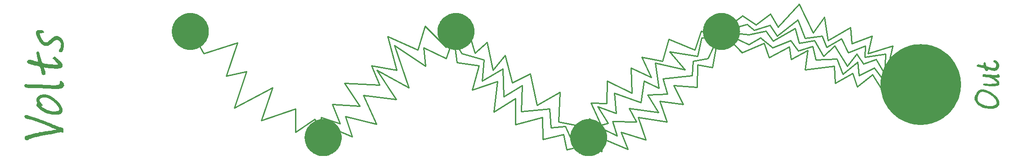
<source format=gbr>
G04 #@! TF.GenerationSoftware,KiCad,Pcbnew,(6.0.5)*
G04 #@! TF.CreationDate,2022-06-09T22:20:49-05:00*
G04 #@! TF.ProjectId,KosmoVoltsPanel,4b6f736d-6f56-46f6-9c74-7350616e656c,rev?*
G04 #@! TF.SameCoordinates,Original*
G04 #@! TF.FileFunction,Legend,Top*
G04 #@! TF.FilePolarity,Positive*
%FSLAX46Y46*%
G04 Gerber Fmt 4.6, Leading zero omitted, Abs format (unit mm)*
G04 Created by KiCad (PCBNEW (6.0.5)) date 2022-06-09 22:20:49*
%MOMM*%
%LPD*%
G01*
G04 APERTURE LIST*
%ADD10C,0.264582*%
%ADD11C,0.200000*%
G04 APERTURE END LIST*
D10*
X204963109Y-100025862D02*
X201264791Y-98859317D01*
X197989415Y-99294642D02*
X196192021Y-96874991D01*
X201264791Y-98859317D02*
X197989415Y-99294642D01*
X147624188Y-105440478D02*
X144140347Y-104147759D01*
X186623769Y-94686106D02*
X188729192Y-92714293D01*
X173984151Y-88750510D02*
X173984151Y-88750510D01*
X181939137Y-93671137D02*
X180444051Y-91760783D01*
X199036290Y-95680520D02*
X199036290Y-95680520D01*
X194208425Y-96119904D02*
X194208425Y-96119904D01*
X154975102Y-95948760D02*
X154975102Y-95948760D01*
X198139821Y-98014701D02*
X200230992Y-97488276D01*
X160540791Y-97207993D02*
X160540791Y-97207993D01*
X152882108Y-99371462D02*
X152882108Y-99371462D01*
X161948155Y-98367413D02*
X162057469Y-95640185D01*
D11*
G36*
X36572326Y-105841632D02*
G01*
X36591067Y-105842690D01*
X36610072Y-105844454D01*
X36629343Y-105846924D01*
X36648878Y-105850099D01*
X36668677Y-105853980D01*
X36688741Y-105858566D01*
X36709070Y-105863858D01*
X36729663Y-105869856D01*
X36750521Y-105876559D01*
X36771644Y-105883968D01*
X36793031Y-105892082D01*
X36814683Y-105900902D01*
X36836600Y-105910428D01*
X36858781Y-105920659D01*
X36881226Y-105931596D01*
X36896396Y-105940283D01*
X36913682Y-105949412D01*
X36933085Y-105958981D01*
X36954605Y-105968991D01*
X37003994Y-105990334D01*
X37061850Y-106013440D01*
X37128172Y-106038310D01*
X37202961Y-106064945D01*
X37286216Y-106093343D01*
X37377938Y-106123506D01*
X38009411Y-106311892D01*
X38549162Y-106481934D01*
X38997190Y-106633628D01*
X39186808Y-106702596D01*
X39353496Y-106766976D01*
X39503778Y-106826242D01*
X39615961Y-106868576D01*
X39657765Y-106883393D01*
X39690044Y-106893977D01*
X39712799Y-106900327D01*
X39726027Y-106902444D01*
X39732157Y-106902752D01*
X39739257Y-106903678D01*
X39747326Y-106905222D01*
X39756366Y-106907382D01*
X39766376Y-106910160D01*
X39777356Y-106913555D01*
X39789307Y-106917568D01*
X39802227Y-106922198D01*
X39816118Y-106927446D01*
X39830978Y-106933311D01*
X39863610Y-106946893D01*
X39900123Y-106962946D01*
X39940516Y-106981469D01*
X39980733Y-106997345D01*
X40016716Y-107011104D01*
X40048466Y-107022746D01*
X40075982Y-107032270D01*
X40099265Y-107039679D01*
X40118315Y-107044970D01*
X40133132Y-107048145D01*
X40138953Y-107048938D01*
X40143716Y-107049203D01*
X40151168Y-107049555D01*
X40159415Y-107050614D01*
X40168455Y-107052377D01*
X40178288Y-107054846D01*
X40188916Y-107058021D01*
X40200337Y-107061901D01*
X40212552Y-107066487D01*
X40225561Y-107071778D01*
X40239363Y-107077775D01*
X40253959Y-107084478D01*
X40269350Y-107091886D01*
X40285533Y-107100000D01*
X40302510Y-107108819D01*
X40320282Y-107118344D01*
X40338846Y-107128575D01*
X40358205Y-107139512D01*
X40397188Y-107161209D01*
X40435112Y-107181141D01*
X40471977Y-107199310D01*
X40507784Y-107215713D01*
X40542532Y-107230353D01*
X40576223Y-107243229D01*
X40608854Y-107254340D01*
X40640428Y-107263688D01*
X40682143Y-107274405D01*
X40725447Y-107286797D01*
X40770338Y-107300865D01*
X40816816Y-107316609D01*
X40864882Y-107334027D01*
X40914536Y-107353122D01*
X41018605Y-107396337D01*
X41129025Y-107446255D01*
X41245795Y-107502876D01*
X41368914Y-107566198D01*
X41498383Y-107636224D01*
X41516552Y-107644333D01*
X41548478Y-107657383D01*
X41653606Y-107698305D01*
X41813767Y-107758986D01*
X42028962Y-107839425D01*
X42239923Y-107915624D01*
X42398673Y-107974892D01*
X42505213Y-108017226D01*
X42538904Y-108032043D01*
X42559543Y-108042626D01*
X42569993Y-108049593D01*
X42581590Y-108056384D01*
X42594334Y-108062998D01*
X42608225Y-108069436D01*
X42623262Y-108075697D01*
X42639445Y-108081782D01*
X42656775Y-108087691D01*
X42675252Y-108093423D01*
X42694876Y-108098979D01*
X42715645Y-108104358D01*
X42737562Y-108109562D01*
X42760625Y-108114589D01*
X42784834Y-108119440D01*
X42810191Y-108124114D01*
X42836693Y-108128613D01*
X42864343Y-108132935D01*
X42971763Y-108152690D01*
X43068248Y-108172445D01*
X43153797Y-108192200D01*
X43228409Y-108211954D01*
X43292086Y-108231709D01*
X43344826Y-108251464D01*
X43367095Y-108261342D01*
X43386630Y-108271221D01*
X43403431Y-108281099D01*
X43417499Y-108290978D01*
X43423055Y-108295422D01*
X43428435Y-108300283D01*
X43433638Y-108305564D01*
X43438665Y-108311264D01*
X43443516Y-108317383D01*
X43448190Y-108323920D01*
X43452688Y-108330877D01*
X43457009Y-108338252D01*
X43461154Y-108346047D01*
X43465123Y-108354260D01*
X43468915Y-108362892D01*
X43472531Y-108371943D01*
X43479234Y-108391302D01*
X43485231Y-108412336D01*
X43490522Y-108435046D01*
X43495108Y-108459432D01*
X43498989Y-108485493D01*
X43502164Y-108513229D01*
X43504633Y-108542642D01*
X43506397Y-108573729D01*
X43507455Y-108606492D01*
X43507808Y-108640931D01*
X43507367Y-108684675D01*
X43506044Y-108725598D01*
X43503839Y-108763698D01*
X43500752Y-108798975D01*
X43496784Y-108831431D01*
X43491933Y-108861064D01*
X43486201Y-108887875D01*
X43479586Y-108911864D01*
X43472090Y-108933031D01*
X43463711Y-108951375D01*
X43454451Y-108966897D01*
X43444309Y-108979597D01*
X43433284Y-108989475D01*
X43421378Y-108996531D01*
X43415094Y-108999000D01*
X43408590Y-109000764D01*
X43401865Y-109001823D01*
X43394919Y-109002175D01*
X43389231Y-109001955D01*
X43383454Y-109001293D01*
X43377589Y-109000191D01*
X43371636Y-108998648D01*
X43365595Y-108996663D01*
X43359465Y-108994238D01*
X43353247Y-108991372D01*
X43346941Y-108988065D01*
X43340547Y-108984317D01*
X43334065Y-108980127D01*
X43327494Y-108975497D01*
X43320836Y-108970426D01*
X43314089Y-108964915D01*
X43307254Y-108958962D01*
X43300330Y-108952568D01*
X43293319Y-108945733D01*
X43282074Y-108936296D01*
X43270917Y-108927741D01*
X43259849Y-108920069D01*
X43248869Y-108913278D01*
X43237977Y-108907369D01*
X43227173Y-108902341D01*
X43216457Y-108898196D01*
X43205830Y-108894933D01*
X43195291Y-108892551D01*
X43184840Y-108891052D01*
X43174477Y-108890434D01*
X43164203Y-108890698D01*
X43154016Y-108891845D01*
X43143918Y-108893873D01*
X43133908Y-108896783D01*
X43123986Y-108900575D01*
X43080947Y-108908338D01*
X43008274Y-108920333D01*
X42905968Y-108936559D01*
X42774030Y-108957017D01*
X42641385Y-108973243D01*
X42585646Y-108980827D01*
X42536963Y-108988059D01*
X42495335Y-108994938D01*
X42460763Y-109001464D01*
X42433246Y-109007638D01*
X42412786Y-109013459D01*
X42364279Y-109029157D01*
X42297780Y-109048030D01*
X42213290Y-109070078D01*
X42110808Y-109095302D01*
X41990334Y-109123700D01*
X41851869Y-109155273D01*
X41520963Y-109227944D01*
X41164657Y-109296384D01*
X40840806Y-109354946D01*
X40549412Y-109403630D01*
X40290473Y-109442437D01*
X40206511Y-109454428D01*
X40123961Y-109467832D01*
X40042823Y-109482649D01*
X39963096Y-109498879D01*
X39877018Y-109510870D01*
X39788117Y-109524274D01*
X39696395Y-109539091D01*
X39601850Y-109555322D01*
X39505894Y-109571552D01*
X39421228Y-109586370D01*
X39347852Y-109599777D01*
X39285764Y-109611772D01*
X39249427Y-109617943D01*
X39213796Y-109625173D01*
X39178870Y-109633461D01*
X39144650Y-109642809D01*
X39111136Y-109653215D01*
X39078328Y-109664681D01*
X39046224Y-109677205D01*
X39014827Y-109690789D01*
X38981137Y-109701549D01*
X38947800Y-109711251D01*
X38914815Y-109719895D01*
X38882183Y-109727480D01*
X38849904Y-109734007D01*
X38817978Y-109739476D01*
X38786404Y-109743886D01*
X38755183Y-109747239D01*
X38743762Y-109748827D01*
X38732076Y-109750768D01*
X38720126Y-109753062D01*
X38707911Y-109755708D01*
X38695431Y-109758707D01*
X38682687Y-109762058D01*
X38656405Y-109769819D01*
X38629065Y-109778991D01*
X38600666Y-109789574D01*
X38571209Y-109801568D01*
X38540694Y-109814973D01*
X38525040Y-109820441D01*
X38509121Y-109825557D01*
X38492937Y-109830319D01*
X38476489Y-109834728D01*
X38459776Y-109838785D01*
X38442799Y-109842489D01*
X38425557Y-109845840D01*
X38408050Y-109848838D01*
X38390279Y-109851483D01*
X38372244Y-109853776D01*
X38353943Y-109855715D01*
X38335378Y-109857302D01*
X38316549Y-109858537D01*
X38297455Y-109859418D01*
X38278096Y-109859947D01*
X38258474Y-109860124D01*
X38258475Y-109860123D01*
X38258477Y-109860123D01*
X38258477Y-109860122D01*
X38258478Y-109860122D01*
X38258478Y-109860121D01*
X38258480Y-109860119D01*
X38258480Y-109860118D01*
X38258481Y-109860117D01*
X38258483Y-109860111D01*
X38258485Y-109860108D01*
X38241419Y-109860373D01*
X38224089Y-109861167D01*
X38206494Y-109862489D01*
X38188635Y-109864341D01*
X38170511Y-109866722D01*
X38152122Y-109869633D01*
X38133469Y-109873072D01*
X38114551Y-109877041D01*
X38095369Y-109881539D01*
X38075922Y-109886566D01*
X38056210Y-109892122D01*
X38036234Y-109898208D01*
X38015993Y-109904822D01*
X37995487Y-109911966D01*
X37974717Y-109919640D01*
X37953683Y-109927842D01*
X37909938Y-109943718D01*
X37869016Y-109957477D01*
X37830916Y-109969118D01*
X37795639Y-109978643D01*
X37763183Y-109986051D01*
X37733550Y-109991343D01*
X37719791Y-109993195D01*
X37706739Y-109994518D01*
X37694391Y-109995311D01*
X37682750Y-109995576D01*
X37670270Y-109995840D01*
X37658232Y-109996634D01*
X37646634Y-109997957D01*
X37635477Y-109999809D01*
X37624762Y-110002190D01*
X37614487Y-110005100D01*
X37604654Y-110008540D01*
X37595261Y-110012508D01*
X37586309Y-110017006D01*
X37577798Y-110022033D01*
X37569729Y-110027590D01*
X37562100Y-110033675D01*
X37554912Y-110040290D01*
X37548165Y-110047434D01*
X37541859Y-110055107D01*
X37535994Y-110063310D01*
X37533029Y-110067499D01*
X37529777Y-110071599D01*
X37526238Y-110075612D01*
X37522413Y-110079536D01*
X37518301Y-110083372D01*
X37513902Y-110087120D01*
X37509217Y-110090780D01*
X37504245Y-110094352D01*
X37498986Y-110097835D01*
X37493441Y-110101230D01*
X37481491Y-110107757D01*
X37468394Y-110113930D01*
X37454150Y-110119751D01*
X37438761Y-110125219D01*
X37422224Y-110130334D01*
X37404541Y-110135097D01*
X37385712Y-110139507D01*
X37365736Y-110143564D01*
X37344613Y-110147268D01*
X37322344Y-110150620D01*
X37298928Y-110153619D01*
X37276394Y-110156925D01*
X37253949Y-110161201D01*
X37231591Y-110166448D01*
X37209322Y-110172665D01*
X37187141Y-110179852D01*
X37165048Y-110188009D01*
X37143043Y-110197136D01*
X37121127Y-110207234D01*
X37099299Y-110218302D01*
X37077559Y-110230341D01*
X37055907Y-110243349D01*
X37034344Y-110257328D01*
X37012868Y-110272277D01*
X36991481Y-110288196D01*
X36970182Y-110305086D01*
X36948972Y-110322945D01*
X36928070Y-110339349D01*
X36907696Y-110354695D01*
X36887853Y-110368982D01*
X36868538Y-110382212D01*
X36849752Y-110394382D01*
X36831496Y-110405495D01*
X36813769Y-110415549D01*
X36796571Y-110424545D01*
X36779903Y-110432483D01*
X36763763Y-110439362D01*
X36748152Y-110445183D01*
X36733071Y-110449946D01*
X36718519Y-110453650D01*
X36704496Y-110456296D01*
X36691002Y-110457884D01*
X36678037Y-110458413D01*
X36666748Y-110458104D01*
X36655459Y-110457179D01*
X36644170Y-110455635D01*
X36632881Y-110453475D01*
X36621593Y-110450697D01*
X36610304Y-110447302D01*
X36599015Y-110443289D01*
X36587726Y-110438660D01*
X36576438Y-110433413D01*
X36565149Y-110427548D01*
X36553860Y-110421066D01*
X36542571Y-110413967D01*
X36531282Y-110406250D01*
X36519993Y-110397916D01*
X36508704Y-110388964D01*
X36497414Y-110379395D01*
X36489080Y-110372185D01*
X36481010Y-110364666D01*
X36465665Y-110348702D01*
X36451377Y-110331504D01*
X36438148Y-110313071D01*
X36425977Y-110293403D01*
X36414864Y-110272501D01*
X36404810Y-110250364D01*
X36395814Y-110226993D01*
X36387877Y-110202386D01*
X36380997Y-110176545D01*
X36375176Y-110149469D01*
X36370414Y-110121159D01*
X36366710Y-110091613D01*
X36364064Y-110060833D01*
X36362476Y-110028818D01*
X36361947Y-109995568D01*
X36362168Y-109979032D01*
X36362829Y-109963290D01*
X36363932Y-109948341D01*
X36365475Y-109934186D01*
X36367459Y-109920825D01*
X36369885Y-109908258D01*
X36372751Y-109896484D01*
X36376059Y-109885504D01*
X36379807Y-109875317D01*
X36383996Y-109865924D01*
X36388626Y-109857325D01*
X36393697Y-109849520D01*
X36399210Y-109842508D01*
X36405162Y-109836290D01*
X36411556Y-109830865D01*
X36418391Y-109826234D01*
X36427740Y-109820457D01*
X36438852Y-109814415D01*
X36451728Y-109808109D01*
X36466369Y-109801539D01*
X36482773Y-109794704D01*
X36500941Y-109787604D01*
X36520873Y-109780240D01*
X36542569Y-109772611D01*
X36591252Y-109756561D01*
X36646991Y-109739452D01*
X36709786Y-109721284D01*
X36779635Y-109702058D01*
X37516237Y-109502388D01*
X38089148Y-109354929D01*
X38498370Y-109259679D01*
X38641598Y-109231632D01*
X38743903Y-109216638D01*
X38828570Y-109202174D01*
X38866671Y-109194678D01*
X38901949Y-109187005D01*
X38934404Y-109179155D01*
X38964038Y-109171130D01*
X38990849Y-109162927D01*
X39014838Y-109154549D01*
X39036005Y-109145993D01*
X39054349Y-109137262D01*
X39069871Y-109128354D01*
X39082571Y-109119270D01*
X39092449Y-109110010D01*
X39099505Y-109100573D01*
X39103738Y-109090960D01*
X39105149Y-109081170D01*
X39105105Y-109079758D01*
X39104973Y-109078347D01*
X39104752Y-109076935D01*
X39104443Y-109075524D01*
X39104046Y-109074113D01*
X39103561Y-109072702D01*
X39102987Y-109071291D01*
X39102325Y-109069880D01*
X39101575Y-109068470D01*
X39100736Y-109067060D01*
X39099810Y-109065650D01*
X39098795Y-109064240D01*
X39097692Y-109062830D01*
X39096500Y-109061421D01*
X39095220Y-109060011D01*
X39093852Y-109058602D01*
X39091140Y-109055825D01*
X39088648Y-109053135D01*
X39086377Y-109050534D01*
X39084327Y-109048021D01*
X39082497Y-109045596D01*
X39080887Y-109043259D01*
X39079498Y-109041010D01*
X39078329Y-109038850D01*
X39077381Y-109036778D01*
X39076653Y-109034793D01*
X39076145Y-109032897D01*
X39075858Y-109031090D01*
X39075792Y-109029370D01*
X39075946Y-109027739D01*
X39076320Y-109026195D01*
X39076915Y-109024740D01*
X39077731Y-109023373D01*
X39078767Y-109022094D01*
X39080023Y-109020904D01*
X39081500Y-109019802D01*
X39083197Y-109018787D01*
X39085115Y-109017861D01*
X39087254Y-109017023D01*
X39089612Y-109016274D01*
X39092192Y-109015612D01*
X39094991Y-109015039D01*
X39098011Y-109014554D01*
X39101252Y-109014157D01*
X39104713Y-109013848D01*
X39108395Y-109013628D01*
X39112297Y-109013496D01*
X39116420Y-109013452D01*
X39121976Y-109013628D01*
X39127356Y-109014157D01*
X39132559Y-109015039D01*
X39137586Y-109016274D01*
X39142437Y-109017861D01*
X39147111Y-109019802D01*
X39151609Y-109022094D01*
X39155931Y-109024740D01*
X39160076Y-109027739D01*
X39164044Y-109031090D01*
X39167836Y-109034793D01*
X39171452Y-109038850D01*
X39174892Y-109043259D01*
X39178155Y-109048021D01*
X39181241Y-109053135D01*
X39184152Y-109058602D01*
X39185650Y-109060686D01*
X39187325Y-109062704D01*
X39189177Y-109064656D01*
X39191205Y-109066541D01*
X39193409Y-109068361D01*
X39195790Y-109070114D01*
X39198348Y-109071800D01*
X39201081Y-109073421D01*
X39203991Y-109074976D01*
X39207078Y-109076464D01*
X39210341Y-109077886D01*
X39213781Y-109079242D01*
X39221189Y-109081755D01*
X39229303Y-109084004D01*
X39238123Y-109085989D01*
X39247648Y-109087708D01*
X39257879Y-109089163D01*
X39268816Y-109090353D01*
X39280459Y-109091279D01*
X39292807Y-109091940D01*
X39305861Y-109092337D01*
X39319621Y-109092469D01*
X39348725Y-109092161D01*
X39376771Y-109091235D01*
X39403759Y-109089691D01*
X39429688Y-109087531D01*
X39454559Y-109084753D01*
X39478372Y-109081358D01*
X39501126Y-109077345D01*
X39522822Y-109072716D01*
X39543459Y-109067469D01*
X39563039Y-109061604D01*
X39581559Y-109055122D01*
X39599022Y-109048023D01*
X39615426Y-109040306D01*
X39630772Y-109031972D01*
X39645059Y-109023021D01*
X39658288Y-109013452D01*
X39661176Y-109011268D01*
X39665608Y-109008953D01*
X39679102Y-109003925D01*
X39698769Y-108998368D01*
X39724610Y-108992283D01*
X39756625Y-108985668D01*
X39794813Y-108978524D01*
X39889710Y-108962649D01*
X40009302Y-108944658D01*
X40153588Y-108924550D01*
X40322569Y-108902326D01*
X40516244Y-108877984D01*
X40907475Y-108830713D01*
X41251433Y-108784852D01*
X41548119Y-108740402D01*
X41797533Y-108697363D01*
X41999675Y-108655734D01*
X42154544Y-108615517D01*
X42214252Y-108595937D01*
X42262142Y-108576711D01*
X42298213Y-108557837D01*
X42322467Y-108539315D01*
X42323835Y-108537859D01*
X42325114Y-108536315D01*
X42326306Y-108534683D01*
X42327409Y-108532962D01*
X42328424Y-108531154D01*
X42329350Y-108529258D01*
X42330189Y-108527273D01*
X42330939Y-108525201D01*
X42331601Y-108523040D01*
X42332175Y-108520792D01*
X42332661Y-108518456D01*
X42333058Y-108516031D01*
X42333367Y-108513519D01*
X42333588Y-108510919D01*
X42333720Y-108508231D01*
X42333764Y-108505456D01*
X42333422Y-108499767D01*
X42332397Y-108493990D01*
X42330688Y-108488125D01*
X42328296Y-108482171D01*
X42325220Y-108476130D01*
X42321461Y-108470000D01*
X42317018Y-108463782D01*
X42311892Y-108457476D01*
X42306082Y-108451082D01*
X42299589Y-108444600D01*
X42292412Y-108438029D01*
X42284552Y-108431370D01*
X42276008Y-108424623D01*
X42266781Y-108417788D01*
X42256870Y-108410865D01*
X42246275Y-108403853D01*
X42234998Y-108396754D01*
X42223036Y-108389566D01*
X42197063Y-108374925D01*
X42168356Y-108359932D01*
X42136915Y-108344586D01*
X42102739Y-108328887D01*
X42065830Y-108312834D01*
X42026187Y-108296430D01*
X41983809Y-108279672D01*
X41900553Y-108245278D01*
X41825764Y-108215469D01*
X41759442Y-108190246D01*
X41701586Y-108169609D01*
X41652198Y-108153558D01*
X41611276Y-108142093D01*
X41578820Y-108135213D01*
X41565768Y-108133494D01*
X41554832Y-108132920D01*
X41548834Y-108132567D01*
X41542131Y-108131509D01*
X41534723Y-108129746D01*
X41526609Y-108127277D01*
X41517789Y-108124102D01*
X41508264Y-108120222D01*
X41498034Y-108115636D01*
X41487097Y-108110345D01*
X41475455Y-108104348D01*
X41463108Y-108097646D01*
X41450055Y-108090237D01*
X41436297Y-108082123D01*
X41421833Y-108073304D01*
X41406663Y-108063779D01*
X41390788Y-108053548D01*
X41374207Y-108042611D01*
X41345632Y-108024616D01*
X41310707Y-108004506D01*
X41269432Y-107982280D01*
X41221807Y-107957939D01*
X41167832Y-107931482D01*
X41107507Y-107902908D01*
X41040832Y-107872217D01*
X40967807Y-107839410D01*
X40895487Y-107807658D01*
X40830929Y-107780141D01*
X40774132Y-107756857D01*
X40725095Y-107737807D01*
X40683820Y-107722991D01*
X40650307Y-107712408D01*
X40624554Y-107706059D01*
X40614588Y-107704471D01*
X40606563Y-107703942D01*
X40601315Y-107703369D01*
X40594039Y-107701649D01*
X40584734Y-107698783D01*
X40573401Y-107694771D01*
X40560039Y-107689612D01*
X40544649Y-107683307D01*
X40507784Y-107667256D01*
X40462804Y-107646620D01*
X40409711Y-107621397D01*
X40348503Y-107591587D01*
X40279182Y-107557191D01*
X40208450Y-107521560D01*
X40137366Y-107488045D01*
X40065928Y-107456648D01*
X39994138Y-107427368D01*
X39921995Y-107400205D01*
X39849499Y-107375158D01*
X39776650Y-107352228D01*
X39703448Y-107331414D01*
X39141826Y-107149377D01*
X38896998Y-107065768D01*
X38676160Y-106987100D01*
X38479310Y-106913370D01*
X38306448Y-106844580D01*
X38157576Y-106780730D01*
X38032693Y-106721818D01*
X38009365Y-106710087D01*
X37978894Y-106697475D01*
X37941279Y-106683980D01*
X37896520Y-106669604D01*
X37844617Y-106654346D01*
X37785571Y-106638206D01*
X37646047Y-106603280D01*
X37477949Y-106564826D01*
X37281275Y-106522845D01*
X37056027Y-106477336D01*
X36802203Y-106428300D01*
X36758812Y-106419834D01*
X36718948Y-106411368D01*
X36682611Y-106402902D01*
X36649803Y-106394436D01*
X36620522Y-106385969D01*
X36594770Y-106377502D01*
X36572546Y-106369034D01*
X36553849Y-106360566D01*
X36545383Y-106354701D01*
X36536916Y-106348395D01*
X36528450Y-106341648D01*
X36519983Y-106334460D01*
X36511516Y-106326832D01*
X36503050Y-106318762D01*
X36494583Y-106310252D01*
X36486116Y-106301301D01*
X36477649Y-106291909D01*
X36469183Y-106282076D01*
X36460716Y-106271801D01*
X36452249Y-106261086D01*
X36443782Y-106249930D01*
X36435315Y-106238333D01*
X36426849Y-106226294D01*
X36418382Y-106213815D01*
X36394569Y-106175891D01*
X36373931Y-106141142D01*
X36356469Y-106109568D01*
X36342181Y-106081168D01*
X36336228Y-106068159D01*
X36331069Y-106055944D01*
X36326703Y-106044522D01*
X36323131Y-106033894D01*
X36320353Y-106024060D01*
X36318369Y-106015020D01*
X36317178Y-106006774D01*
X36316781Y-105999322D01*
X36317002Y-105993633D01*
X36317663Y-105987856D01*
X36318766Y-105981991D01*
X36320309Y-105976037D01*
X36322293Y-105969996D01*
X36324719Y-105963866D01*
X36327585Y-105957649D01*
X36330892Y-105951343D01*
X36334641Y-105944948D01*
X36338830Y-105938466D01*
X36343460Y-105931896D01*
X36348531Y-105925237D01*
X36354043Y-105918490D01*
X36359996Y-105911656D01*
X36366390Y-105904732D01*
X36373225Y-105897721D01*
X36380545Y-105890887D01*
X36388394Y-105884493D01*
X36396773Y-105878540D01*
X36405680Y-105873028D01*
X36415117Y-105867957D01*
X36425083Y-105863327D01*
X36435578Y-105859138D01*
X36446603Y-105855390D01*
X36458156Y-105852082D01*
X36470239Y-105849216D01*
X36482851Y-105846791D01*
X36495993Y-105844807D01*
X36509663Y-105843263D01*
X36523863Y-105842161D01*
X36538591Y-105841499D01*
X36553849Y-105841279D01*
X36572326Y-105841632D01*
G37*
X36572326Y-105841632D02*
X36591067Y-105842690D01*
X36610072Y-105844454D01*
X36629343Y-105846924D01*
X36648878Y-105850099D01*
X36668677Y-105853980D01*
X36688741Y-105858566D01*
X36709070Y-105863858D01*
X36729663Y-105869856D01*
X36750521Y-105876559D01*
X36771644Y-105883968D01*
X36793031Y-105892082D01*
X36814683Y-105900902D01*
X36836600Y-105910428D01*
X36858781Y-105920659D01*
X36881226Y-105931596D01*
X36896396Y-105940283D01*
X36913682Y-105949412D01*
X36933085Y-105958981D01*
X36954605Y-105968991D01*
X37003994Y-105990334D01*
X37061850Y-106013440D01*
X37128172Y-106038310D01*
X37202961Y-106064945D01*
X37286216Y-106093343D01*
X37377938Y-106123506D01*
X38009411Y-106311892D01*
X38549162Y-106481934D01*
X38997190Y-106633628D01*
X39186808Y-106702596D01*
X39353496Y-106766976D01*
X39503778Y-106826242D01*
X39615961Y-106868576D01*
X39657765Y-106883393D01*
X39690044Y-106893977D01*
X39712799Y-106900327D01*
X39726027Y-106902444D01*
X39732157Y-106902752D01*
X39739257Y-106903678D01*
X39747326Y-106905222D01*
X39756366Y-106907382D01*
X39766376Y-106910160D01*
X39777356Y-106913555D01*
X39789307Y-106917568D01*
X39802227Y-106922198D01*
X39816118Y-106927446D01*
X39830978Y-106933311D01*
X39863610Y-106946893D01*
X39900123Y-106962946D01*
X39940516Y-106981469D01*
X39980733Y-106997345D01*
X40016716Y-107011104D01*
X40048466Y-107022746D01*
X40075982Y-107032270D01*
X40099265Y-107039679D01*
X40118315Y-107044970D01*
X40133132Y-107048145D01*
X40138953Y-107048938D01*
X40143716Y-107049203D01*
X40151168Y-107049555D01*
X40159415Y-107050614D01*
X40168455Y-107052377D01*
X40178288Y-107054846D01*
X40188916Y-107058021D01*
X40200337Y-107061901D01*
X40212552Y-107066487D01*
X40225561Y-107071778D01*
X40239363Y-107077775D01*
X40253959Y-107084478D01*
X40269350Y-107091886D01*
X40285533Y-107100000D01*
X40302510Y-107108819D01*
X40320282Y-107118344D01*
X40338846Y-107128575D01*
X40358205Y-107139512D01*
X40397188Y-107161209D01*
X40435112Y-107181141D01*
X40471977Y-107199310D01*
X40507784Y-107215713D01*
X40542532Y-107230353D01*
X40576223Y-107243229D01*
X40608854Y-107254340D01*
X40640428Y-107263688D01*
X40682143Y-107274405D01*
X40725447Y-107286797D01*
X40770338Y-107300865D01*
X40816816Y-107316609D01*
X40864882Y-107334027D01*
X40914536Y-107353122D01*
X41018605Y-107396337D01*
X41129025Y-107446255D01*
X41245795Y-107502876D01*
X41368914Y-107566198D01*
X41498383Y-107636224D01*
X41516552Y-107644333D01*
X41548478Y-107657383D01*
X41653606Y-107698305D01*
X41813767Y-107758986D01*
X42028962Y-107839425D01*
X42239923Y-107915624D01*
X42398673Y-107974892D01*
X42505213Y-108017226D01*
X42538904Y-108032043D01*
X42559543Y-108042626D01*
X42569993Y-108049593D01*
X42581590Y-108056384D01*
X42594334Y-108062998D01*
X42608225Y-108069436D01*
X42623262Y-108075697D01*
X42639445Y-108081782D01*
X42656775Y-108087691D01*
X42675252Y-108093423D01*
X42694876Y-108098979D01*
X42715645Y-108104358D01*
X42737562Y-108109562D01*
X42760625Y-108114589D01*
X42784834Y-108119440D01*
X42810191Y-108124114D01*
X42836693Y-108128613D01*
X42864343Y-108132935D01*
X42971763Y-108152690D01*
X43068248Y-108172445D01*
X43153797Y-108192200D01*
X43228409Y-108211954D01*
X43292086Y-108231709D01*
X43344826Y-108251464D01*
X43367095Y-108261342D01*
X43386630Y-108271221D01*
X43403431Y-108281099D01*
X43417499Y-108290978D01*
X43423055Y-108295422D01*
X43428435Y-108300283D01*
X43433638Y-108305564D01*
X43438665Y-108311264D01*
X43443516Y-108317383D01*
X43448190Y-108323920D01*
X43452688Y-108330877D01*
X43457009Y-108338252D01*
X43461154Y-108346047D01*
X43465123Y-108354260D01*
X43468915Y-108362892D01*
X43472531Y-108371943D01*
X43479234Y-108391302D01*
X43485231Y-108412336D01*
X43490522Y-108435046D01*
X43495108Y-108459432D01*
X43498989Y-108485493D01*
X43502164Y-108513229D01*
X43504633Y-108542642D01*
X43506397Y-108573729D01*
X43507455Y-108606492D01*
X43507808Y-108640931D01*
X43507367Y-108684675D01*
X43506044Y-108725598D01*
X43503839Y-108763698D01*
X43500752Y-108798975D01*
X43496784Y-108831431D01*
X43491933Y-108861064D01*
X43486201Y-108887875D01*
X43479586Y-108911864D01*
X43472090Y-108933031D01*
X43463711Y-108951375D01*
X43454451Y-108966897D01*
X43444309Y-108979597D01*
X43433284Y-108989475D01*
X43421378Y-108996531D01*
X43415094Y-108999000D01*
X43408590Y-109000764D01*
X43401865Y-109001823D01*
X43394919Y-109002175D01*
X43389231Y-109001955D01*
X43383454Y-109001293D01*
X43377589Y-109000191D01*
X43371636Y-108998648D01*
X43365595Y-108996663D01*
X43359465Y-108994238D01*
X43353247Y-108991372D01*
X43346941Y-108988065D01*
X43340547Y-108984317D01*
X43334065Y-108980127D01*
X43327494Y-108975497D01*
X43320836Y-108970426D01*
X43314089Y-108964915D01*
X43307254Y-108958962D01*
X43300330Y-108952568D01*
X43293319Y-108945733D01*
X43282074Y-108936296D01*
X43270917Y-108927741D01*
X43259849Y-108920069D01*
X43248869Y-108913278D01*
X43237977Y-108907369D01*
X43227173Y-108902341D01*
X43216457Y-108898196D01*
X43205830Y-108894933D01*
X43195291Y-108892551D01*
X43184840Y-108891052D01*
X43174477Y-108890434D01*
X43164203Y-108890698D01*
X43154016Y-108891845D01*
X43143918Y-108893873D01*
X43133908Y-108896783D01*
X43123986Y-108900575D01*
X43080947Y-108908338D01*
X43008274Y-108920333D01*
X42905968Y-108936559D01*
X42774030Y-108957017D01*
X42641385Y-108973243D01*
X42585646Y-108980827D01*
X42536963Y-108988059D01*
X42495335Y-108994938D01*
X42460763Y-109001464D01*
X42433246Y-109007638D01*
X42412786Y-109013459D01*
X42364279Y-109029157D01*
X42297780Y-109048030D01*
X42213290Y-109070078D01*
X42110808Y-109095302D01*
X41990334Y-109123700D01*
X41851869Y-109155273D01*
X41520963Y-109227944D01*
X41164657Y-109296384D01*
X40840806Y-109354946D01*
X40549412Y-109403630D01*
X40290473Y-109442437D01*
X40206511Y-109454428D01*
X40123961Y-109467832D01*
X40042823Y-109482649D01*
X39963096Y-109498879D01*
X39877018Y-109510870D01*
X39788117Y-109524274D01*
X39696395Y-109539091D01*
X39601850Y-109555322D01*
X39505894Y-109571552D01*
X39421228Y-109586370D01*
X39347852Y-109599777D01*
X39285764Y-109611772D01*
X39249427Y-109617943D01*
X39213796Y-109625173D01*
X39178870Y-109633461D01*
X39144650Y-109642809D01*
X39111136Y-109653215D01*
X39078328Y-109664681D01*
X39046224Y-109677205D01*
X39014827Y-109690789D01*
X38981137Y-109701549D01*
X38947800Y-109711251D01*
X38914815Y-109719895D01*
X38882183Y-109727480D01*
X38849904Y-109734007D01*
X38817978Y-109739476D01*
X38786404Y-109743886D01*
X38755183Y-109747239D01*
X38743762Y-109748827D01*
X38732076Y-109750768D01*
X38720126Y-109753062D01*
X38707911Y-109755708D01*
X38695431Y-109758707D01*
X38682687Y-109762058D01*
X38656405Y-109769819D01*
X38629065Y-109778991D01*
X38600666Y-109789574D01*
X38571209Y-109801568D01*
X38540694Y-109814973D01*
X38525040Y-109820441D01*
X38509121Y-109825557D01*
X38492937Y-109830319D01*
X38476489Y-109834728D01*
X38459776Y-109838785D01*
X38442799Y-109842489D01*
X38425557Y-109845840D01*
X38408050Y-109848838D01*
X38390279Y-109851483D01*
X38372244Y-109853776D01*
X38353943Y-109855715D01*
X38335378Y-109857302D01*
X38316549Y-109858537D01*
X38297455Y-109859418D01*
X38278096Y-109859947D01*
X38258474Y-109860124D01*
X38258475Y-109860123D01*
X38258477Y-109860123D01*
X38258477Y-109860122D01*
X38258478Y-109860122D01*
X38258478Y-109860121D01*
X38258480Y-109860119D01*
X38258480Y-109860118D01*
X38258481Y-109860117D01*
X38258483Y-109860111D01*
X38258485Y-109860108D01*
X38241419Y-109860373D01*
X38224089Y-109861167D01*
X38206494Y-109862489D01*
X38188635Y-109864341D01*
X38170511Y-109866722D01*
X38152122Y-109869633D01*
X38133469Y-109873072D01*
X38114551Y-109877041D01*
X38095369Y-109881539D01*
X38075922Y-109886566D01*
X38056210Y-109892122D01*
X38036234Y-109898208D01*
X38015993Y-109904822D01*
X37995487Y-109911966D01*
X37974717Y-109919640D01*
X37953683Y-109927842D01*
X37909938Y-109943718D01*
X37869016Y-109957477D01*
X37830916Y-109969118D01*
X37795639Y-109978643D01*
X37763183Y-109986051D01*
X37733550Y-109991343D01*
X37719791Y-109993195D01*
X37706739Y-109994518D01*
X37694391Y-109995311D01*
X37682750Y-109995576D01*
X37670270Y-109995840D01*
X37658232Y-109996634D01*
X37646634Y-109997957D01*
X37635477Y-109999809D01*
X37624762Y-110002190D01*
X37614487Y-110005100D01*
X37604654Y-110008540D01*
X37595261Y-110012508D01*
X37586309Y-110017006D01*
X37577798Y-110022033D01*
X37569729Y-110027590D01*
X37562100Y-110033675D01*
X37554912Y-110040290D01*
X37548165Y-110047434D01*
X37541859Y-110055107D01*
X37535994Y-110063310D01*
X37533029Y-110067499D01*
X37529777Y-110071599D01*
X37526238Y-110075612D01*
X37522413Y-110079536D01*
X37518301Y-110083372D01*
X37513902Y-110087120D01*
X37509217Y-110090780D01*
X37504245Y-110094352D01*
X37498986Y-110097835D01*
X37493441Y-110101230D01*
X37481491Y-110107757D01*
X37468394Y-110113930D01*
X37454150Y-110119751D01*
X37438761Y-110125219D01*
X37422224Y-110130334D01*
X37404541Y-110135097D01*
X37385712Y-110139507D01*
X37365736Y-110143564D01*
X37344613Y-110147268D01*
X37322344Y-110150620D01*
X37298928Y-110153619D01*
X37276394Y-110156925D01*
X37253949Y-110161201D01*
X37231591Y-110166448D01*
X37209322Y-110172665D01*
X37187141Y-110179852D01*
X37165048Y-110188009D01*
X37143043Y-110197136D01*
X37121127Y-110207234D01*
X37099299Y-110218302D01*
X37077559Y-110230341D01*
X37055907Y-110243349D01*
X37034344Y-110257328D01*
X37012868Y-110272277D01*
X36991481Y-110288196D01*
X36970182Y-110305086D01*
X36948972Y-110322945D01*
X36928070Y-110339349D01*
X36907696Y-110354695D01*
X36887853Y-110368982D01*
X36868538Y-110382212D01*
X36849752Y-110394382D01*
X36831496Y-110405495D01*
X36813769Y-110415549D01*
X36796571Y-110424545D01*
X36779903Y-110432483D01*
X36763763Y-110439362D01*
X36748152Y-110445183D01*
X36733071Y-110449946D01*
X36718519Y-110453650D01*
X36704496Y-110456296D01*
X36691002Y-110457884D01*
X36678037Y-110458413D01*
X36666748Y-110458104D01*
X36655459Y-110457179D01*
X36644170Y-110455635D01*
X36632881Y-110453475D01*
X36621593Y-110450697D01*
X36610304Y-110447302D01*
X36599015Y-110443289D01*
X36587726Y-110438660D01*
X36576438Y-110433413D01*
X36565149Y-110427548D01*
X36553860Y-110421066D01*
X36542571Y-110413967D01*
X36531282Y-110406250D01*
X36519993Y-110397916D01*
X36508704Y-110388964D01*
X36497414Y-110379395D01*
X36489080Y-110372185D01*
X36481010Y-110364666D01*
X36465665Y-110348702D01*
X36451377Y-110331504D01*
X36438148Y-110313071D01*
X36425977Y-110293403D01*
X36414864Y-110272501D01*
X36404810Y-110250364D01*
X36395814Y-110226993D01*
X36387877Y-110202386D01*
X36380997Y-110176545D01*
X36375176Y-110149469D01*
X36370414Y-110121159D01*
X36366710Y-110091613D01*
X36364064Y-110060833D01*
X36362476Y-110028818D01*
X36361947Y-109995568D01*
X36362168Y-109979032D01*
X36362829Y-109963290D01*
X36363932Y-109948341D01*
X36365475Y-109934186D01*
X36367459Y-109920825D01*
X36369885Y-109908258D01*
X36372751Y-109896484D01*
X36376059Y-109885504D01*
X36379807Y-109875317D01*
X36383996Y-109865924D01*
X36388626Y-109857325D01*
X36393697Y-109849520D01*
X36399210Y-109842508D01*
X36405162Y-109836290D01*
X36411556Y-109830865D01*
X36418391Y-109826234D01*
X36427740Y-109820457D01*
X36438852Y-109814415D01*
X36451728Y-109808109D01*
X36466369Y-109801539D01*
X36482773Y-109794704D01*
X36500941Y-109787604D01*
X36520873Y-109780240D01*
X36542569Y-109772611D01*
X36591252Y-109756561D01*
X36646991Y-109739452D01*
X36709786Y-109721284D01*
X36779635Y-109702058D01*
X37516237Y-109502388D01*
X38089148Y-109354929D01*
X38498370Y-109259679D01*
X38641598Y-109231632D01*
X38743903Y-109216638D01*
X38828570Y-109202174D01*
X38866671Y-109194678D01*
X38901949Y-109187005D01*
X38934404Y-109179155D01*
X38964038Y-109171130D01*
X38990849Y-109162927D01*
X39014838Y-109154549D01*
X39036005Y-109145993D01*
X39054349Y-109137262D01*
X39069871Y-109128354D01*
X39082571Y-109119270D01*
X39092449Y-109110010D01*
X39099505Y-109100573D01*
X39103738Y-109090960D01*
X39105149Y-109081170D01*
X39105105Y-109079758D01*
X39104973Y-109078347D01*
X39104752Y-109076935D01*
X39104443Y-109075524D01*
X39104046Y-109074113D01*
X39103561Y-109072702D01*
X39102987Y-109071291D01*
X39102325Y-109069880D01*
X39101575Y-109068470D01*
X39100736Y-109067060D01*
X39099810Y-109065650D01*
X39098795Y-109064240D01*
X39097692Y-109062830D01*
X39096500Y-109061421D01*
X39095220Y-109060011D01*
X39093852Y-109058602D01*
X39091140Y-109055825D01*
X39088648Y-109053135D01*
X39086377Y-109050534D01*
X39084327Y-109048021D01*
X39082497Y-109045596D01*
X39080887Y-109043259D01*
X39079498Y-109041010D01*
X39078329Y-109038850D01*
X39077381Y-109036778D01*
X39076653Y-109034793D01*
X39076145Y-109032897D01*
X39075858Y-109031090D01*
X39075792Y-109029370D01*
X39075946Y-109027739D01*
X39076320Y-109026195D01*
X39076915Y-109024740D01*
X39077731Y-109023373D01*
X39078767Y-109022094D01*
X39080023Y-109020904D01*
X39081500Y-109019802D01*
X39083197Y-109018787D01*
X39085115Y-109017861D01*
X39087254Y-109017023D01*
X39089612Y-109016274D01*
X39092192Y-109015612D01*
X39094991Y-109015039D01*
X39098011Y-109014554D01*
X39101252Y-109014157D01*
X39104713Y-109013848D01*
X39108395Y-109013628D01*
X39112297Y-109013496D01*
X39116420Y-109013452D01*
X39121976Y-109013628D01*
X39127356Y-109014157D01*
X39132559Y-109015039D01*
X39137586Y-109016274D01*
X39142437Y-109017861D01*
X39147111Y-109019802D01*
X39151609Y-109022094D01*
X39155931Y-109024740D01*
X39160076Y-109027739D01*
X39164044Y-109031090D01*
X39167836Y-109034793D01*
X39171452Y-109038850D01*
X39174892Y-109043259D01*
X39178155Y-109048021D01*
X39181241Y-109053135D01*
X39184152Y-109058602D01*
X39185650Y-109060686D01*
X39187325Y-109062704D01*
X39189177Y-109064656D01*
X39191205Y-109066541D01*
X39193409Y-109068361D01*
X39195790Y-109070114D01*
X39198348Y-109071800D01*
X39201081Y-109073421D01*
X39203991Y-109074976D01*
X39207078Y-109076464D01*
X39210341Y-109077886D01*
X39213781Y-109079242D01*
X39221189Y-109081755D01*
X39229303Y-109084004D01*
X39238123Y-109085989D01*
X39247648Y-109087708D01*
X39257879Y-109089163D01*
X39268816Y-109090353D01*
X39280459Y-109091279D01*
X39292807Y-109091940D01*
X39305861Y-109092337D01*
X39319621Y-109092469D01*
X39348725Y-109092161D01*
X39376771Y-109091235D01*
X39403759Y-109089691D01*
X39429688Y-109087531D01*
X39454559Y-109084753D01*
X39478372Y-109081358D01*
X39501126Y-109077345D01*
X39522822Y-109072716D01*
X39543459Y-109067469D01*
X39563039Y-109061604D01*
X39581559Y-109055122D01*
X39599022Y-109048023D01*
X39615426Y-109040306D01*
X39630772Y-109031972D01*
X39645059Y-109023021D01*
X39658288Y-109013452D01*
X39661176Y-109011268D01*
X39665608Y-109008953D01*
X39679102Y-109003925D01*
X39698769Y-108998368D01*
X39724610Y-108992283D01*
X39756625Y-108985668D01*
X39794813Y-108978524D01*
X39889710Y-108962649D01*
X40009302Y-108944658D01*
X40153588Y-108924550D01*
X40322569Y-108902326D01*
X40516244Y-108877984D01*
X40907475Y-108830713D01*
X41251433Y-108784852D01*
X41548119Y-108740402D01*
X41797533Y-108697363D01*
X41999675Y-108655734D01*
X42154544Y-108615517D01*
X42214252Y-108595937D01*
X42262142Y-108576711D01*
X42298213Y-108557837D01*
X42322467Y-108539315D01*
X42323835Y-108537859D01*
X42325114Y-108536315D01*
X42326306Y-108534683D01*
X42327409Y-108532962D01*
X42328424Y-108531154D01*
X42329350Y-108529258D01*
X42330189Y-108527273D01*
X42330939Y-108525201D01*
X42331601Y-108523040D01*
X42332175Y-108520792D01*
X42332661Y-108518456D01*
X42333058Y-108516031D01*
X42333367Y-108513519D01*
X42333588Y-108510919D01*
X42333720Y-108508231D01*
X42333764Y-108505456D01*
X42333422Y-108499767D01*
X42332397Y-108493990D01*
X42330688Y-108488125D01*
X42328296Y-108482171D01*
X42325220Y-108476130D01*
X42321461Y-108470000D01*
X42317018Y-108463782D01*
X42311892Y-108457476D01*
X42306082Y-108451082D01*
X42299589Y-108444600D01*
X42292412Y-108438029D01*
X42284552Y-108431370D01*
X42276008Y-108424623D01*
X42266781Y-108417788D01*
X42256870Y-108410865D01*
X42246275Y-108403853D01*
X42234998Y-108396754D01*
X42223036Y-108389566D01*
X42197063Y-108374925D01*
X42168356Y-108359932D01*
X42136915Y-108344586D01*
X42102739Y-108328887D01*
X42065830Y-108312834D01*
X42026187Y-108296430D01*
X41983809Y-108279672D01*
X41900553Y-108245278D01*
X41825764Y-108215469D01*
X41759442Y-108190246D01*
X41701586Y-108169609D01*
X41652198Y-108153558D01*
X41611276Y-108142093D01*
X41578820Y-108135213D01*
X41565768Y-108133494D01*
X41554832Y-108132920D01*
X41548834Y-108132567D01*
X41542131Y-108131509D01*
X41534723Y-108129746D01*
X41526609Y-108127277D01*
X41517789Y-108124102D01*
X41508264Y-108120222D01*
X41498034Y-108115636D01*
X41487097Y-108110345D01*
X41475455Y-108104348D01*
X41463108Y-108097646D01*
X41450055Y-108090237D01*
X41436297Y-108082123D01*
X41421833Y-108073304D01*
X41406663Y-108063779D01*
X41390788Y-108053548D01*
X41374207Y-108042611D01*
X41345632Y-108024616D01*
X41310707Y-108004506D01*
X41269432Y-107982280D01*
X41221807Y-107957939D01*
X41167832Y-107931482D01*
X41107507Y-107902908D01*
X41040832Y-107872217D01*
X40967807Y-107839410D01*
X40895487Y-107807658D01*
X40830929Y-107780141D01*
X40774132Y-107756857D01*
X40725095Y-107737807D01*
X40683820Y-107722991D01*
X40650307Y-107712408D01*
X40624554Y-107706059D01*
X40614588Y-107704471D01*
X40606563Y-107703942D01*
X40601315Y-107703369D01*
X40594039Y-107701649D01*
X40584734Y-107698783D01*
X40573401Y-107694771D01*
X40560039Y-107689612D01*
X40544649Y-107683307D01*
X40507784Y-107667256D01*
X40462804Y-107646620D01*
X40409711Y-107621397D01*
X40348503Y-107591587D01*
X40279182Y-107557191D01*
X40208450Y-107521560D01*
X40137366Y-107488045D01*
X40065928Y-107456648D01*
X39994138Y-107427368D01*
X39921995Y-107400205D01*
X39849499Y-107375158D01*
X39776650Y-107352228D01*
X39703448Y-107331414D01*
X39141826Y-107149377D01*
X38896998Y-107065768D01*
X38676160Y-106987100D01*
X38479310Y-106913370D01*
X38306448Y-106844580D01*
X38157576Y-106780730D01*
X38032693Y-106721818D01*
X38009365Y-106710087D01*
X37978894Y-106697475D01*
X37941279Y-106683980D01*
X37896520Y-106669604D01*
X37844617Y-106654346D01*
X37785571Y-106638206D01*
X37646047Y-106603280D01*
X37477949Y-106564826D01*
X37281275Y-106522845D01*
X37056027Y-106477336D01*
X36802203Y-106428300D01*
X36758812Y-106419834D01*
X36718948Y-106411368D01*
X36682611Y-106402902D01*
X36649803Y-106394436D01*
X36620522Y-106385969D01*
X36594770Y-106377502D01*
X36572546Y-106369034D01*
X36553849Y-106360566D01*
X36545383Y-106354701D01*
X36536916Y-106348395D01*
X36528450Y-106341648D01*
X36519983Y-106334460D01*
X36511516Y-106326832D01*
X36503050Y-106318762D01*
X36494583Y-106310252D01*
X36486116Y-106301301D01*
X36477649Y-106291909D01*
X36469183Y-106282076D01*
X36460716Y-106271801D01*
X36452249Y-106261086D01*
X36443782Y-106249930D01*
X36435315Y-106238333D01*
X36426849Y-106226294D01*
X36418382Y-106213815D01*
X36394569Y-106175891D01*
X36373931Y-106141142D01*
X36356469Y-106109568D01*
X36342181Y-106081168D01*
X36336228Y-106068159D01*
X36331069Y-106055944D01*
X36326703Y-106044522D01*
X36323131Y-106033894D01*
X36320353Y-106024060D01*
X36318369Y-106015020D01*
X36317178Y-106006774D01*
X36316781Y-105999322D01*
X36317002Y-105993633D01*
X36317663Y-105987856D01*
X36318766Y-105981991D01*
X36320309Y-105976037D01*
X36322293Y-105969996D01*
X36324719Y-105963866D01*
X36327585Y-105957649D01*
X36330892Y-105951343D01*
X36334641Y-105944948D01*
X36338830Y-105938466D01*
X36343460Y-105931896D01*
X36348531Y-105925237D01*
X36354043Y-105918490D01*
X36359996Y-105911656D01*
X36366390Y-105904732D01*
X36373225Y-105897721D01*
X36380545Y-105890887D01*
X36388394Y-105884493D01*
X36396773Y-105878540D01*
X36405680Y-105873028D01*
X36415117Y-105867957D01*
X36425083Y-105863327D01*
X36435578Y-105859138D01*
X36446603Y-105855390D01*
X36458156Y-105852082D01*
X36470239Y-105849216D01*
X36482851Y-105846791D01*
X36495993Y-105844807D01*
X36509663Y-105843263D01*
X36523863Y-105842161D01*
X36538591Y-105841499D01*
X36553849Y-105841279D01*
X36572326Y-105841632D01*
D10*
X128612813Y-107592650D02*
X128612813Y-107592650D01*
X163600865Y-89968733D02*
X163600865Y-89968733D01*
D11*
G36*
X205349058Y-92535621D02*
G01*
X205729940Y-92564584D01*
X206105285Y-92612279D01*
X206474621Y-92678236D01*
X206837476Y-92761982D01*
X207193380Y-92863047D01*
X207541861Y-92980960D01*
X207882448Y-93115250D01*
X208214669Y-93265444D01*
X208538054Y-93431072D01*
X208852132Y-93611663D01*
X209156430Y-93806745D01*
X209450479Y-94015847D01*
X209733805Y-94238498D01*
X210005940Y-94474226D01*
X210266410Y-94722561D01*
X210514745Y-94983032D01*
X210750474Y-95255166D01*
X210973125Y-95538493D01*
X211182227Y-95832541D01*
X211377309Y-96136840D01*
X211557899Y-96450917D01*
X211723528Y-96774302D01*
X211873722Y-97106524D01*
X212008011Y-97447111D01*
X212125924Y-97795592D01*
X212226989Y-98151495D01*
X212310736Y-98514351D01*
X212376692Y-98883686D01*
X212424387Y-99259031D01*
X212453350Y-99639913D01*
X212463109Y-100025862D01*
X212453350Y-100411811D01*
X212424387Y-100792694D01*
X212376692Y-101168038D01*
X212310736Y-101537374D01*
X212226989Y-101900229D01*
X212125924Y-102256133D01*
X212008011Y-102604614D01*
X211873722Y-102945201D01*
X211723528Y-103277423D01*
X211557899Y-103600808D01*
X211377309Y-103914885D01*
X211182227Y-104219184D01*
X210973125Y-104513232D01*
X210750474Y-104796559D01*
X210514745Y-105068693D01*
X210266410Y-105329163D01*
X210005940Y-105577498D01*
X209733805Y-105813227D01*
X209450479Y-106035878D01*
X209156430Y-106244980D01*
X208852132Y-106440062D01*
X208538054Y-106620653D01*
X208214669Y-106786281D01*
X207882448Y-106936475D01*
X207541861Y-107070764D01*
X207193380Y-107188677D01*
X206837476Y-107289743D01*
X206474621Y-107373489D01*
X206105285Y-107439445D01*
X205729940Y-107487141D01*
X205349058Y-107516103D01*
X204963109Y-107525862D01*
X204577160Y-107516103D01*
X204196278Y-107487141D01*
X203820933Y-107439445D01*
X203451597Y-107373489D01*
X203088742Y-107289743D01*
X202732838Y-107188677D01*
X202384357Y-107070764D01*
X202043770Y-106936475D01*
X201711549Y-106786281D01*
X201388164Y-106620653D01*
X201074086Y-106440062D01*
X200769788Y-106244980D01*
X200475739Y-106035878D01*
X200192412Y-105813227D01*
X199920278Y-105577498D01*
X199659808Y-105329163D01*
X199411473Y-105068693D01*
X199175744Y-104796559D01*
X198953093Y-104513232D01*
X198743991Y-104219184D01*
X198548909Y-103914885D01*
X198368319Y-103600808D01*
X198202690Y-103277423D01*
X198052496Y-102945201D01*
X197918207Y-102604614D01*
X197800294Y-102256133D01*
X197699229Y-101900229D01*
X197615482Y-101537374D01*
X197549526Y-101168038D01*
X197501831Y-100792694D01*
X197472868Y-100411811D01*
X197463109Y-100025862D01*
X197472868Y-99639913D01*
X197501831Y-99259031D01*
X197549526Y-98883686D01*
X197615482Y-98514351D01*
X197699229Y-98151495D01*
X197800294Y-97795592D01*
X197918207Y-97447111D01*
X198052496Y-97106524D01*
X198202690Y-96774302D01*
X198368319Y-96450917D01*
X198548909Y-96136840D01*
X198743991Y-95832541D01*
X198953093Y-95538493D01*
X199175744Y-95255166D01*
X199411473Y-94983032D01*
X199659808Y-94722561D01*
X199920278Y-94474226D01*
X200192412Y-94238498D01*
X200475739Y-94015847D01*
X200769788Y-93806745D01*
X201074086Y-93611663D01*
X201388164Y-93431072D01*
X201711549Y-93265444D01*
X202043770Y-93115250D01*
X202384357Y-92980960D01*
X202732838Y-92863047D01*
X203088742Y-92761982D01*
X203451597Y-92678236D01*
X203820933Y-92612279D01*
X204196278Y-92564584D01*
X204577160Y-92535621D01*
X204963109Y-92525862D01*
X205349058Y-92535621D01*
G37*
X205349058Y-92535621D02*
X205729940Y-92564584D01*
X206105285Y-92612279D01*
X206474621Y-92678236D01*
X206837476Y-92761982D01*
X207193380Y-92863047D01*
X207541861Y-92980960D01*
X207882448Y-93115250D01*
X208214669Y-93265444D01*
X208538054Y-93431072D01*
X208852132Y-93611663D01*
X209156430Y-93806745D01*
X209450479Y-94015847D01*
X209733805Y-94238498D01*
X210005940Y-94474226D01*
X210266410Y-94722561D01*
X210514745Y-94983032D01*
X210750474Y-95255166D01*
X210973125Y-95538493D01*
X211182227Y-95832541D01*
X211377309Y-96136840D01*
X211557899Y-96450917D01*
X211723528Y-96774302D01*
X211873722Y-97106524D01*
X212008011Y-97447111D01*
X212125924Y-97795592D01*
X212226989Y-98151495D01*
X212310736Y-98514351D01*
X212376692Y-98883686D01*
X212424387Y-99259031D01*
X212453350Y-99639913D01*
X212463109Y-100025862D01*
X212453350Y-100411811D01*
X212424387Y-100792694D01*
X212376692Y-101168038D01*
X212310736Y-101537374D01*
X212226989Y-101900229D01*
X212125924Y-102256133D01*
X212008011Y-102604614D01*
X211873722Y-102945201D01*
X211723528Y-103277423D01*
X211557899Y-103600808D01*
X211377309Y-103914885D01*
X211182227Y-104219184D01*
X210973125Y-104513232D01*
X210750474Y-104796559D01*
X210514745Y-105068693D01*
X210266410Y-105329163D01*
X210005940Y-105577498D01*
X209733805Y-105813227D01*
X209450479Y-106035878D01*
X209156430Y-106244980D01*
X208852132Y-106440062D01*
X208538054Y-106620653D01*
X208214669Y-106786281D01*
X207882448Y-106936475D01*
X207541861Y-107070764D01*
X207193380Y-107188677D01*
X206837476Y-107289743D01*
X206474621Y-107373489D01*
X206105285Y-107439445D01*
X205729940Y-107487141D01*
X205349058Y-107516103D01*
X204963109Y-107525862D01*
X204577160Y-107516103D01*
X204196278Y-107487141D01*
X203820933Y-107439445D01*
X203451597Y-107373489D01*
X203088742Y-107289743D01*
X202732838Y-107188677D01*
X202384357Y-107070764D01*
X202043770Y-106936475D01*
X201711549Y-106786281D01*
X201388164Y-106620653D01*
X201074086Y-106440062D01*
X200769788Y-106244980D01*
X200475739Y-106035878D01*
X200192412Y-105813227D01*
X199920278Y-105577498D01*
X199659808Y-105329163D01*
X199411473Y-105068693D01*
X199175744Y-104796559D01*
X198953093Y-104513232D01*
X198743991Y-104219184D01*
X198548909Y-103914885D01*
X198368319Y-103600808D01*
X198202690Y-103277423D01*
X198052496Y-102945201D01*
X197918207Y-102604614D01*
X197800294Y-102256133D01*
X197699229Y-101900229D01*
X197615482Y-101537374D01*
X197549526Y-101168038D01*
X197501831Y-100792694D01*
X197472868Y-100411811D01*
X197463109Y-100025862D01*
X197472868Y-99639913D01*
X197501831Y-99259031D01*
X197549526Y-98883686D01*
X197615482Y-98514351D01*
X197699229Y-98151495D01*
X197800294Y-97795592D01*
X197918207Y-97447111D01*
X198052496Y-97106524D01*
X198202690Y-96774302D01*
X198368319Y-96450917D01*
X198548909Y-96136840D01*
X198743991Y-95832541D01*
X198953093Y-95538493D01*
X199175744Y-95255166D01*
X199411473Y-94983032D01*
X199659808Y-94722561D01*
X199920278Y-94474226D01*
X200192412Y-94238498D01*
X200475739Y-94015847D01*
X200769788Y-93806745D01*
X201074086Y-93611663D01*
X201388164Y-93431072D01*
X201711549Y-93265444D01*
X202043770Y-93115250D01*
X202384357Y-92980960D01*
X202732838Y-92863047D01*
X203088742Y-92761982D01*
X203451597Y-92678236D01*
X203820933Y-92612279D01*
X204196278Y-92564584D01*
X204577160Y-92535621D01*
X204963109Y-92525862D01*
X205349058Y-92535621D01*
D10*
X141737843Y-111239501D02*
X140703771Y-107795577D01*
X198297643Y-94251128D02*
X198297643Y-94251128D01*
X87217237Y-109034232D02*
X90895093Y-106499663D01*
X180588109Y-95245486D02*
X183674321Y-93611945D01*
X145849950Y-103548638D02*
X142874059Y-103477639D01*
X100037152Y-102011429D02*
X100037152Y-102011429D01*
X184951894Y-91722071D02*
X186623769Y-94686106D01*
X162973821Y-96304665D02*
X165718846Y-96788088D01*
X135106626Y-104634650D02*
X135106626Y-104634650D01*
X122741834Y-95398244D02*
X122371213Y-99320470D01*
X191138600Y-96553910D02*
X192923177Y-94271557D01*
X182080907Y-92233840D02*
X184951894Y-91722071D01*
X74201909Y-98383612D02*
X74201909Y-98383612D01*
X82930554Y-100581740D02*
X82930554Y-100581740D01*
X186623769Y-94686106D02*
X186623769Y-94686106D01*
X184951894Y-91722071D02*
X184951894Y-91722071D01*
X143291089Y-108033553D02*
X143291089Y-108033553D01*
X173984151Y-88750510D02*
X176700597Y-86724002D01*
X122371213Y-99320470D02*
X126261121Y-97071309D01*
X190261144Y-98105467D02*
X190261144Y-98105467D01*
D11*
G36*
X215175879Y-102808830D02*
G01*
X215171939Y-102795491D01*
X215168715Y-102782813D01*
X215166208Y-102770797D01*
X215164417Y-102759442D01*
X215163342Y-102748748D01*
X215162984Y-102738717D01*
X215163535Y-102725267D01*
X215165187Y-102706085D01*
X215167941Y-102681170D01*
X215171798Y-102650522D01*
X215176756Y-102614141D01*
X215182817Y-102572028D01*
X215198247Y-102470603D01*
X215206569Y-102420580D01*
X215215664Y-102372818D01*
X215225531Y-102327315D01*
X215236169Y-102284073D01*
X215247580Y-102243090D01*
X215259762Y-102204367D01*
X215272717Y-102167904D01*
X215286443Y-102133701D01*
X215300941Y-102101758D01*
X215316210Y-102072075D01*
X215332251Y-102044652D01*
X215349064Y-102019489D01*
X215366649Y-101996586D01*
X215385005Y-101975943D01*
X215404132Y-101957560D01*
X215424031Y-101941437D01*
X215426284Y-101939915D01*
X215428633Y-101937992D01*
X215431079Y-101935670D01*
X215433621Y-101932948D01*
X215438994Y-101926306D01*
X215444754Y-101918065D01*
X215450899Y-101908226D01*
X215457430Y-101896788D01*
X215464347Y-101883752D01*
X215471650Y-101869118D01*
X215479339Y-101852885D01*
X215487414Y-101835053D01*
X215495874Y-101815623D01*
X215504721Y-101794594D01*
X215513953Y-101771967D01*
X215523571Y-101747742D01*
X215533575Y-101721918D01*
X215543965Y-101694495D01*
X215558657Y-101658748D01*
X215574506Y-101623829D01*
X215591512Y-101589736D01*
X215609675Y-101556470D01*
X215628995Y-101524031D01*
X215649473Y-101492419D01*
X215671108Y-101461633D01*
X215693900Y-101431675D01*
X215717850Y-101402543D01*
X215742957Y-101374238D01*
X215769222Y-101346760D01*
X215796644Y-101320108D01*
X215825225Y-101294284D01*
X215854963Y-101269286D01*
X215885859Y-101245116D01*
X215917912Y-101221772D01*
X215950050Y-101199558D01*
X215982958Y-101178777D01*
X216016639Y-101159429D01*
X216051090Y-101141514D01*
X216086314Y-101125033D01*
X216122308Y-101109985D01*
X216159075Y-101096370D01*
X216196612Y-101084188D01*
X216234922Y-101073439D01*
X216274003Y-101064124D01*
X216313855Y-101056241D01*
X216354480Y-101049792D01*
X216395876Y-101044776D01*
X216438043Y-101041193D01*
X216480982Y-101039043D01*
X216524693Y-101038327D01*
X216558863Y-101038547D01*
X216590829Y-101039208D01*
X216620591Y-101040310D01*
X216648150Y-101041853D01*
X216673506Y-101043836D01*
X216696657Y-101046259D01*
X216717605Y-101049123D01*
X216736348Y-101052428D01*
X216866880Y-101078666D01*
X216986826Y-101104463D01*
X217096187Y-101129819D01*
X217194964Y-101154734D01*
X217283158Y-101179207D01*
X217360769Y-101203240D01*
X217427797Y-101226831D01*
X217484242Y-101249982D01*
X217502544Y-101257478D01*
X217522168Y-101265857D01*
X217543114Y-101275118D01*
X217565383Y-101285260D01*
X217588974Y-101296285D01*
X217613888Y-101308191D01*
X217667684Y-101334651D01*
X217718404Y-101359785D01*
X217757655Y-101378747D01*
X217785437Y-101391535D01*
X217795026Y-101395615D01*
X217801747Y-101398150D01*
X217850144Y-101420447D01*
X217900083Y-101445003D01*
X217951567Y-101471820D01*
X218004594Y-101500896D01*
X218059164Y-101532233D01*
X218115278Y-101565829D01*
X218232135Y-101639802D01*
X218355166Y-101722815D01*
X218484370Y-101814868D01*
X218619746Y-101915961D01*
X218761296Y-102026093D01*
X218896013Y-102134683D01*
X219014414Y-102234673D01*
X219116499Y-102326065D01*
X219161424Y-102368536D01*
X219202270Y-102408857D01*
X219239036Y-102447029D01*
X219271724Y-102483051D01*
X219300333Y-102516924D01*
X219324863Y-102548646D01*
X219345314Y-102578219D01*
X219361685Y-102605642D01*
X219373978Y-102630915D01*
X219382192Y-102654038D01*
X219385857Y-102665504D01*
X219389798Y-102676969D01*
X219394015Y-102688435D01*
X219398508Y-102699900D01*
X219403276Y-102711365D01*
X219408320Y-102722831D01*
X219413639Y-102734296D01*
X219419234Y-102745761D01*
X219431251Y-102768691D01*
X219444370Y-102791621D01*
X219458590Y-102814551D01*
X219473912Y-102837481D01*
X219495273Y-102868239D01*
X219515255Y-102898777D01*
X219533860Y-102929095D01*
X219551086Y-102959191D01*
X219566934Y-102989067D01*
X219581403Y-103018722D01*
X219594495Y-103048157D01*
X219606208Y-103077372D01*
X219616543Y-103106366D01*
X219625500Y-103135139D01*
X219633079Y-103163692D01*
X219639280Y-103192024D01*
X219644103Y-103220136D01*
X219647548Y-103248028D01*
X219649615Y-103275698D01*
X219650304Y-103303149D01*
X219650194Y-103311528D01*
X219649863Y-103319025D01*
X219649313Y-103325639D01*
X219648954Y-103328616D01*
X219648541Y-103331372D01*
X219648073Y-103333908D01*
X219647550Y-103336223D01*
X219646972Y-103338318D01*
X219646339Y-103340192D01*
X219645650Y-103341845D01*
X219644907Y-103343278D01*
X219644108Y-103344491D01*
X219643254Y-103345483D01*
X219641547Y-103348349D01*
X219639950Y-103351657D01*
X219638463Y-103355405D01*
X219637086Y-103359594D01*
X219635819Y-103364225D01*
X219634663Y-103369296D01*
X219633616Y-103374808D01*
X219632680Y-103380762D01*
X219631854Y-103387156D01*
X219631138Y-103393991D01*
X219630532Y-103401267D01*
X219630036Y-103408984D01*
X219629651Y-103417142D01*
X219629375Y-103425741D01*
X219629210Y-103434781D01*
X219629155Y-103444262D01*
X219629265Y-103453964D01*
X219629596Y-103465429D01*
X219630146Y-103478658D01*
X219630917Y-103493651D01*
X219633120Y-103528929D01*
X219636205Y-103571263D01*
X219639291Y-103614037D01*
X219641500Y-103650638D01*
X219642826Y-103681065D01*
X219643269Y-103705319D01*
X219643049Y-103719209D01*
X219642388Y-103732659D01*
X219641287Y-103745668D01*
X219639745Y-103758236D01*
X219637762Y-103770363D01*
X219635339Y-103782049D01*
X219632475Y-103793293D01*
X219629170Y-103804097D01*
X219624210Y-103815121D01*
X219618148Y-103827027D01*
X219610982Y-103839815D01*
X219602715Y-103853486D01*
X219593344Y-103868038D01*
X219582871Y-103883472D01*
X219571296Y-103899788D01*
X219558618Y-103916986D01*
X219544837Y-103935066D01*
X219529954Y-103954027D01*
X219496880Y-103994597D01*
X219459395Y-104038694D01*
X219417500Y-104086320D01*
X219375606Y-104132622D01*
X219338124Y-104172750D01*
X219305052Y-104206705D01*
X219276391Y-104234487D01*
X219263714Y-104246062D01*
X219252140Y-104256094D01*
X219241669Y-104264583D01*
X219232299Y-104271528D01*
X219224033Y-104276930D01*
X219216868Y-104280788D01*
X219210806Y-104283103D01*
X219205846Y-104283875D01*
X219200555Y-104284289D01*
X219193500Y-104285529D01*
X219184681Y-104287596D01*
X219174097Y-104290490D01*
X219161750Y-104294210D01*
X219147638Y-104298758D01*
X219114123Y-104310333D01*
X219073552Y-104325216D01*
X219025925Y-104343406D01*
X218971243Y-104364903D01*
X218909505Y-104389708D01*
X218866509Y-104406575D01*
X218825719Y-104421899D01*
X218787136Y-104435680D01*
X218750758Y-104447917D01*
X218716586Y-104458611D01*
X218684618Y-104467761D01*
X218654854Y-104475367D01*
X218627294Y-104481431D01*
X218596532Y-104484738D01*
X218560700Y-104487604D01*
X218519798Y-104490029D01*
X218473826Y-104492013D01*
X218422784Y-104493556D01*
X218366671Y-104494658D01*
X218305487Y-104495319D01*
X218239232Y-104495539D01*
X218122596Y-104494657D01*
X218005518Y-104492012D01*
X217887999Y-104487602D01*
X217770038Y-104481429D01*
X217651635Y-104473491D01*
X217532792Y-104463790D01*
X217413507Y-104452324D01*
X217293782Y-104439095D01*
X217245274Y-104435237D01*
X217202057Y-104430718D01*
X217164133Y-104425537D01*
X217131501Y-104419694D01*
X217117169Y-104416524D01*
X217104161Y-104413189D01*
X217092474Y-104409689D01*
X217082111Y-104406023D01*
X217073070Y-104402192D01*
X217065352Y-104398195D01*
X217058956Y-104394034D01*
X217053884Y-104389706D01*
X217048042Y-104386151D01*
X217041098Y-104382540D01*
X217033051Y-104378875D01*
X217023901Y-104375154D01*
X217013648Y-104371378D01*
X217002293Y-104367547D01*
X216989835Y-104363661D01*
X216976275Y-104359720D01*
X216961613Y-104355724D01*
X216945848Y-104351673D01*
X216911012Y-104343405D01*
X216871767Y-104334916D01*
X216828115Y-104326207D01*
X216799424Y-104319730D01*
X216768032Y-104310883D01*
X216733940Y-104299666D01*
X216697146Y-104286079D01*
X216657651Y-104270121D01*
X216615455Y-104251793D01*
X216570558Y-104231095D01*
X216522960Y-104208027D01*
X216472661Y-104182588D01*
X216419661Y-104154779D01*
X216305558Y-104092051D01*
X216180652Y-104019841D01*
X216044942Y-103938151D01*
X216016112Y-103920292D01*
X215987834Y-103901992D01*
X215960106Y-103883251D01*
X215932930Y-103864069D01*
X215906305Y-103844445D01*
X215880231Y-103824381D01*
X215854709Y-103803876D01*
X215829738Y-103782930D01*
X215805318Y-103761543D01*
X215781449Y-103739715D01*
X215758132Y-103717445D01*
X215735366Y-103694736D01*
X215713151Y-103671584D01*
X215691488Y-103647993D01*
X215670376Y-103623960D01*
X215649816Y-103599486D01*
X215608148Y-103546569D01*
X215564274Y-103486597D01*
X215518194Y-103419569D01*
X215469907Y-103345486D01*
X215419414Y-103264347D01*
X215366716Y-103176152D01*
X215311813Y-103080902D01*
X215254704Y-102978596D01*
X215254704Y-102978608D01*
X215233204Y-102939360D01*
X215214572Y-102902759D01*
X215198808Y-102868803D01*
X215192001Y-102852817D01*
X215185910Y-102837494D01*
X215183326Y-102830441D01*
X215586324Y-102830441D01*
X215593389Y-102844542D01*
X215595151Y-102848456D01*
X215596914Y-102853141D01*
X215598677Y-102858599D01*
X215600441Y-102864828D01*
X215602205Y-102871828D01*
X215603969Y-102879600D01*
X215605733Y-102888144D01*
X215607497Y-102897460D01*
X215611027Y-102918406D01*
X215614557Y-102942439D01*
X215618087Y-102969559D01*
X215621617Y-102999766D01*
X215625558Y-103015724D01*
X215630326Y-103031847D01*
X215635921Y-103048135D01*
X215642342Y-103064589D01*
X215649591Y-103081208D01*
X215657666Y-103097993D01*
X215666568Y-103114943D01*
X215676297Y-103132058D01*
X215686853Y-103149339D01*
X215698235Y-103166785D01*
X215710445Y-103184396D01*
X215723481Y-103202173D01*
X215737344Y-103220115D01*
X215752034Y-103238222D01*
X215767551Y-103256495D01*
X215783895Y-103274933D01*
X215891490Y-103403697D01*
X215920153Y-103437651D01*
X215932057Y-103451321D01*
X215933145Y-103454070D01*
X215934647Y-103457026D01*
X215936562Y-103460189D01*
X215938890Y-103463558D01*
X215941632Y-103467134D01*
X215944787Y-103470917D01*
X215952339Y-103479102D01*
X215961544Y-103488115D01*
X215972403Y-103497954D01*
X215984917Y-103508620D01*
X215999083Y-103520113D01*
X216014904Y-103532433D01*
X216032379Y-103545580D01*
X216051507Y-103559553D01*
X216072290Y-103574353D01*
X216094726Y-103589980D01*
X216118815Y-103606434D01*
X216144559Y-103623714D01*
X216171956Y-103641822D01*
X216225639Y-103677650D01*
X216277339Y-103711053D01*
X216327056Y-103742032D01*
X216374789Y-103770584D01*
X216420540Y-103796712D01*
X216464306Y-103820415D01*
X216506089Y-103841693D01*
X216545888Y-103860545D01*
X216617961Y-103893177D01*
X216691302Y-103924045D01*
X216765911Y-103953149D01*
X216841787Y-103980489D01*
X216918930Y-104006066D01*
X216997341Y-104029878D01*
X217077019Y-104051926D01*
X217157966Y-104072211D01*
X217240179Y-104090732D01*
X217323661Y-104107489D01*
X217408410Y-104122482D01*
X217494427Y-104135711D01*
X217581711Y-104147176D01*
X217670263Y-104156877D01*
X217760083Y-104164815D01*
X217851171Y-104170989D01*
X217860545Y-104171099D01*
X217871021Y-104171430D01*
X217882598Y-104171981D01*
X217895278Y-104172753D01*
X217909060Y-104173745D01*
X217923944Y-104174958D01*
X217957021Y-104178046D01*
X218055791Y-104178046D01*
X218121692Y-104177384D01*
X218185332Y-104175400D01*
X218246711Y-104172093D01*
X218305830Y-104167462D01*
X218362689Y-104161509D01*
X218417288Y-104154233D01*
X218469626Y-104145634D01*
X218519704Y-104135712D01*
X218567522Y-104124467D01*
X218613079Y-104111899D01*
X218656377Y-104098008D01*
X218697414Y-104082795D01*
X218736191Y-104066258D01*
X218772709Y-104048399D01*
X218806966Y-104029217D01*
X218838963Y-104008711D01*
X218851284Y-104000113D01*
X218863550Y-103991955D01*
X218875760Y-103984238D01*
X218887915Y-103976961D01*
X218900015Y-103970126D01*
X218912060Y-103963732D01*
X218924049Y-103957779D01*
X218935983Y-103952267D01*
X218947861Y-103947196D01*
X218959684Y-103942566D01*
X218971452Y-103938376D01*
X218983163Y-103934628D01*
X218994820Y-103931321D01*
X219006420Y-103928455D01*
X219017965Y-103926030D01*
X219029454Y-103924046D01*
X219040976Y-103920160D01*
X219052608Y-103915557D01*
X219064349Y-103910238D01*
X219076201Y-103904202D01*
X219088162Y-103897450D01*
X219100234Y-103889981D01*
X219112415Y-103881795D01*
X219124707Y-103872893D01*
X219137109Y-103863275D01*
X219149621Y-103852939D01*
X219162243Y-103841888D01*
X219174976Y-103830119D01*
X219187819Y-103817634D01*
X219200772Y-103804433D01*
X219213836Y-103790514D01*
X219227010Y-103775880D01*
X219240682Y-103758902D01*
X219253472Y-103741484D01*
X219265380Y-103723624D01*
X219276406Y-103705324D01*
X219286549Y-103686582D01*
X219295810Y-103667400D01*
X219304189Y-103647777D01*
X219311687Y-103627713D01*
X219318301Y-103607207D01*
X219324034Y-103586261D01*
X219328885Y-103564874D01*
X219332854Y-103543046D01*
X219335941Y-103520777D01*
X219338146Y-103498066D01*
X219339469Y-103474915D01*
X219339910Y-103451323D01*
X219339441Y-103426298D01*
X219338035Y-103400611D01*
X219335692Y-103374263D01*
X219332411Y-103347254D01*
X219328194Y-103319582D01*
X219323039Y-103291250D01*
X219316947Y-103262256D01*
X219309918Y-103232600D01*
X219301953Y-103202283D01*
X219293050Y-103171305D01*
X219283210Y-103139665D01*
X219272434Y-103107364D01*
X219260720Y-103074401D01*
X219248070Y-103040776D01*
X219234484Y-103006490D01*
X219219960Y-102971543D01*
X219206785Y-102938773D01*
X219191957Y-102905728D01*
X219175474Y-102872407D01*
X219157338Y-102838810D01*
X219137549Y-102804938D01*
X219116106Y-102770790D01*
X219093009Y-102736367D01*
X219068259Y-102701668D01*
X219041856Y-102666693D01*
X219013799Y-102631443D01*
X218984088Y-102595918D01*
X218952724Y-102560116D01*
X218919707Y-102524039D01*
X218885036Y-102487687D01*
X218848712Y-102451059D01*
X218810735Y-102414155D01*
X218742166Y-102346465D01*
X218677566Y-102284508D01*
X218616933Y-102228284D01*
X218560269Y-102177793D01*
X218507574Y-102133034D01*
X218458846Y-102094008D01*
X218414087Y-102060715D01*
X218373296Y-102033154D01*
X218340885Y-102012318D01*
X218310679Y-101992144D01*
X218282679Y-101972631D01*
X218256885Y-101953779D01*
X218233295Y-101935589D01*
X218211910Y-101918061D01*
X218192731Y-101901193D01*
X218175756Y-101884987D01*
X218165062Y-101875810D01*
X218152383Y-101865915D01*
X218137720Y-101855305D01*
X218121073Y-101843977D01*
X218102441Y-101831933D01*
X218081825Y-101819172D01*
X218059224Y-101805695D01*
X218034638Y-101791501D01*
X217979514Y-101760964D01*
X217916452Y-101727561D01*
X217845453Y-101691291D01*
X217766515Y-101652156D01*
X217685818Y-101613239D01*
X217609531Y-101577630D01*
X217537652Y-101545329D01*
X217470183Y-101516335D01*
X217407124Y-101490649D01*
X217348474Y-101468270D01*
X217294235Y-101449198D01*
X217244405Y-101433434D01*
X217149267Y-101403668D01*
X217057878Y-101377871D01*
X216970236Y-101356042D01*
X216886342Y-101338183D01*
X216806196Y-101324291D01*
X216729798Y-101314369D01*
X216657148Y-101308416D01*
X216622229Y-101306928D01*
X216588246Y-101306432D01*
X216548008Y-101307286D01*
X216508431Y-101309849D01*
X216469515Y-101314121D01*
X216431262Y-101320102D01*
X216393670Y-101327791D01*
X216356739Y-101337190D01*
X216320469Y-101348297D01*
X216284862Y-101361112D01*
X216249915Y-101375637D01*
X216215630Y-101391871D01*
X216182006Y-101409813D01*
X216149044Y-101429464D01*
X216116743Y-101450823D01*
X216085104Y-101473892D01*
X216054125Y-101498669D01*
X216023809Y-101525155D01*
X216003885Y-101544557D01*
X215984677Y-101563960D01*
X215966185Y-101583362D01*
X215948409Y-101602765D01*
X215931350Y-101622168D01*
X215915007Y-101641570D01*
X215899380Y-101660973D01*
X215884469Y-101680376D01*
X215870275Y-101699779D01*
X215856796Y-101719182D01*
X215844035Y-101738585D01*
X215831990Y-101757987D01*
X215820661Y-101777390D01*
X215810049Y-101796793D01*
X215800154Y-101816196D01*
X215790975Y-101835599D01*
X215781301Y-101854919D01*
X215771682Y-101875837D01*
X215762119Y-101898355D01*
X215752611Y-101922470D01*
X215743158Y-101948185D01*
X215733760Y-101975497D01*
X215715131Y-102034919D01*
X215696722Y-102100734D01*
X215678532Y-102172944D01*
X215660562Y-102251547D01*
X215642812Y-102336545D01*
X215642766Y-102336552D01*
X215629537Y-102405454D01*
X215618073Y-102471048D01*
X215608371Y-102533334D01*
X215600434Y-102592314D01*
X215594261Y-102647986D01*
X215589851Y-102700352D01*
X215587206Y-102749410D01*
X215586324Y-102795161D01*
X215586324Y-102830441D01*
X215183326Y-102830441D01*
X215180536Y-102822831D01*
X215175879Y-102808830D01*
G37*
X215175879Y-102808830D02*
X215171939Y-102795491D01*
X215168715Y-102782813D01*
X215166208Y-102770797D01*
X215164417Y-102759442D01*
X215163342Y-102748748D01*
X215162984Y-102738717D01*
X215163535Y-102725267D01*
X215165187Y-102706085D01*
X215167941Y-102681170D01*
X215171798Y-102650522D01*
X215176756Y-102614141D01*
X215182817Y-102572028D01*
X215198247Y-102470603D01*
X215206569Y-102420580D01*
X215215664Y-102372818D01*
X215225531Y-102327315D01*
X215236169Y-102284073D01*
X215247580Y-102243090D01*
X215259762Y-102204367D01*
X215272717Y-102167904D01*
X215286443Y-102133701D01*
X215300941Y-102101758D01*
X215316210Y-102072075D01*
X215332251Y-102044652D01*
X215349064Y-102019489D01*
X215366649Y-101996586D01*
X215385005Y-101975943D01*
X215404132Y-101957560D01*
X215424031Y-101941437D01*
X215426284Y-101939915D01*
X215428633Y-101937992D01*
X215431079Y-101935670D01*
X215433621Y-101932948D01*
X215438994Y-101926306D01*
X215444754Y-101918065D01*
X215450899Y-101908226D01*
X215457430Y-101896788D01*
X215464347Y-101883752D01*
X215471650Y-101869118D01*
X215479339Y-101852885D01*
X215487414Y-101835053D01*
X215495874Y-101815623D01*
X215504721Y-101794594D01*
X215513953Y-101771967D01*
X215523571Y-101747742D01*
X215533575Y-101721918D01*
X215543965Y-101694495D01*
X215558657Y-101658748D01*
X215574506Y-101623829D01*
X215591512Y-101589736D01*
X215609675Y-101556470D01*
X215628995Y-101524031D01*
X215649473Y-101492419D01*
X215671108Y-101461633D01*
X215693900Y-101431675D01*
X215717850Y-101402543D01*
X215742957Y-101374238D01*
X215769222Y-101346760D01*
X215796644Y-101320108D01*
X215825225Y-101294284D01*
X215854963Y-101269286D01*
X215885859Y-101245116D01*
X215917912Y-101221772D01*
X215950050Y-101199558D01*
X215982958Y-101178777D01*
X216016639Y-101159429D01*
X216051090Y-101141514D01*
X216086314Y-101125033D01*
X216122308Y-101109985D01*
X216159075Y-101096370D01*
X216196612Y-101084188D01*
X216234922Y-101073439D01*
X216274003Y-101064124D01*
X216313855Y-101056241D01*
X216354480Y-101049792D01*
X216395876Y-101044776D01*
X216438043Y-101041193D01*
X216480982Y-101039043D01*
X216524693Y-101038327D01*
X216558863Y-101038547D01*
X216590829Y-101039208D01*
X216620591Y-101040310D01*
X216648150Y-101041853D01*
X216673506Y-101043836D01*
X216696657Y-101046259D01*
X216717605Y-101049123D01*
X216736348Y-101052428D01*
X216866880Y-101078666D01*
X216986826Y-101104463D01*
X217096187Y-101129819D01*
X217194964Y-101154734D01*
X217283158Y-101179207D01*
X217360769Y-101203240D01*
X217427797Y-101226831D01*
X217484242Y-101249982D01*
X217502544Y-101257478D01*
X217522168Y-101265857D01*
X217543114Y-101275118D01*
X217565383Y-101285260D01*
X217588974Y-101296285D01*
X217613888Y-101308191D01*
X217667684Y-101334651D01*
X217718404Y-101359785D01*
X217757655Y-101378747D01*
X217785437Y-101391535D01*
X217795026Y-101395615D01*
X217801747Y-101398150D01*
X217850144Y-101420447D01*
X217900083Y-101445003D01*
X217951567Y-101471820D01*
X218004594Y-101500896D01*
X218059164Y-101532233D01*
X218115278Y-101565829D01*
X218232135Y-101639802D01*
X218355166Y-101722815D01*
X218484370Y-101814868D01*
X218619746Y-101915961D01*
X218761296Y-102026093D01*
X218896013Y-102134683D01*
X219014414Y-102234673D01*
X219116499Y-102326065D01*
X219161424Y-102368536D01*
X219202270Y-102408857D01*
X219239036Y-102447029D01*
X219271724Y-102483051D01*
X219300333Y-102516924D01*
X219324863Y-102548646D01*
X219345314Y-102578219D01*
X219361685Y-102605642D01*
X219373978Y-102630915D01*
X219382192Y-102654038D01*
X219385857Y-102665504D01*
X219389798Y-102676969D01*
X219394015Y-102688435D01*
X219398508Y-102699900D01*
X219403276Y-102711365D01*
X219408320Y-102722831D01*
X219413639Y-102734296D01*
X219419234Y-102745761D01*
X219431251Y-102768691D01*
X219444370Y-102791621D01*
X219458590Y-102814551D01*
X219473912Y-102837481D01*
X219495273Y-102868239D01*
X219515255Y-102898777D01*
X219533860Y-102929095D01*
X219551086Y-102959191D01*
X219566934Y-102989067D01*
X219581403Y-103018722D01*
X219594495Y-103048157D01*
X219606208Y-103077372D01*
X219616543Y-103106366D01*
X219625500Y-103135139D01*
X219633079Y-103163692D01*
X219639280Y-103192024D01*
X219644103Y-103220136D01*
X219647548Y-103248028D01*
X219649615Y-103275698D01*
X219650304Y-103303149D01*
X219650194Y-103311528D01*
X219649863Y-103319025D01*
X219649313Y-103325639D01*
X219648954Y-103328616D01*
X219648541Y-103331372D01*
X219648073Y-103333908D01*
X219647550Y-103336223D01*
X219646972Y-103338318D01*
X219646339Y-103340192D01*
X219645650Y-103341845D01*
X219644907Y-103343278D01*
X219644108Y-103344491D01*
X219643254Y-103345483D01*
X219641547Y-103348349D01*
X219639950Y-103351657D01*
X219638463Y-103355405D01*
X219637086Y-103359594D01*
X219635819Y-103364225D01*
X219634663Y-103369296D01*
X219633616Y-103374808D01*
X219632680Y-103380762D01*
X219631854Y-103387156D01*
X219631138Y-103393991D01*
X219630532Y-103401267D01*
X219630036Y-103408984D01*
X219629651Y-103417142D01*
X219629375Y-103425741D01*
X219629210Y-103434781D01*
X219629155Y-103444262D01*
X219629265Y-103453964D01*
X219629596Y-103465429D01*
X219630146Y-103478658D01*
X219630917Y-103493651D01*
X219633120Y-103528929D01*
X219636205Y-103571263D01*
X219639291Y-103614037D01*
X219641500Y-103650638D01*
X219642826Y-103681065D01*
X219643269Y-103705319D01*
X219643049Y-103719209D01*
X219642388Y-103732659D01*
X219641287Y-103745668D01*
X219639745Y-103758236D01*
X219637762Y-103770363D01*
X219635339Y-103782049D01*
X219632475Y-103793293D01*
X219629170Y-103804097D01*
X219624210Y-103815121D01*
X219618148Y-103827027D01*
X219610982Y-103839815D01*
X219602715Y-103853486D01*
X219593344Y-103868038D01*
X219582871Y-103883472D01*
X219571296Y-103899788D01*
X219558618Y-103916986D01*
X219544837Y-103935066D01*
X219529954Y-103954027D01*
X219496880Y-103994597D01*
X219459395Y-104038694D01*
X219417500Y-104086320D01*
X219375606Y-104132622D01*
X219338124Y-104172750D01*
X219305052Y-104206705D01*
X219276391Y-104234487D01*
X219263714Y-104246062D01*
X219252140Y-104256094D01*
X219241669Y-104264583D01*
X219232299Y-104271528D01*
X219224033Y-104276930D01*
X219216868Y-104280788D01*
X219210806Y-104283103D01*
X219205846Y-104283875D01*
X219200555Y-104284289D01*
X219193500Y-104285529D01*
X219184681Y-104287596D01*
X219174097Y-104290490D01*
X219161750Y-104294210D01*
X219147638Y-104298758D01*
X219114123Y-104310333D01*
X219073552Y-104325216D01*
X219025925Y-104343406D01*
X218971243Y-104364903D01*
X218909505Y-104389708D01*
X218866509Y-104406575D01*
X218825719Y-104421899D01*
X218787136Y-104435680D01*
X218750758Y-104447917D01*
X218716586Y-104458611D01*
X218684618Y-104467761D01*
X218654854Y-104475367D01*
X218627294Y-104481431D01*
X218596532Y-104484738D01*
X218560700Y-104487604D01*
X218519798Y-104490029D01*
X218473826Y-104492013D01*
X218422784Y-104493556D01*
X218366671Y-104494658D01*
X218305487Y-104495319D01*
X218239232Y-104495539D01*
X218122596Y-104494657D01*
X218005518Y-104492012D01*
X217887999Y-104487602D01*
X217770038Y-104481429D01*
X217651635Y-104473491D01*
X217532792Y-104463790D01*
X217413507Y-104452324D01*
X217293782Y-104439095D01*
X217245274Y-104435237D01*
X217202057Y-104430718D01*
X217164133Y-104425537D01*
X217131501Y-104419694D01*
X217117169Y-104416524D01*
X217104161Y-104413189D01*
X217092474Y-104409689D01*
X217082111Y-104406023D01*
X217073070Y-104402192D01*
X217065352Y-104398195D01*
X217058956Y-104394034D01*
X217053884Y-104389706D01*
X217048042Y-104386151D01*
X217041098Y-104382540D01*
X217033051Y-104378875D01*
X217023901Y-104375154D01*
X217013648Y-104371378D01*
X217002293Y-104367547D01*
X216989835Y-104363661D01*
X216976275Y-104359720D01*
X216961613Y-104355724D01*
X216945848Y-104351673D01*
X216911012Y-104343405D01*
X216871767Y-104334916D01*
X216828115Y-104326207D01*
X216799424Y-104319730D01*
X216768032Y-104310883D01*
X216733940Y-104299666D01*
X216697146Y-104286079D01*
X216657651Y-104270121D01*
X216615455Y-104251793D01*
X216570558Y-104231095D01*
X216522960Y-104208027D01*
X216472661Y-104182588D01*
X216419661Y-104154779D01*
X216305558Y-104092051D01*
X216180652Y-104019841D01*
X216044942Y-103938151D01*
X216016112Y-103920292D01*
X215987834Y-103901992D01*
X215960106Y-103883251D01*
X215932930Y-103864069D01*
X215906305Y-103844445D01*
X215880231Y-103824381D01*
X215854709Y-103803876D01*
X215829738Y-103782930D01*
X215805318Y-103761543D01*
X215781449Y-103739715D01*
X215758132Y-103717445D01*
X215735366Y-103694736D01*
X215713151Y-103671584D01*
X215691488Y-103647993D01*
X215670376Y-103623960D01*
X215649816Y-103599486D01*
X215608148Y-103546569D01*
X215564274Y-103486597D01*
X215518194Y-103419569D01*
X215469907Y-103345486D01*
X215419414Y-103264347D01*
X215366716Y-103176152D01*
X215311813Y-103080902D01*
X215254704Y-102978596D01*
X215254704Y-102978608D01*
X215233204Y-102939360D01*
X215214572Y-102902759D01*
X215198808Y-102868803D01*
X215192001Y-102852817D01*
X215185910Y-102837494D01*
X215183326Y-102830441D01*
X215586324Y-102830441D01*
X215593389Y-102844542D01*
X215595151Y-102848456D01*
X215596914Y-102853141D01*
X215598677Y-102858599D01*
X215600441Y-102864828D01*
X215602205Y-102871828D01*
X215603969Y-102879600D01*
X215605733Y-102888144D01*
X215607497Y-102897460D01*
X215611027Y-102918406D01*
X215614557Y-102942439D01*
X215618087Y-102969559D01*
X215621617Y-102999766D01*
X215625558Y-103015724D01*
X215630326Y-103031847D01*
X215635921Y-103048135D01*
X215642342Y-103064589D01*
X215649591Y-103081208D01*
X215657666Y-103097993D01*
X215666568Y-103114943D01*
X215676297Y-103132058D01*
X215686853Y-103149339D01*
X215698235Y-103166785D01*
X215710445Y-103184396D01*
X215723481Y-103202173D01*
X215737344Y-103220115D01*
X215752034Y-103238222D01*
X215767551Y-103256495D01*
X215783895Y-103274933D01*
X215891490Y-103403697D01*
X215920153Y-103437651D01*
X215932057Y-103451321D01*
X215933145Y-103454070D01*
X215934647Y-103457026D01*
X215936562Y-103460189D01*
X215938890Y-103463558D01*
X215941632Y-103467134D01*
X215944787Y-103470917D01*
X215952339Y-103479102D01*
X215961544Y-103488115D01*
X215972403Y-103497954D01*
X215984917Y-103508620D01*
X215999083Y-103520113D01*
X216014904Y-103532433D01*
X216032379Y-103545580D01*
X216051507Y-103559553D01*
X216072290Y-103574353D01*
X216094726Y-103589980D01*
X216118815Y-103606434D01*
X216144559Y-103623714D01*
X216171956Y-103641822D01*
X216225639Y-103677650D01*
X216277339Y-103711053D01*
X216327056Y-103742032D01*
X216374789Y-103770584D01*
X216420540Y-103796712D01*
X216464306Y-103820415D01*
X216506089Y-103841693D01*
X216545888Y-103860545D01*
X216617961Y-103893177D01*
X216691302Y-103924045D01*
X216765911Y-103953149D01*
X216841787Y-103980489D01*
X216918930Y-104006066D01*
X216997341Y-104029878D01*
X217077019Y-104051926D01*
X217157966Y-104072211D01*
X217240179Y-104090732D01*
X217323661Y-104107489D01*
X217408410Y-104122482D01*
X217494427Y-104135711D01*
X217581711Y-104147176D01*
X217670263Y-104156877D01*
X217760083Y-104164815D01*
X217851171Y-104170989D01*
X217860545Y-104171099D01*
X217871021Y-104171430D01*
X217882598Y-104171981D01*
X217895278Y-104172753D01*
X217909060Y-104173745D01*
X217923944Y-104174958D01*
X217957021Y-104178046D01*
X218055791Y-104178046D01*
X218121692Y-104177384D01*
X218185332Y-104175400D01*
X218246711Y-104172093D01*
X218305830Y-104167462D01*
X218362689Y-104161509D01*
X218417288Y-104154233D01*
X218469626Y-104145634D01*
X218519704Y-104135712D01*
X218567522Y-104124467D01*
X218613079Y-104111899D01*
X218656377Y-104098008D01*
X218697414Y-104082795D01*
X218736191Y-104066258D01*
X218772709Y-104048399D01*
X218806966Y-104029217D01*
X218838963Y-104008711D01*
X218851284Y-104000113D01*
X218863550Y-103991955D01*
X218875760Y-103984238D01*
X218887915Y-103976961D01*
X218900015Y-103970126D01*
X218912060Y-103963732D01*
X218924049Y-103957779D01*
X218935983Y-103952267D01*
X218947861Y-103947196D01*
X218959684Y-103942566D01*
X218971452Y-103938376D01*
X218983163Y-103934628D01*
X218994820Y-103931321D01*
X219006420Y-103928455D01*
X219017965Y-103926030D01*
X219029454Y-103924046D01*
X219040976Y-103920160D01*
X219052608Y-103915557D01*
X219064349Y-103910238D01*
X219076201Y-103904202D01*
X219088162Y-103897450D01*
X219100234Y-103889981D01*
X219112415Y-103881795D01*
X219124707Y-103872893D01*
X219137109Y-103863275D01*
X219149621Y-103852939D01*
X219162243Y-103841888D01*
X219174976Y-103830119D01*
X219187819Y-103817634D01*
X219200772Y-103804433D01*
X219213836Y-103790514D01*
X219227010Y-103775880D01*
X219240682Y-103758902D01*
X219253472Y-103741484D01*
X219265380Y-103723624D01*
X219276406Y-103705324D01*
X219286549Y-103686582D01*
X219295810Y-103667400D01*
X219304189Y-103647777D01*
X219311687Y-103627713D01*
X219318301Y-103607207D01*
X219324034Y-103586261D01*
X219328885Y-103564874D01*
X219332854Y-103543046D01*
X219335941Y-103520777D01*
X219338146Y-103498066D01*
X219339469Y-103474915D01*
X219339910Y-103451323D01*
X219339441Y-103426298D01*
X219338035Y-103400611D01*
X219335692Y-103374263D01*
X219332411Y-103347254D01*
X219328194Y-103319582D01*
X219323039Y-103291250D01*
X219316947Y-103262256D01*
X219309918Y-103232600D01*
X219301953Y-103202283D01*
X219293050Y-103171305D01*
X219283210Y-103139665D01*
X219272434Y-103107364D01*
X219260720Y-103074401D01*
X219248070Y-103040776D01*
X219234484Y-103006490D01*
X219219960Y-102971543D01*
X219206785Y-102938773D01*
X219191957Y-102905728D01*
X219175474Y-102872407D01*
X219157338Y-102838810D01*
X219137549Y-102804938D01*
X219116106Y-102770790D01*
X219093009Y-102736367D01*
X219068259Y-102701668D01*
X219041856Y-102666693D01*
X219013799Y-102631443D01*
X218984088Y-102595918D01*
X218952724Y-102560116D01*
X218919707Y-102524039D01*
X218885036Y-102487687D01*
X218848712Y-102451059D01*
X218810735Y-102414155D01*
X218742166Y-102346465D01*
X218677566Y-102284508D01*
X218616933Y-102228284D01*
X218560269Y-102177793D01*
X218507574Y-102133034D01*
X218458846Y-102094008D01*
X218414087Y-102060715D01*
X218373296Y-102033154D01*
X218340885Y-102012318D01*
X218310679Y-101992144D01*
X218282679Y-101972631D01*
X218256885Y-101953779D01*
X218233295Y-101935589D01*
X218211910Y-101918061D01*
X218192731Y-101901193D01*
X218175756Y-101884987D01*
X218165062Y-101875810D01*
X218152383Y-101865915D01*
X218137720Y-101855305D01*
X218121073Y-101843977D01*
X218102441Y-101831933D01*
X218081825Y-101819172D01*
X218059224Y-101805695D01*
X218034638Y-101791501D01*
X217979514Y-101760964D01*
X217916452Y-101727561D01*
X217845453Y-101691291D01*
X217766515Y-101652156D01*
X217685818Y-101613239D01*
X217609531Y-101577630D01*
X217537652Y-101545329D01*
X217470183Y-101516335D01*
X217407124Y-101490649D01*
X217348474Y-101468270D01*
X217294235Y-101449198D01*
X217244405Y-101433434D01*
X217149267Y-101403668D01*
X217057878Y-101377871D01*
X216970236Y-101356042D01*
X216886342Y-101338183D01*
X216806196Y-101324291D01*
X216729798Y-101314369D01*
X216657148Y-101308416D01*
X216622229Y-101306928D01*
X216588246Y-101306432D01*
X216548008Y-101307286D01*
X216508431Y-101309849D01*
X216469515Y-101314121D01*
X216431262Y-101320102D01*
X216393670Y-101327791D01*
X216356739Y-101337190D01*
X216320469Y-101348297D01*
X216284862Y-101361112D01*
X216249915Y-101375637D01*
X216215630Y-101391871D01*
X216182006Y-101409813D01*
X216149044Y-101429464D01*
X216116743Y-101450823D01*
X216085104Y-101473892D01*
X216054125Y-101498669D01*
X216023809Y-101525155D01*
X216003885Y-101544557D01*
X215984677Y-101563960D01*
X215966185Y-101583362D01*
X215948409Y-101602765D01*
X215931350Y-101622168D01*
X215915007Y-101641570D01*
X215899380Y-101660973D01*
X215884469Y-101680376D01*
X215870275Y-101699779D01*
X215856796Y-101719182D01*
X215844035Y-101738585D01*
X215831990Y-101757987D01*
X215820661Y-101777390D01*
X215810049Y-101796793D01*
X215800154Y-101816196D01*
X215790975Y-101835599D01*
X215781301Y-101854919D01*
X215771682Y-101875837D01*
X215762119Y-101898355D01*
X215752611Y-101922470D01*
X215743158Y-101948185D01*
X215733760Y-101975497D01*
X215715131Y-102034919D01*
X215696722Y-102100734D01*
X215678532Y-102172944D01*
X215660562Y-102251547D01*
X215642812Y-102336545D01*
X215642766Y-102336552D01*
X215629537Y-102405454D01*
X215618073Y-102471048D01*
X215608371Y-102533334D01*
X215600434Y-102592314D01*
X215594261Y-102647986D01*
X215589851Y-102700352D01*
X215587206Y-102749410D01*
X215586324Y-102795161D01*
X215586324Y-102830441D01*
X215183326Y-102830441D01*
X215180536Y-102822831D01*
X215175879Y-102808830D01*
D10*
X144140347Y-104147759D02*
X146071240Y-107339682D01*
X196584249Y-95249228D02*
X198139821Y-98014701D01*
D11*
G36*
X43100005Y-99392265D02*
G01*
X43106267Y-99393235D01*
X43112352Y-99394735D01*
X43118261Y-99396763D01*
X43123994Y-99399321D01*
X43129947Y-99401131D01*
X43136517Y-99403735D01*
X43143705Y-99407132D01*
X43151510Y-99411322D01*
X43159933Y-99416306D01*
X43168973Y-99422083D01*
X43178630Y-99428654D01*
X43188905Y-99436019D01*
X43199797Y-99444177D01*
X43211306Y-99453128D01*
X43223433Y-99462874D01*
X43236177Y-99473413D01*
X43249538Y-99484745D01*
X43263517Y-99496871D01*
X43278113Y-99509791D01*
X43293326Y-99523505D01*
X43316830Y-99544891D01*
X43339364Y-99566719D01*
X43360928Y-99588988D01*
X43381522Y-99611698D01*
X43401145Y-99634850D01*
X43419798Y-99658442D01*
X43437482Y-99682475D01*
X43454195Y-99706950D01*
X43469938Y-99731865D01*
X43484711Y-99757222D01*
X43498514Y-99783019D01*
X43511346Y-99809257D01*
X43523208Y-99835936D01*
X43534100Y-99863055D01*
X43544022Y-99890615D01*
X43552974Y-99918616D01*
X43577667Y-100004692D01*
X43587368Y-100040323D01*
X43595305Y-100071015D01*
X43601479Y-100096768D01*
X43605888Y-100117582D01*
X43608534Y-100133457D01*
X43609416Y-100144393D01*
X43609151Y-100151626D01*
X43608358Y-100159211D01*
X43607035Y-100167150D01*
X43605183Y-100175441D01*
X43602802Y-100184084D01*
X43599892Y-100193081D01*
X43596452Y-100202430D01*
X43592484Y-100212131D01*
X43587986Y-100222186D01*
X43582960Y-100232593D01*
X43577404Y-100243353D01*
X43571318Y-100254465D01*
X43564704Y-100265930D01*
X43557561Y-100277749D01*
X43549888Y-100289920D01*
X43541686Y-100302443D01*
X43517036Y-100341028D01*
X43491062Y-100377761D01*
X43463766Y-100412641D01*
X43435147Y-100445670D01*
X43405205Y-100476847D01*
X43373940Y-100506171D01*
X43341352Y-100533644D01*
X43307441Y-100559264D01*
X43272207Y-100583032D01*
X43235650Y-100604948D01*
X43197771Y-100625012D01*
X43158568Y-100643223D01*
X43118043Y-100659582D01*
X43076194Y-100674089D01*
X43033023Y-100686744D01*
X42988528Y-100697547D01*
X42907389Y-100716070D01*
X42822017Y-100732122D01*
X42732411Y-100745705D01*
X42638573Y-100756818D01*
X42540501Y-100765460D01*
X42438195Y-100771634D01*
X42331657Y-100775337D01*
X42220885Y-100776572D01*
X42134984Y-100775690D01*
X42035324Y-100773044D01*
X41921906Y-100768635D01*
X41794729Y-100762462D01*
X41499101Y-100744826D01*
X41148440Y-100720137D01*
X40920193Y-100703906D01*
X40664428Y-100689088D01*
X40070350Y-100663686D01*
X39366205Y-100643931D01*
X38551993Y-100629821D01*
X37954389Y-100617831D01*
X37471084Y-100604429D01*
X37102077Y-100589612D01*
X36847371Y-100573378D01*
X36799217Y-100567381D01*
X36753532Y-100560678D01*
X36710317Y-100553269D01*
X36669571Y-100545155D01*
X36631295Y-100536336D01*
X36595488Y-100526811D01*
X36562151Y-100516580D01*
X36531282Y-100505645D01*
X36502884Y-100494003D01*
X36476955Y-100481655D01*
X36453495Y-100468602D01*
X36432504Y-100454844D01*
X36413983Y-100440380D01*
X36397931Y-100425209D01*
X36384349Y-100409334D01*
X36373237Y-100392752D01*
X36366402Y-100378730D01*
X36360008Y-100364884D01*
X36354055Y-100351214D01*
X36348543Y-100337721D01*
X36343472Y-100324403D01*
X36338842Y-100311262D01*
X36334652Y-100298298D01*
X36330904Y-100285510D01*
X36327597Y-100272898D01*
X36324730Y-100260462D01*
X36322305Y-100248203D01*
X36320320Y-100236120D01*
X36318777Y-100224213D01*
X36317674Y-100212483D01*
X36317013Y-100200929D01*
X36316792Y-100189551D01*
X36316991Y-100180523D01*
X36317586Y-100171781D01*
X36318578Y-100163326D01*
X36319967Y-100155157D01*
X36321753Y-100147275D01*
X36323936Y-100139680D01*
X36326516Y-100132371D01*
X36329493Y-100125348D01*
X36332866Y-100118613D01*
X36336636Y-100112164D01*
X36340804Y-100106001D01*
X36345367Y-100100126D01*
X36350328Y-100094536D01*
X36355686Y-100089234D01*
X36361441Y-100084218D01*
X36367593Y-100079488D01*
X36374141Y-100075046D01*
X36381086Y-100070890D01*
X36388428Y-100067020D01*
X36396167Y-100063437D01*
X36404304Y-100060141D01*
X36412836Y-100057131D01*
X36421766Y-100054408D01*
X36431092Y-100051972D01*
X36440816Y-100049822D01*
X36450936Y-100047959D01*
X36461453Y-100046383D01*
X36472367Y-100045093D01*
X36483678Y-100044089D01*
X36495386Y-100043373D01*
X36507490Y-100042943D01*
X36519992Y-100042800D01*
X36550331Y-100043153D01*
X36579259Y-100044211D01*
X36606776Y-100045975D01*
X36632882Y-100048444D01*
X36657576Y-100051618D01*
X36680859Y-100055497D01*
X36702731Y-100060080D01*
X36723191Y-100065367D01*
X36747621Y-100069556D01*
X36784221Y-100073657D01*
X36893935Y-100081594D01*
X37052333Y-100089178D01*
X37259413Y-100096409D01*
X37515178Y-100103289D01*
X37819625Y-100109815D01*
X38574571Y-100121810D01*
X39307643Y-100134507D01*
X39892549Y-100150029D01*
X40329289Y-100168375D01*
X40617862Y-100189543D01*
X40727223Y-100202772D01*
X40840818Y-100214237D01*
X40958645Y-100223938D01*
X41080707Y-100231875D01*
X41207001Y-100238048D01*
X41337528Y-100242458D01*
X41472289Y-100245104D01*
X41611283Y-100245986D01*
X41786614Y-100244928D01*
X41945717Y-100241753D01*
X42088593Y-100236461D01*
X42215240Y-100229053D01*
X42325660Y-100219528D01*
X42419852Y-100207887D01*
X42497816Y-100194128D01*
X42559552Y-100178252D01*
X42613703Y-100161318D01*
X42663268Y-100144383D01*
X42708247Y-100127449D01*
X42748640Y-100110515D01*
X42784447Y-100093582D01*
X42800631Y-100085115D01*
X42815668Y-100076649D01*
X42829559Y-100068182D01*
X42842303Y-100059716D01*
X42853901Y-100051250D01*
X42864352Y-100042784D01*
X42872554Y-100032643D01*
X42880227Y-100021973D01*
X42887371Y-100010773D01*
X42893985Y-99999044D01*
X42900070Y-99986785D01*
X42905626Y-99973997D01*
X42910653Y-99960680D01*
X42915151Y-99946833D01*
X42919120Y-99932457D01*
X42922559Y-99917552D01*
X42925470Y-99902118D01*
X42927851Y-99886154D01*
X42929703Y-99869661D01*
X42931026Y-99852639D01*
X42931819Y-99835088D01*
X42932084Y-99817008D01*
X42932084Y-99726698D01*
X42931069Y-99696403D01*
X42930848Y-99667607D01*
X42931421Y-99640311D01*
X42932787Y-99614514D01*
X42934948Y-99590216D01*
X42937902Y-99567417D01*
X42941650Y-99546118D01*
X42946192Y-99526318D01*
X42951528Y-99508018D01*
X42957658Y-99491217D01*
X42964581Y-99475915D01*
X42972299Y-99462113D01*
X42980810Y-99449810D01*
X42990115Y-99439006D01*
X43000214Y-99429702D01*
X43011108Y-99421897D01*
X43019486Y-99416516D01*
X43027688Y-99411666D01*
X43035713Y-99407344D01*
X43043562Y-99403552D01*
X43051235Y-99400289D01*
X43058731Y-99397555D01*
X43066051Y-99395350D01*
X43073195Y-99393675D01*
X43080162Y-99392528D01*
X43086953Y-99391911D01*
X43093567Y-99391823D01*
X43100005Y-99392265D01*
G37*
X43100005Y-99392265D02*
X43106267Y-99393235D01*
X43112352Y-99394735D01*
X43118261Y-99396763D01*
X43123994Y-99399321D01*
X43129947Y-99401131D01*
X43136517Y-99403735D01*
X43143705Y-99407132D01*
X43151510Y-99411322D01*
X43159933Y-99416306D01*
X43168973Y-99422083D01*
X43178630Y-99428654D01*
X43188905Y-99436019D01*
X43199797Y-99444177D01*
X43211306Y-99453128D01*
X43223433Y-99462874D01*
X43236177Y-99473413D01*
X43249538Y-99484745D01*
X43263517Y-99496871D01*
X43278113Y-99509791D01*
X43293326Y-99523505D01*
X43316830Y-99544891D01*
X43339364Y-99566719D01*
X43360928Y-99588988D01*
X43381522Y-99611698D01*
X43401145Y-99634850D01*
X43419798Y-99658442D01*
X43437482Y-99682475D01*
X43454195Y-99706950D01*
X43469938Y-99731865D01*
X43484711Y-99757222D01*
X43498514Y-99783019D01*
X43511346Y-99809257D01*
X43523208Y-99835936D01*
X43534100Y-99863055D01*
X43544022Y-99890615D01*
X43552974Y-99918616D01*
X43577667Y-100004692D01*
X43587368Y-100040323D01*
X43595305Y-100071015D01*
X43601479Y-100096768D01*
X43605888Y-100117582D01*
X43608534Y-100133457D01*
X43609416Y-100144393D01*
X43609151Y-100151626D01*
X43608358Y-100159211D01*
X43607035Y-100167150D01*
X43605183Y-100175441D01*
X43602802Y-100184084D01*
X43599892Y-100193081D01*
X43596452Y-100202430D01*
X43592484Y-100212131D01*
X43587986Y-100222186D01*
X43582960Y-100232593D01*
X43577404Y-100243353D01*
X43571318Y-100254465D01*
X43564704Y-100265930D01*
X43557561Y-100277749D01*
X43549888Y-100289920D01*
X43541686Y-100302443D01*
X43517036Y-100341028D01*
X43491062Y-100377761D01*
X43463766Y-100412641D01*
X43435147Y-100445670D01*
X43405205Y-100476847D01*
X43373940Y-100506171D01*
X43341352Y-100533644D01*
X43307441Y-100559264D01*
X43272207Y-100583032D01*
X43235650Y-100604948D01*
X43197771Y-100625012D01*
X43158568Y-100643223D01*
X43118043Y-100659582D01*
X43076194Y-100674089D01*
X43033023Y-100686744D01*
X42988528Y-100697547D01*
X42907389Y-100716070D01*
X42822017Y-100732122D01*
X42732411Y-100745705D01*
X42638573Y-100756818D01*
X42540501Y-100765460D01*
X42438195Y-100771634D01*
X42331657Y-100775337D01*
X42220885Y-100776572D01*
X42134984Y-100775690D01*
X42035324Y-100773044D01*
X41921906Y-100768635D01*
X41794729Y-100762462D01*
X41499101Y-100744826D01*
X41148440Y-100720137D01*
X40920193Y-100703906D01*
X40664428Y-100689088D01*
X40070350Y-100663686D01*
X39366205Y-100643931D01*
X38551993Y-100629821D01*
X37954389Y-100617831D01*
X37471084Y-100604429D01*
X37102077Y-100589612D01*
X36847371Y-100573378D01*
X36799217Y-100567381D01*
X36753532Y-100560678D01*
X36710317Y-100553269D01*
X36669571Y-100545155D01*
X36631295Y-100536336D01*
X36595488Y-100526811D01*
X36562151Y-100516580D01*
X36531282Y-100505645D01*
X36502884Y-100494003D01*
X36476955Y-100481655D01*
X36453495Y-100468602D01*
X36432504Y-100454844D01*
X36413983Y-100440380D01*
X36397931Y-100425209D01*
X36384349Y-100409334D01*
X36373237Y-100392752D01*
X36366402Y-100378730D01*
X36360008Y-100364884D01*
X36354055Y-100351214D01*
X36348543Y-100337721D01*
X36343472Y-100324403D01*
X36338842Y-100311262D01*
X36334652Y-100298298D01*
X36330904Y-100285510D01*
X36327597Y-100272898D01*
X36324730Y-100260462D01*
X36322305Y-100248203D01*
X36320320Y-100236120D01*
X36318777Y-100224213D01*
X36317674Y-100212483D01*
X36317013Y-100200929D01*
X36316792Y-100189551D01*
X36316991Y-100180523D01*
X36317586Y-100171781D01*
X36318578Y-100163326D01*
X36319967Y-100155157D01*
X36321753Y-100147275D01*
X36323936Y-100139680D01*
X36326516Y-100132371D01*
X36329493Y-100125348D01*
X36332866Y-100118613D01*
X36336636Y-100112164D01*
X36340804Y-100106001D01*
X36345367Y-100100126D01*
X36350328Y-100094536D01*
X36355686Y-100089234D01*
X36361441Y-100084218D01*
X36367593Y-100079488D01*
X36374141Y-100075046D01*
X36381086Y-100070890D01*
X36388428Y-100067020D01*
X36396167Y-100063437D01*
X36404304Y-100060141D01*
X36412836Y-100057131D01*
X36421766Y-100054408D01*
X36431092Y-100051972D01*
X36440816Y-100049822D01*
X36450936Y-100047959D01*
X36461453Y-100046383D01*
X36472367Y-100045093D01*
X36483678Y-100044089D01*
X36495386Y-100043373D01*
X36507490Y-100042943D01*
X36519992Y-100042800D01*
X36550331Y-100043153D01*
X36579259Y-100044211D01*
X36606776Y-100045975D01*
X36632882Y-100048444D01*
X36657576Y-100051618D01*
X36680859Y-100055497D01*
X36702731Y-100060080D01*
X36723191Y-100065367D01*
X36747621Y-100069556D01*
X36784221Y-100073657D01*
X36893935Y-100081594D01*
X37052333Y-100089178D01*
X37259413Y-100096409D01*
X37515178Y-100103289D01*
X37819625Y-100109815D01*
X38574571Y-100121810D01*
X39307643Y-100134507D01*
X39892549Y-100150029D01*
X40329289Y-100168375D01*
X40617862Y-100189543D01*
X40727223Y-100202772D01*
X40840818Y-100214237D01*
X40958645Y-100223938D01*
X41080707Y-100231875D01*
X41207001Y-100238048D01*
X41337528Y-100242458D01*
X41472289Y-100245104D01*
X41611283Y-100245986D01*
X41786614Y-100244928D01*
X41945717Y-100241753D01*
X42088593Y-100236461D01*
X42215240Y-100229053D01*
X42325660Y-100219528D01*
X42419852Y-100207887D01*
X42497816Y-100194128D01*
X42559552Y-100178252D01*
X42613703Y-100161318D01*
X42663268Y-100144383D01*
X42708247Y-100127449D01*
X42748640Y-100110515D01*
X42784447Y-100093582D01*
X42800631Y-100085115D01*
X42815668Y-100076649D01*
X42829559Y-100068182D01*
X42842303Y-100059716D01*
X42853901Y-100051250D01*
X42864352Y-100042784D01*
X42872554Y-100032643D01*
X42880227Y-100021973D01*
X42887371Y-100010773D01*
X42893985Y-99999044D01*
X42900070Y-99986785D01*
X42905626Y-99973997D01*
X42910653Y-99960680D01*
X42915151Y-99946833D01*
X42919120Y-99932457D01*
X42922559Y-99917552D01*
X42925470Y-99902118D01*
X42927851Y-99886154D01*
X42929703Y-99869661D01*
X42931026Y-99852639D01*
X42931819Y-99835088D01*
X42932084Y-99817008D01*
X42932084Y-99726698D01*
X42931069Y-99696403D01*
X42930848Y-99667607D01*
X42931421Y-99640311D01*
X42932787Y-99614514D01*
X42934948Y-99590216D01*
X42937902Y-99567417D01*
X42941650Y-99546118D01*
X42946192Y-99526318D01*
X42951528Y-99508018D01*
X42957658Y-99491217D01*
X42964581Y-99475915D01*
X42972299Y-99462113D01*
X42980810Y-99449810D01*
X42990115Y-99439006D01*
X43000214Y-99429702D01*
X43011108Y-99421897D01*
X43019486Y-99416516D01*
X43027688Y-99411666D01*
X43035713Y-99407344D01*
X43043562Y-99403552D01*
X43051235Y-99400289D01*
X43058731Y-99397555D01*
X43066051Y-99395350D01*
X43073195Y-99393675D01*
X43080162Y-99392528D01*
X43086953Y-99391911D01*
X43093567Y-99391823D01*
X43100005Y-99392265D01*
D10*
X115626988Y-89732157D02*
X115626988Y-89732157D01*
X171444997Y-87099230D02*
X171444997Y-87099230D01*
X141900647Y-110913760D02*
X141900647Y-110913760D01*
X74201909Y-98383612D02*
X78008672Y-97582816D01*
X129770123Y-105096781D02*
X135106626Y-104634650D01*
X163694844Y-91191905D02*
X163694844Y-91191905D01*
X137065770Y-101497327D02*
X137065770Y-101497327D01*
X193063222Y-95757111D02*
X190261144Y-98105467D01*
X192979955Y-100478322D02*
X195918172Y-98182824D01*
X167463109Y-90025862D02*
X171304128Y-93980860D01*
X204963109Y-100025862D02*
X204963109Y-100025862D01*
X150393659Y-96888129D02*
X150393659Y-96888129D01*
X104578938Y-90964263D02*
X110282285Y-93527985D01*
X165718846Y-96788088D02*
X166737798Y-91239493D01*
X153237058Y-110457480D02*
X151737775Y-106239497D01*
X135106626Y-104634650D02*
X135373113Y-108188029D01*
X188729192Y-92714293D02*
X188729192Y-92714293D01*
X75762052Y-104404561D02*
X75762052Y-104404561D01*
X184704320Y-90295504D02*
X184704320Y-90295504D01*
D11*
G36*
X39259349Y-89836726D02*
G01*
X39329684Y-89845150D01*
X39395168Y-89855426D01*
X39455802Y-89867553D01*
X39511585Y-89881533D01*
X39562517Y-89897364D01*
X39608599Y-89915047D01*
X39649830Y-89934582D01*
X39686210Y-89955969D01*
X39717740Y-89979208D01*
X39744419Y-90004299D01*
X39766247Y-90031241D01*
X39775342Y-90045407D01*
X39783225Y-90060036D01*
X39789894Y-90075128D01*
X39795351Y-90090682D01*
X39799596Y-90106700D01*
X39802627Y-90123181D01*
X39804446Y-90140125D01*
X39805053Y-90157531D01*
X39804909Y-90160310D01*
X39804480Y-90163001D01*
X39803763Y-90165603D01*
X39802760Y-90168118D01*
X39801470Y-90170544D01*
X39799893Y-90172881D01*
X39798030Y-90175131D01*
X39795881Y-90177292D01*
X39793444Y-90179366D01*
X39790721Y-90181350D01*
X39787712Y-90183247D01*
X39784415Y-90185055D01*
X39780833Y-90186776D01*
X39776963Y-90188407D01*
X39772807Y-90189951D01*
X39768364Y-90191407D01*
X39763635Y-90192774D01*
X39758619Y-90194053D01*
X39753317Y-90195244D01*
X39747727Y-90196346D01*
X39741851Y-90197361D01*
X39735689Y-90198287D01*
X39729240Y-90199125D01*
X39722504Y-90199875D01*
X39715482Y-90200536D01*
X39708173Y-90201110D01*
X39700577Y-90201595D01*
X39692695Y-90201992D01*
X39676070Y-90202521D01*
X39658299Y-90202697D01*
X39658307Y-90202690D01*
X39644372Y-90202866D01*
X39630791Y-90203395D01*
X39617562Y-90204277D01*
X39604685Y-90205511D01*
X39592162Y-90207098D01*
X39579991Y-90209038D01*
X39568173Y-90211330D01*
X39556708Y-90213975D01*
X39545595Y-90216974D01*
X39534836Y-90220324D01*
X39524429Y-90224028D01*
X39514374Y-90228085D01*
X39504673Y-90232494D01*
X39495324Y-90237257D01*
X39486328Y-90242372D01*
X39477685Y-90247840D01*
X39469086Y-90251941D01*
X39460223Y-90255777D01*
X39451095Y-90259348D01*
X39441702Y-90262655D01*
X39432045Y-90265697D01*
X39422123Y-90268475D01*
X39411937Y-90270987D01*
X39401486Y-90273236D01*
X39390770Y-90275220D01*
X39379790Y-90276939D01*
X39368545Y-90278394D01*
X39357035Y-90279584D01*
X39345261Y-90280510D01*
X39333222Y-90281171D01*
X39320919Y-90281567D01*
X39308351Y-90281700D01*
X39287493Y-90281964D01*
X39267252Y-90282758D01*
X39247629Y-90284081D01*
X39228623Y-90285934D01*
X39210235Y-90288316D01*
X39192464Y-90291226D01*
X39175310Y-90294667D01*
X39158773Y-90298636D01*
X39142854Y-90303135D01*
X39127552Y-90308162D01*
X39112868Y-90313719D01*
X39098801Y-90319805D01*
X39085351Y-90326420D01*
X39072518Y-90333565D01*
X39060303Y-90341238D01*
X39048705Y-90349441D01*
X39040503Y-90356365D01*
X39032830Y-90363025D01*
X39025687Y-90369420D01*
X39019072Y-90375550D01*
X39012987Y-90381415D01*
X39007431Y-90387015D01*
X39002404Y-90392351D01*
X38997906Y-90397422D01*
X38993937Y-90402229D01*
X38990498Y-90406771D01*
X38987588Y-90411048D01*
X38985206Y-90415061D01*
X38983354Y-90418809D01*
X38982032Y-90422293D01*
X38981238Y-90425512D01*
X38980973Y-90428466D01*
X38980322Y-90429227D01*
X38979782Y-90430099D01*
X38979351Y-90431080D01*
X38979031Y-90432172D01*
X38978821Y-90433374D01*
X38978721Y-90434686D01*
X38978732Y-90436108D01*
X38978853Y-90437640D01*
X38979085Y-90439283D01*
X38979426Y-90441036D01*
X38979878Y-90442899D01*
X38980440Y-90444873D01*
X38981112Y-90446956D01*
X38981895Y-90449150D01*
X38983791Y-90453868D01*
X38986128Y-90459028D01*
X38988907Y-90464628D01*
X38992126Y-90470669D01*
X38995787Y-90477152D01*
X38999888Y-90484075D01*
X39004431Y-90491439D01*
X39009415Y-90499245D01*
X39014840Y-90507492D01*
X39025821Y-90525747D01*
X39036184Y-90543826D01*
X39045929Y-90561729D01*
X39055058Y-90579455D01*
X39063568Y-90597005D01*
X39071462Y-90614379D01*
X39078738Y-90631576D01*
X39085396Y-90648597D01*
X39091438Y-90665442D01*
X39096862Y-90682110D01*
X39101668Y-90698603D01*
X39105857Y-90714919D01*
X39109429Y-90731058D01*
X39112384Y-90747022D01*
X39114721Y-90762808D01*
X39116441Y-90778419D01*
X39125833Y-90821237D01*
X39137078Y-90865025D01*
X39150175Y-90909784D01*
X39165124Y-90955512D01*
X39181925Y-91002211D01*
X39200578Y-91049879D01*
X39221083Y-91098518D01*
X39243440Y-91148127D01*
X39267650Y-91198706D01*
X39293711Y-91250255D01*
X39321625Y-91302775D01*
X39351391Y-91356264D01*
X39383009Y-91410724D01*
X39416480Y-91466154D01*
X39451802Y-91522555D01*
X39488976Y-91579925D01*
X39526768Y-91634959D01*
X39563942Y-91687171D01*
X39600498Y-91736560D01*
X39636437Y-91783127D01*
X39671759Y-91826871D01*
X39706464Y-91867793D01*
X39740551Y-91905893D01*
X39774021Y-91941171D01*
X39806874Y-91973627D01*
X39839109Y-92003260D01*
X39870727Y-92030071D01*
X39901727Y-92054060D01*
X39932110Y-92075227D01*
X39961876Y-92093572D01*
X39991024Y-92109095D01*
X40019555Y-92121795D01*
X40036488Y-92128631D01*
X40053421Y-92135026D01*
X40070354Y-92140980D01*
X40087288Y-92146493D01*
X40104221Y-92151565D01*
X40121154Y-92156195D01*
X40138088Y-92160385D01*
X40155021Y-92164134D01*
X40171954Y-92167441D01*
X40188888Y-92170307D01*
X40205821Y-92172733D01*
X40222755Y-92174717D01*
X40239688Y-92176261D01*
X40256621Y-92177363D01*
X40273555Y-92178025D01*
X40290488Y-92178245D01*
X40321004Y-92177804D01*
X40350461Y-92176481D01*
X40378860Y-92174276D01*
X40406200Y-92171190D01*
X40432482Y-92167221D01*
X40457706Y-92162370D01*
X40481871Y-92156638D01*
X40504978Y-92150023D01*
X40527027Y-92142526D01*
X40548017Y-92134148D01*
X40567949Y-92124887D01*
X40586823Y-92114744D01*
X40604638Y-92103719D01*
X40621395Y-92091813D01*
X40637094Y-92079024D01*
X40651734Y-92065353D01*
X40778029Y-91948408D01*
X40902912Y-91834638D01*
X41026384Y-91724043D01*
X41148445Y-91616623D01*
X41269095Y-91512378D01*
X41388333Y-91411307D01*
X41506161Y-91313411D01*
X41622577Y-91218689D01*
X41663367Y-91187246D01*
X41703893Y-91157832D01*
X41744154Y-91130447D01*
X41784150Y-91105090D01*
X41823882Y-91081762D01*
X41863349Y-91060462D01*
X41902552Y-91041191D01*
X41941490Y-91023949D01*
X41980163Y-91008735D01*
X42018572Y-90995550D01*
X42056716Y-90984393D01*
X42094596Y-90975265D01*
X42132211Y-90968165D01*
X42169561Y-90963094D01*
X42206647Y-90960051D01*
X42243468Y-90959037D01*
X42293122Y-90960669D01*
X42343304Y-90965564D01*
X42394016Y-90973722D01*
X42445257Y-90985143D01*
X42497027Y-90999827D01*
X42549326Y-91017775D01*
X42602155Y-91038985D01*
X42655513Y-91063459D01*
X42709399Y-91091196D01*
X42763815Y-91122196D01*
X42818761Y-91156459D01*
X42874235Y-91193986D01*
X42930239Y-91234776D01*
X42986771Y-91278829D01*
X43043833Y-91326144D01*
X43101424Y-91376724D01*
X43129205Y-91402565D01*
X43156104Y-91429288D01*
X43182121Y-91456894D01*
X43207257Y-91485381D01*
X43231510Y-91514750D01*
X43254881Y-91545002D01*
X43277371Y-91576135D01*
X43298979Y-91608150D01*
X43319704Y-91641047D01*
X43339548Y-91674826D01*
X43358510Y-91709487D01*
X43376590Y-91745030D01*
X43393787Y-91781454D01*
X43410103Y-91818761D01*
X43425537Y-91856949D01*
X43440089Y-91896018D01*
X43466548Y-91973805D01*
X43489478Y-92049123D01*
X43508881Y-92121972D01*
X43524756Y-92192351D01*
X43537103Y-92260261D01*
X43541954Y-92293290D01*
X43545922Y-92325701D01*
X43549009Y-92357495D01*
X43551214Y-92388672D01*
X43552537Y-92419231D01*
X43552977Y-92449172D01*
X43552977Y-92708816D01*
X43550551Y-92792292D01*
X43546097Y-92873386D01*
X43539614Y-92952099D01*
X43531103Y-93028431D01*
X43520563Y-93102382D01*
X43507995Y-93173952D01*
X43493399Y-93243140D01*
X43476774Y-93309947D01*
X43458121Y-93374374D01*
X43437440Y-93436419D01*
X43414730Y-93496083D01*
X43389992Y-93553366D01*
X43363225Y-93608269D01*
X43334430Y-93660790D01*
X43303607Y-93710930D01*
X43270755Y-93758689D01*
X43259334Y-93773727D01*
X43247648Y-93787794D01*
X43235698Y-93800891D01*
X43223483Y-93813017D01*
X43211003Y-93824174D01*
X43198259Y-93834360D01*
X43185250Y-93843576D01*
X43171977Y-93851822D01*
X43158439Y-93859098D01*
X43144637Y-93865404D01*
X43130569Y-93870739D01*
X43116238Y-93875105D01*
X43101642Y-93878500D01*
X43086781Y-93880925D01*
X43071656Y-93882380D01*
X43056266Y-93882865D01*
X43040920Y-93882424D01*
X43025927Y-93881102D01*
X43011286Y-93878897D01*
X42996999Y-93875810D01*
X42983064Y-93871841D01*
X42969482Y-93866991D01*
X42956253Y-93861258D01*
X42943377Y-93854643D01*
X42930853Y-93847147D01*
X42918682Y-93838768D01*
X42906864Y-93829507D01*
X42895399Y-93819365D01*
X42884287Y-93808340D01*
X42873527Y-93796433D01*
X42863121Y-93783644D01*
X42853066Y-93769973D01*
X42834545Y-93742810D01*
X42818494Y-93717764D01*
X42811394Y-93706035D01*
X42804911Y-93694834D01*
X42799046Y-93684163D01*
X42793799Y-93674021D01*
X42789169Y-93664409D01*
X42785156Y-93655325D01*
X42781760Y-93646771D01*
X42778982Y-93638746D01*
X42776821Y-93631250D01*
X42775278Y-93624283D01*
X42774352Y-93617846D01*
X42774043Y-93611938D01*
X42774352Y-93604793D01*
X42775278Y-93597472D01*
X42776821Y-93589974D01*
X42778982Y-93582301D01*
X42781760Y-93574451D01*
X42785156Y-93566424D01*
X42789169Y-93558222D01*
X42793799Y-93549843D01*
X42799046Y-93541288D01*
X42804911Y-93532557D01*
X42811394Y-93523650D01*
X42818494Y-93514566D01*
X42826211Y-93505307D01*
X42834545Y-93495871D01*
X42843497Y-93486259D01*
X42853066Y-93476470D01*
X42889976Y-93440487D01*
X42924504Y-93403092D01*
X42956651Y-93364287D01*
X42986416Y-93324070D01*
X43013801Y-93282442D01*
X43038804Y-93239402D01*
X43061426Y-93194952D01*
X43081666Y-93149090D01*
X43099526Y-93101818D01*
X43115004Y-93053134D01*
X43128101Y-93003039D01*
X43138816Y-92951533D01*
X43147151Y-92898616D01*
X43153104Y-92844288D01*
X43156676Y-92788549D01*
X43157867Y-92731399D01*
X43158572Y-92673192D01*
X43160689Y-92622746D01*
X43162276Y-92600433D01*
X43164217Y-92580061D01*
X43166510Y-92561628D01*
X43169156Y-92545136D01*
X43172155Y-92530584D01*
X43175506Y-92517972D01*
X43179210Y-92507301D01*
X43183267Y-92498569D01*
X43187677Y-92491778D01*
X43192440Y-92486928D01*
X43197555Y-92484017D01*
X43203023Y-92483047D01*
X43204411Y-92483014D01*
X43205755Y-92482915D01*
X43207056Y-92482749D01*
X43208312Y-92482518D01*
X43209524Y-92482220D01*
X43210692Y-92481856D01*
X43211816Y-92481426D01*
X43212895Y-92480930D01*
X43213931Y-92480368D01*
X43214923Y-92479739D01*
X43215871Y-92479045D01*
X43216774Y-92478284D01*
X43217634Y-92477457D01*
X43218449Y-92476564D01*
X43219221Y-92475605D01*
X43219948Y-92474579D01*
X43220631Y-92473488D01*
X43221271Y-92472330D01*
X43221866Y-92471107D01*
X43222417Y-92469817D01*
X43222924Y-92468461D01*
X43223386Y-92467038D01*
X43223805Y-92465550D01*
X43224180Y-92463996D01*
X43224511Y-92462375D01*
X43224797Y-92460689D01*
X43225040Y-92458936D01*
X43225238Y-92457117D01*
X43225392Y-92455232D01*
X43225502Y-92453281D01*
X43225569Y-92451264D01*
X43225591Y-92449180D01*
X43225106Y-92433261D01*
X43223650Y-92416548D01*
X43221225Y-92399041D01*
X43217830Y-92380740D01*
X43213464Y-92361646D01*
X43208128Y-92341758D01*
X43201823Y-92321076D01*
X43194547Y-92299601D01*
X43186301Y-92277332D01*
X43177084Y-92254269D01*
X43166898Y-92230413D01*
X43155741Y-92205763D01*
X43143614Y-92180320D01*
X43130517Y-92154082D01*
X43116450Y-92127052D01*
X43101413Y-92099227D01*
X43085582Y-92067170D01*
X43069134Y-92035906D01*
X43052068Y-92005436D01*
X43034385Y-91975759D01*
X43016085Y-91946875D01*
X42997167Y-91918785D01*
X42977632Y-91891489D01*
X42957480Y-91864986D01*
X42936710Y-91839277D01*
X42915323Y-91814361D01*
X42893318Y-91790239D01*
X42870696Y-91766910D01*
X42847457Y-91744376D01*
X42823600Y-91722634D01*
X42799125Y-91701687D01*
X42774033Y-91681533D01*
X42747267Y-91661029D01*
X42720588Y-91641847D01*
X42693997Y-91623988D01*
X42667495Y-91607452D01*
X42641081Y-91592238D01*
X42614755Y-91578347D01*
X42588517Y-91565779D01*
X42562368Y-91554534D01*
X42536307Y-91544612D01*
X42510333Y-91536013D01*
X42484449Y-91528736D01*
X42458652Y-91522783D01*
X42432943Y-91518153D01*
X42407323Y-91514845D01*
X42381791Y-91512860D01*
X42356347Y-91512199D01*
X42330638Y-91512905D01*
X42304312Y-91515021D01*
X42277369Y-91518549D01*
X42249808Y-91523488D01*
X42221629Y-91529839D01*
X42192834Y-91537600D01*
X42163421Y-91546773D01*
X42133390Y-91557356D01*
X42102743Y-91569351D01*
X42071478Y-91582757D01*
X42039595Y-91597574D01*
X42007096Y-91613802D01*
X41973978Y-91631441D01*
X41940244Y-91650491D01*
X41905892Y-91670953D01*
X41870923Y-91692825D01*
X41834410Y-91714389D01*
X41798250Y-91736747D01*
X41762444Y-91759898D01*
X41726989Y-91783844D01*
X41691888Y-91808583D01*
X41657139Y-91834116D01*
X41622743Y-91860442D01*
X41588700Y-91887562D01*
X41555010Y-91915476D01*
X41521673Y-91944183D01*
X41488688Y-91973685D01*
X41456056Y-92003979D01*
X41423777Y-92035068D01*
X41391851Y-92066950D01*
X41360277Y-92099625D01*
X41329057Y-92133094D01*
X41295102Y-92169121D01*
X41260971Y-92203825D01*
X41226663Y-92237206D01*
X41192179Y-92269265D01*
X41157518Y-92300000D01*
X41122682Y-92329413D01*
X41087669Y-92357502D01*
X41052479Y-92384269D01*
X41017113Y-92409713D01*
X40981570Y-92433834D01*
X40945851Y-92456633D01*
X40909956Y-92478108D01*
X40873885Y-92498260D01*
X40837637Y-92517090D01*
X40801212Y-92534597D01*
X40764611Y-92550781D01*
X40750941Y-92557792D01*
X40738153Y-92564715D01*
X40726247Y-92571550D01*
X40715223Y-92578297D01*
X40705081Y-92584955D01*
X40695821Y-92591526D01*
X40687442Y-92598008D01*
X40679946Y-92604402D01*
X40673332Y-92610708D01*
X40667599Y-92616926D01*
X40662749Y-92623055D01*
X40658780Y-92629097D01*
X40655693Y-92635050D01*
X40653489Y-92640916D01*
X40652166Y-92646692D01*
X40651725Y-92652381D01*
X40651592Y-92653770D01*
X40651196Y-92655114D01*
X40650534Y-92656415D01*
X40649608Y-92657671D01*
X40648417Y-92658883D01*
X40646962Y-92660051D01*
X40645242Y-92661175D01*
X40643258Y-92662255D01*
X40641009Y-92663291D01*
X40638495Y-92664282D01*
X40635717Y-92665230D01*
X40632675Y-92666134D01*
X40629367Y-92666993D01*
X40625795Y-92667809D01*
X40621959Y-92668580D01*
X40617858Y-92669307D01*
X40608862Y-92670629D01*
X40598808Y-92671775D01*
X40587695Y-92672745D01*
X40575524Y-92673539D01*
X40562295Y-92674156D01*
X40548007Y-92674597D01*
X40532661Y-92674861D01*
X40516257Y-92674949D01*
X40436352Y-92673715D01*
X40360328Y-92670011D01*
X40288185Y-92663838D01*
X40219922Y-92655196D01*
X40155540Y-92644084D01*
X40124805Y-92637602D01*
X40095039Y-92630503D01*
X40066244Y-92622786D01*
X40038419Y-92614452D01*
X40011564Y-92605500D01*
X39985679Y-92595932D01*
X39950401Y-92580410D01*
X39912301Y-92562066D01*
X39871378Y-92540899D01*
X39827634Y-92516910D01*
X39781067Y-92490099D01*
X39731678Y-92460465D01*
X39679467Y-92428009D01*
X39624434Y-92392730D01*
X39568871Y-92354984D01*
X39520717Y-92320765D01*
X39479971Y-92290074D01*
X39462376Y-92276052D01*
X39446633Y-92262911D01*
X39432742Y-92250653D01*
X39420704Y-92239275D01*
X39410517Y-92228780D01*
X39402183Y-92219167D01*
X39395701Y-92210435D01*
X39391070Y-92202585D01*
X39388292Y-92195616D01*
X39387366Y-92189529D01*
X39387201Y-92188625D01*
X39386705Y-92187323D01*
X39384720Y-92183530D01*
X39381413Y-92178150D01*
X39376783Y-92171182D01*
X39363554Y-92152485D01*
X39345033Y-92127438D01*
X39321220Y-92096041D01*
X39292115Y-92058295D01*
X39257719Y-92014199D01*
X39218030Y-91963752D01*
X39200788Y-91942939D01*
X39182929Y-91920009D01*
X39164453Y-91894962D01*
X39145359Y-91867799D01*
X39125648Y-91838519D01*
X39105319Y-91807123D01*
X39062810Y-91737979D01*
X39017831Y-91660369D01*
X38970382Y-91574291D01*
X38920465Y-91479745D01*
X38868077Y-91376731D01*
X38813925Y-91272485D01*
X38764360Y-91174235D01*
X38719380Y-91081984D01*
X38678987Y-90995730D01*
X38643179Y-90915474D01*
X38611958Y-90841215D01*
X38585324Y-90772955D01*
X38563275Y-90710693D01*
X38555074Y-90684984D01*
X38547401Y-90658658D01*
X38540258Y-90631714D01*
X38533643Y-90604153D01*
X38527558Y-90575974D01*
X38522002Y-90547179D01*
X38516975Y-90517766D01*
X38512477Y-90487735D01*
X38508508Y-90457088D01*
X38505069Y-90425823D01*
X38499777Y-90361441D01*
X38496602Y-90294591D01*
X38495544Y-90225273D01*
X38496073Y-90188231D01*
X38496734Y-90171562D01*
X38497660Y-90156128D01*
X38498851Y-90141928D01*
X38500306Y-90128963D01*
X38502025Y-90117232D01*
X38504010Y-90106737D01*
X38506259Y-90097476D01*
X38508772Y-90089449D01*
X38511550Y-90082658D01*
X38514593Y-90077101D01*
X38517900Y-90072779D01*
X38521472Y-90069692D01*
X38525309Y-90067840D01*
X38529410Y-90067222D01*
X38530843Y-90067145D01*
X38532320Y-90066913D01*
X38533840Y-90066528D01*
X38535405Y-90065988D01*
X38537014Y-90065293D01*
X38538668Y-90064444D01*
X38540365Y-90063441D01*
X38542106Y-90062284D01*
X38543892Y-90060972D01*
X38545722Y-90059506D01*
X38547596Y-90057886D01*
X38549514Y-90056111D01*
X38551476Y-90054182D01*
X38553482Y-90052099D01*
X38557627Y-90047469D01*
X38561949Y-90042221D01*
X38566447Y-90036357D01*
X38571121Y-90029875D01*
X38575972Y-90022776D01*
X38581000Y-90015059D01*
X38586204Y-90006725D01*
X38591585Y-89997773D01*
X38597142Y-89988204D01*
X38600295Y-89978481D01*
X38604110Y-89969066D01*
X38608585Y-89959960D01*
X38613723Y-89951163D01*
X38619521Y-89942674D01*
X38625982Y-89934494D01*
X38633103Y-89926622D01*
X38640887Y-89919059D01*
X38649331Y-89911805D01*
X38658437Y-89904860D01*
X38668205Y-89898223D01*
X38678634Y-89891895D01*
X38689724Y-89885875D01*
X38701476Y-89880164D01*
X38713889Y-89874762D01*
X38726964Y-89869669D01*
X38740700Y-89864884D01*
X38755098Y-89860407D01*
X38770157Y-89856240D01*
X38785878Y-89852381D01*
X38802260Y-89848831D01*
X38819304Y-89845590D01*
X38837009Y-89842657D01*
X38855375Y-89840033D01*
X38874403Y-89837718D01*
X38894093Y-89835711D01*
X38914444Y-89834013D01*
X38935456Y-89832624D01*
X38979465Y-89830771D01*
X39026120Y-89830154D01*
X39184163Y-89830154D01*
X39259349Y-89836726D01*
G37*
X39259349Y-89836726D02*
X39329684Y-89845150D01*
X39395168Y-89855426D01*
X39455802Y-89867553D01*
X39511585Y-89881533D01*
X39562517Y-89897364D01*
X39608599Y-89915047D01*
X39649830Y-89934582D01*
X39686210Y-89955969D01*
X39717740Y-89979208D01*
X39744419Y-90004299D01*
X39766247Y-90031241D01*
X39775342Y-90045407D01*
X39783225Y-90060036D01*
X39789894Y-90075128D01*
X39795351Y-90090682D01*
X39799596Y-90106700D01*
X39802627Y-90123181D01*
X39804446Y-90140125D01*
X39805053Y-90157531D01*
X39804909Y-90160310D01*
X39804480Y-90163001D01*
X39803763Y-90165603D01*
X39802760Y-90168118D01*
X39801470Y-90170544D01*
X39799893Y-90172881D01*
X39798030Y-90175131D01*
X39795881Y-90177292D01*
X39793444Y-90179366D01*
X39790721Y-90181350D01*
X39787712Y-90183247D01*
X39784415Y-90185055D01*
X39780833Y-90186776D01*
X39776963Y-90188407D01*
X39772807Y-90189951D01*
X39768364Y-90191407D01*
X39763635Y-90192774D01*
X39758619Y-90194053D01*
X39753317Y-90195244D01*
X39747727Y-90196346D01*
X39741851Y-90197361D01*
X39735689Y-90198287D01*
X39729240Y-90199125D01*
X39722504Y-90199875D01*
X39715482Y-90200536D01*
X39708173Y-90201110D01*
X39700577Y-90201595D01*
X39692695Y-90201992D01*
X39676070Y-90202521D01*
X39658299Y-90202697D01*
X39658307Y-90202690D01*
X39644372Y-90202866D01*
X39630791Y-90203395D01*
X39617562Y-90204277D01*
X39604685Y-90205511D01*
X39592162Y-90207098D01*
X39579991Y-90209038D01*
X39568173Y-90211330D01*
X39556708Y-90213975D01*
X39545595Y-90216974D01*
X39534836Y-90220324D01*
X39524429Y-90224028D01*
X39514374Y-90228085D01*
X39504673Y-90232494D01*
X39495324Y-90237257D01*
X39486328Y-90242372D01*
X39477685Y-90247840D01*
X39469086Y-90251941D01*
X39460223Y-90255777D01*
X39451095Y-90259348D01*
X39441702Y-90262655D01*
X39432045Y-90265697D01*
X39422123Y-90268475D01*
X39411937Y-90270987D01*
X39401486Y-90273236D01*
X39390770Y-90275220D01*
X39379790Y-90276939D01*
X39368545Y-90278394D01*
X39357035Y-90279584D01*
X39345261Y-90280510D01*
X39333222Y-90281171D01*
X39320919Y-90281567D01*
X39308351Y-90281700D01*
X39287493Y-90281964D01*
X39267252Y-90282758D01*
X39247629Y-90284081D01*
X39228623Y-90285934D01*
X39210235Y-90288316D01*
X39192464Y-90291226D01*
X39175310Y-90294667D01*
X39158773Y-90298636D01*
X39142854Y-90303135D01*
X39127552Y-90308162D01*
X39112868Y-90313719D01*
X39098801Y-90319805D01*
X39085351Y-90326420D01*
X39072518Y-90333565D01*
X39060303Y-90341238D01*
X39048705Y-90349441D01*
X39040503Y-90356365D01*
X39032830Y-90363025D01*
X39025687Y-90369420D01*
X39019072Y-90375550D01*
X39012987Y-90381415D01*
X39007431Y-90387015D01*
X39002404Y-90392351D01*
X38997906Y-90397422D01*
X38993937Y-90402229D01*
X38990498Y-90406771D01*
X38987588Y-90411048D01*
X38985206Y-90415061D01*
X38983354Y-90418809D01*
X38982032Y-90422293D01*
X38981238Y-90425512D01*
X38980973Y-90428466D01*
X38980322Y-90429227D01*
X38979782Y-90430099D01*
X38979351Y-90431080D01*
X38979031Y-90432172D01*
X38978821Y-90433374D01*
X38978721Y-90434686D01*
X38978732Y-90436108D01*
X38978853Y-90437640D01*
X38979085Y-90439283D01*
X38979426Y-90441036D01*
X38979878Y-90442899D01*
X38980440Y-90444873D01*
X38981112Y-90446956D01*
X38981895Y-90449150D01*
X38983791Y-90453868D01*
X38986128Y-90459028D01*
X38988907Y-90464628D01*
X38992126Y-90470669D01*
X38995787Y-90477152D01*
X38999888Y-90484075D01*
X39004431Y-90491439D01*
X39009415Y-90499245D01*
X39014840Y-90507492D01*
X39025821Y-90525747D01*
X39036184Y-90543826D01*
X39045929Y-90561729D01*
X39055058Y-90579455D01*
X39063568Y-90597005D01*
X39071462Y-90614379D01*
X39078738Y-90631576D01*
X39085396Y-90648597D01*
X39091438Y-90665442D01*
X39096862Y-90682110D01*
X39101668Y-90698603D01*
X39105857Y-90714919D01*
X39109429Y-90731058D01*
X39112384Y-90747022D01*
X39114721Y-90762808D01*
X39116441Y-90778419D01*
X39125833Y-90821237D01*
X39137078Y-90865025D01*
X39150175Y-90909784D01*
X39165124Y-90955512D01*
X39181925Y-91002211D01*
X39200578Y-91049879D01*
X39221083Y-91098518D01*
X39243440Y-91148127D01*
X39267650Y-91198706D01*
X39293711Y-91250255D01*
X39321625Y-91302775D01*
X39351391Y-91356264D01*
X39383009Y-91410724D01*
X39416480Y-91466154D01*
X39451802Y-91522555D01*
X39488976Y-91579925D01*
X39526768Y-91634959D01*
X39563942Y-91687171D01*
X39600498Y-91736560D01*
X39636437Y-91783127D01*
X39671759Y-91826871D01*
X39706464Y-91867793D01*
X39740551Y-91905893D01*
X39774021Y-91941171D01*
X39806874Y-91973627D01*
X39839109Y-92003260D01*
X39870727Y-92030071D01*
X39901727Y-92054060D01*
X39932110Y-92075227D01*
X39961876Y-92093572D01*
X39991024Y-92109095D01*
X40019555Y-92121795D01*
X40036488Y-92128631D01*
X40053421Y-92135026D01*
X40070354Y-92140980D01*
X40087288Y-92146493D01*
X40104221Y-92151565D01*
X40121154Y-92156195D01*
X40138088Y-92160385D01*
X40155021Y-92164134D01*
X40171954Y-92167441D01*
X40188888Y-92170307D01*
X40205821Y-92172733D01*
X40222755Y-92174717D01*
X40239688Y-92176261D01*
X40256621Y-92177363D01*
X40273555Y-92178025D01*
X40290488Y-92178245D01*
X40321004Y-92177804D01*
X40350461Y-92176481D01*
X40378860Y-92174276D01*
X40406200Y-92171190D01*
X40432482Y-92167221D01*
X40457706Y-92162370D01*
X40481871Y-92156638D01*
X40504978Y-92150023D01*
X40527027Y-92142526D01*
X40548017Y-92134148D01*
X40567949Y-92124887D01*
X40586823Y-92114744D01*
X40604638Y-92103719D01*
X40621395Y-92091813D01*
X40637094Y-92079024D01*
X40651734Y-92065353D01*
X40778029Y-91948408D01*
X40902912Y-91834638D01*
X41026384Y-91724043D01*
X41148445Y-91616623D01*
X41269095Y-91512378D01*
X41388333Y-91411307D01*
X41506161Y-91313411D01*
X41622577Y-91218689D01*
X41663367Y-91187246D01*
X41703893Y-91157832D01*
X41744154Y-91130447D01*
X41784150Y-91105090D01*
X41823882Y-91081762D01*
X41863349Y-91060462D01*
X41902552Y-91041191D01*
X41941490Y-91023949D01*
X41980163Y-91008735D01*
X42018572Y-90995550D01*
X42056716Y-90984393D01*
X42094596Y-90975265D01*
X42132211Y-90968165D01*
X42169561Y-90963094D01*
X42206647Y-90960051D01*
X42243468Y-90959037D01*
X42293122Y-90960669D01*
X42343304Y-90965564D01*
X42394016Y-90973722D01*
X42445257Y-90985143D01*
X42497027Y-90999827D01*
X42549326Y-91017775D01*
X42602155Y-91038985D01*
X42655513Y-91063459D01*
X42709399Y-91091196D01*
X42763815Y-91122196D01*
X42818761Y-91156459D01*
X42874235Y-91193986D01*
X42930239Y-91234776D01*
X42986771Y-91278829D01*
X43043833Y-91326144D01*
X43101424Y-91376724D01*
X43129205Y-91402565D01*
X43156104Y-91429288D01*
X43182121Y-91456894D01*
X43207257Y-91485381D01*
X43231510Y-91514750D01*
X43254881Y-91545002D01*
X43277371Y-91576135D01*
X43298979Y-91608150D01*
X43319704Y-91641047D01*
X43339548Y-91674826D01*
X43358510Y-91709487D01*
X43376590Y-91745030D01*
X43393787Y-91781454D01*
X43410103Y-91818761D01*
X43425537Y-91856949D01*
X43440089Y-91896018D01*
X43466548Y-91973805D01*
X43489478Y-92049123D01*
X43508881Y-92121972D01*
X43524756Y-92192351D01*
X43537103Y-92260261D01*
X43541954Y-92293290D01*
X43545922Y-92325701D01*
X43549009Y-92357495D01*
X43551214Y-92388672D01*
X43552537Y-92419231D01*
X43552977Y-92449172D01*
X43552977Y-92708816D01*
X43550551Y-92792292D01*
X43546097Y-92873386D01*
X43539614Y-92952099D01*
X43531103Y-93028431D01*
X43520563Y-93102382D01*
X43507995Y-93173952D01*
X43493399Y-93243140D01*
X43476774Y-93309947D01*
X43458121Y-93374374D01*
X43437440Y-93436419D01*
X43414730Y-93496083D01*
X43389992Y-93553366D01*
X43363225Y-93608269D01*
X43334430Y-93660790D01*
X43303607Y-93710930D01*
X43270755Y-93758689D01*
X43259334Y-93773727D01*
X43247648Y-93787794D01*
X43235698Y-93800891D01*
X43223483Y-93813017D01*
X43211003Y-93824174D01*
X43198259Y-93834360D01*
X43185250Y-93843576D01*
X43171977Y-93851822D01*
X43158439Y-93859098D01*
X43144637Y-93865404D01*
X43130569Y-93870739D01*
X43116238Y-93875105D01*
X43101642Y-93878500D01*
X43086781Y-93880925D01*
X43071656Y-93882380D01*
X43056266Y-93882865D01*
X43040920Y-93882424D01*
X43025927Y-93881102D01*
X43011286Y-93878897D01*
X42996999Y-93875810D01*
X42983064Y-93871841D01*
X42969482Y-93866991D01*
X42956253Y-93861258D01*
X42943377Y-93854643D01*
X42930853Y-93847147D01*
X42918682Y-93838768D01*
X42906864Y-93829507D01*
X42895399Y-93819365D01*
X42884287Y-93808340D01*
X42873527Y-93796433D01*
X42863121Y-93783644D01*
X42853066Y-93769973D01*
X42834545Y-93742810D01*
X42818494Y-93717764D01*
X42811394Y-93706035D01*
X42804911Y-93694834D01*
X42799046Y-93684163D01*
X42793799Y-93674021D01*
X42789169Y-93664409D01*
X42785156Y-93655325D01*
X42781760Y-93646771D01*
X42778982Y-93638746D01*
X42776821Y-93631250D01*
X42775278Y-93624283D01*
X42774352Y-93617846D01*
X42774043Y-93611938D01*
X42774352Y-93604793D01*
X42775278Y-93597472D01*
X42776821Y-93589974D01*
X42778982Y-93582301D01*
X42781760Y-93574451D01*
X42785156Y-93566424D01*
X42789169Y-93558222D01*
X42793799Y-93549843D01*
X42799046Y-93541288D01*
X42804911Y-93532557D01*
X42811394Y-93523650D01*
X42818494Y-93514566D01*
X42826211Y-93505307D01*
X42834545Y-93495871D01*
X42843497Y-93486259D01*
X42853066Y-93476470D01*
X42889976Y-93440487D01*
X42924504Y-93403092D01*
X42956651Y-93364287D01*
X42986416Y-93324070D01*
X43013801Y-93282442D01*
X43038804Y-93239402D01*
X43061426Y-93194952D01*
X43081666Y-93149090D01*
X43099526Y-93101818D01*
X43115004Y-93053134D01*
X43128101Y-93003039D01*
X43138816Y-92951533D01*
X43147151Y-92898616D01*
X43153104Y-92844288D01*
X43156676Y-92788549D01*
X43157867Y-92731399D01*
X43158572Y-92673192D01*
X43160689Y-92622746D01*
X43162276Y-92600433D01*
X43164217Y-92580061D01*
X43166510Y-92561628D01*
X43169156Y-92545136D01*
X43172155Y-92530584D01*
X43175506Y-92517972D01*
X43179210Y-92507301D01*
X43183267Y-92498569D01*
X43187677Y-92491778D01*
X43192440Y-92486928D01*
X43197555Y-92484017D01*
X43203023Y-92483047D01*
X43204411Y-92483014D01*
X43205755Y-92482915D01*
X43207056Y-92482749D01*
X43208312Y-92482518D01*
X43209524Y-92482220D01*
X43210692Y-92481856D01*
X43211816Y-92481426D01*
X43212895Y-92480930D01*
X43213931Y-92480368D01*
X43214923Y-92479739D01*
X43215871Y-92479045D01*
X43216774Y-92478284D01*
X43217634Y-92477457D01*
X43218449Y-92476564D01*
X43219221Y-92475605D01*
X43219948Y-92474579D01*
X43220631Y-92473488D01*
X43221271Y-92472330D01*
X43221866Y-92471107D01*
X43222417Y-92469817D01*
X43222924Y-92468461D01*
X43223386Y-92467038D01*
X43223805Y-92465550D01*
X43224180Y-92463996D01*
X43224511Y-92462375D01*
X43224797Y-92460689D01*
X43225040Y-92458936D01*
X43225238Y-92457117D01*
X43225392Y-92455232D01*
X43225502Y-92453281D01*
X43225569Y-92451264D01*
X43225591Y-92449180D01*
X43225106Y-92433261D01*
X43223650Y-92416548D01*
X43221225Y-92399041D01*
X43217830Y-92380740D01*
X43213464Y-92361646D01*
X43208128Y-92341758D01*
X43201823Y-92321076D01*
X43194547Y-92299601D01*
X43186301Y-92277332D01*
X43177084Y-92254269D01*
X43166898Y-92230413D01*
X43155741Y-92205763D01*
X43143614Y-92180320D01*
X43130517Y-92154082D01*
X43116450Y-92127052D01*
X43101413Y-92099227D01*
X43085582Y-92067170D01*
X43069134Y-92035906D01*
X43052068Y-92005436D01*
X43034385Y-91975759D01*
X43016085Y-91946875D01*
X42997167Y-91918785D01*
X42977632Y-91891489D01*
X42957480Y-91864986D01*
X42936710Y-91839277D01*
X42915323Y-91814361D01*
X42893318Y-91790239D01*
X42870696Y-91766910D01*
X42847457Y-91744376D01*
X42823600Y-91722634D01*
X42799125Y-91701687D01*
X42774033Y-91681533D01*
X42747267Y-91661029D01*
X42720588Y-91641847D01*
X42693997Y-91623988D01*
X42667495Y-91607452D01*
X42641081Y-91592238D01*
X42614755Y-91578347D01*
X42588517Y-91565779D01*
X42562368Y-91554534D01*
X42536307Y-91544612D01*
X42510333Y-91536013D01*
X42484449Y-91528736D01*
X42458652Y-91522783D01*
X42432943Y-91518153D01*
X42407323Y-91514845D01*
X42381791Y-91512860D01*
X42356347Y-91512199D01*
X42330638Y-91512905D01*
X42304312Y-91515021D01*
X42277369Y-91518549D01*
X42249808Y-91523488D01*
X42221629Y-91529839D01*
X42192834Y-91537600D01*
X42163421Y-91546773D01*
X42133390Y-91557356D01*
X42102743Y-91569351D01*
X42071478Y-91582757D01*
X42039595Y-91597574D01*
X42007096Y-91613802D01*
X41973978Y-91631441D01*
X41940244Y-91650491D01*
X41905892Y-91670953D01*
X41870923Y-91692825D01*
X41834410Y-91714389D01*
X41798250Y-91736747D01*
X41762444Y-91759898D01*
X41726989Y-91783844D01*
X41691888Y-91808583D01*
X41657139Y-91834116D01*
X41622743Y-91860442D01*
X41588700Y-91887562D01*
X41555010Y-91915476D01*
X41521673Y-91944183D01*
X41488688Y-91973685D01*
X41456056Y-92003979D01*
X41423777Y-92035068D01*
X41391851Y-92066950D01*
X41360277Y-92099625D01*
X41329057Y-92133094D01*
X41295102Y-92169121D01*
X41260971Y-92203825D01*
X41226663Y-92237206D01*
X41192179Y-92269265D01*
X41157518Y-92300000D01*
X41122682Y-92329413D01*
X41087669Y-92357502D01*
X41052479Y-92384269D01*
X41017113Y-92409713D01*
X40981570Y-92433834D01*
X40945851Y-92456633D01*
X40909956Y-92478108D01*
X40873885Y-92498260D01*
X40837637Y-92517090D01*
X40801212Y-92534597D01*
X40764611Y-92550781D01*
X40750941Y-92557792D01*
X40738153Y-92564715D01*
X40726247Y-92571550D01*
X40715223Y-92578297D01*
X40705081Y-92584955D01*
X40695821Y-92591526D01*
X40687442Y-92598008D01*
X40679946Y-92604402D01*
X40673332Y-92610708D01*
X40667599Y-92616926D01*
X40662749Y-92623055D01*
X40658780Y-92629097D01*
X40655693Y-92635050D01*
X40653489Y-92640916D01*
X40652166Y-92646692D01*
X40651725Y-92652381D01*
X40651592Y-92653770D01*
X40651196Y-92655114D01*
X40650534Y-92656415D01*
X40649608Y-92657671D01*
X40648417Y-92658883D01*
X40646962Y-92660051D01*
X40645242Y-92661175D01*
X40643258Y-92662255D01*
X40641009Y-92663291D01*
X40638495Y-92664282D01*
X40635717Y-92665230D01*
X40632675Y-92666134D01*
X40629367Y-92666993D01*
X40625795Y-92667809D01*
X40621959Y-92668580D01*
X40617858Y-92669307D01*
X40608862Y-92670629D01*
X40598808Y-92671775D01*
X40587695Y-92672745D01*
X40575524Y-92673539D01*
X40562295Y-92674156D01*
X40548007Y-92674597D01*
X40532661Y-92674861D01*
X40516257Y-92674949D01*
X40436352Y-92673715D01*
X40360328Y-92670011D01*
X40288185Y-92663838D01*
X40219922Y-92655196D01*
X40155540Y-92644084D01*
X40124805Y-92637602D01*
X40095039Y-92630503D01*
X40066244Y-92622786D01*
X40038419Y-92614452D01*
X40011564Y-92605500D01*
X39985679Y-92595932D01*
X39950401Y-92580410D01*
X39912301Y-92562066D01*
X39871378Y-92540899D01*
X39827634Y-92516910D01*
X39781067Y-92490099D01*
X39731678Y-92460465D01*
X39679467Y-92428009D01*
X39624434Y-92392730D01*
X39568871Y-92354984D01*
X39520717Y-92320765D01*
X39479971Y-92290074D01*
X39462376Y-92276052D01*
X39446633Y-92262911D01*
X39432742Y-92250653D01*
X39420704Y-92239275D01*
X39410517Y-92228780D01*
X39402183Y-92219167D01*
X39395701Y-92210435D01*
X39391070Y-92202585D01*
X39388292Y-92195616D01*
X39387366Y-92189529D01*
X39387201Y-92188625D01*
X39386705Y-92187323D01*
X39384720Y-92183530D01*
X39381413Y-92178150D01*
X39376783Y-92171182D01*
X39363554Y-92152485D01*
X39345033Y-92127438D01*
X39321220Y-92096041D01*
X39292115Y-92058295D01*
X39257719Y-92014199D01*
X39218030Y-91963752D01*
X39200788Y-91942939D01*
X39182929Y-91920009D01*
X39164453Y-91894962D01*
X39145359Y-91867799D01*
X39125648Y-91838519D01*
X39105319Y-91807123D01*
X39062810Y-91737979D01*
X39017831Y-91660369D01*
X38970382Y-91574291D01*
X38920465Y-91479745D01*
X38868077Y-91376731D01*
X38813925Y-91272485D01*
X38764360Y-91174235D01*
X38719380Y-91081984D01*
X38678987Y-90995730D01*
X38643179Y-90915474D01*
X38611958Y-90841215D01*
X38585324Y-90772955D01*
X38563275Y-90710693D01*
X38555074Y-90684984D01*
X38547401Y-90658658D01*
X38540258Y-90631714D01*
X38533643Y-90604153D01*
X38527558Y-90575974D01*
X38522002Y-90547179D01*
X38516975Y-90517766D01*
X38512477Y-90487735D01*
X38508508Y-90457088D01*
X38505069Y-90425823D01*
X38499777Y-90361441D01*
X38496602Y-90294591D01*
X38495544Y-90225273D01*
X38496073Y-90188231D01*
X38496734Y-90171562D01*
X38497660Y-90156128D01*
X38498851Y-90141928D01*
X38500306Y-90128963D01*
X38502025Y-90117232D01*
X38504010Y-90106737D01*
X38506259Y-90097476D01*
X38508772Y-90089449D01*
X38511550Y-90082658D01*
X38514593Y-90077101D01*
X38517900Y-90072779D01*
X38521472Y-90069692D01*
X38525309Y-90067840D01*
X38529410Y-90067222D01*
X38530843Y-90067145D01*
X38532320Y-90066913D01*
X38533840Y-90066528D01*
X38535405Y-90065988D01*
X38537014Y-90065293D01*
X38538668Y-90064444D01*
X38540365Y-90063441D01*
X38542106Y-90062284D01*
X38543892Y-90060972D01*
X38545722Y-90059506D01*
X38547596Y-90057886D01*
X38549514Y-90056111D01*
X38551476Y-90054182D01*
X38553482Y-90052099D01*
X38557627Y-90047469D01*
X38561949Y-90042221D01*
X38566447Y-90036357D01*
X38571121Y-90029875D01*
X38575972Y-90022776D01*
X38581000Y-90015059D01*
X38586204Y-90006725D01*
X38591585Y-89997773D01*
X38597142Y-89988204D01*
X38600295Y-89978481D01*
X38604110Y-89969066D01*
X38608585Y-89959960D01*
X38613723Y-89951163D01*
X38619521Y-89942674D01*
X38625982Y-89934494D01*
X38633103Y-89926622D01*
X38640887Y-89919059D01*
X38649331Y-89911805D01*
X38658437Y-89904860D01*
X38668205Y-89898223D01*
X38678634Y-89891895D01*
X38689724Y-89885875D01*
X38701476Y-89880164D01*
X38713889Y-89874762D01*
X38726964Y-89869669D01*
X38740700Y-89864884D01*
X38755098Y-89860407D01*
X38770157Y-89856240D01*
X38785878Y-89852381D01*
X38802260Y-89848831D01*
X38819304Y-89845590D01*
X38837009Y-89842657D01*
X38855375Y-89840033D01*
X38874403Y-89837718D01*
X38894093Y-89835711D01*
X38914444Y-89834013D01*
X38935456Y-89832624D01*
X38979465Y-89830771D01*
X39026120Y-89830154D01*
X39184163Y-89830154D01*
X39259349Y-89836726D01*
D10*
X192182057Y-97894633D02*
X192979955Y-100478322D01*
X90895093Y-106499663D02*
X90895093Y-106499663D01*
X190063664Y-91371073D02*
X190063664Y-91371073D01*
X116737782Y-91239497D02*
X118578572Y-94157864D01*
X150081281Y-104531100D02*
X150081281Y-104531100D01*
X172267110Y-88642100D02*
X172267110Y-88642100D01*
X129923100Y-100182635D02*
X129770123Y-105096781D01*
X137706769Y-109381507D02*
X138281888Y-112331320D01*
X101542829Y-96442721D02*
X101542829Y-96442721D01*
X201625264Y-96684123D02*
X201625264Y-96684123D01*
X125231595Y-99396813D02*
X125231595Y-99396813D01*
X145849950Y-103548638D02*
X145849950Y-103548638D01*
X155629201Y-100717223D02*
X152882108Y-99371462D01*
X199695867Y-92780738D02*
X199695867Y-92780738D01*
X93363164Y-107891677D02*
X97915685Y-109869177D01*
X144373105Y-110886481D02*
X145027135Y-108330344D01*
X172580464Y-90627421D02*
X172580464Y-90627421D01*
X147624188Y-105440478D02*
X147624188Y-105440478D01*
X197510289Y-100672520D02*
X200784383Y-100139867D01*
X121051854Y-94126273D02*
X121051854Y-94126273D01*
X117654294Y-95908715D02*
X117654294Y-95908715D01*
X162398702Y-93461232D02*
X157534825Y-91436320D01*
X157214093Y-107072570D02*
X155804280Y-103119265D01*
X120533513Y-101051606D02*
X125231595Y-99396813D01*
X161948155Y-98367413D02*
X161948155Y-98367413D01*
X142561566Y-106443974D02*
X141737843Y-111239501D01*
X123331494Y-92076663D02*
X123331494Y-92076663D01*
X97915685Y-109869177D02*
X96665105Y-106017697D01*
X200784383Y-100139867D02*
X200784383Y-100139867D01*
X106186299Y-102803479D02*
X102615453Y-97340808D01*
X191728383Y-89290606D02*
X191982854Y-92310733D01*
X150566121Y-101616496D02*
X150566121Y-101616496D01*
X177919896Y-90911574D02*
X176541799Y-88866599D01*
X110282285Y-93527985D02*
X111640149Y-88997573D01*
X116737782Y-91239497D02*
X116737782Y-91239497D01*
X195073308Y-94145495D02*
X195073308Y-94145495D01*
X95651288Y-107358687D02*
X94190396Y-103787629D01*
X142874059Y-103477639D02*
X144694547Y-107417803D01*
X145013394Y-110215052D02*
X145013394Y-110215052D01*
X94190396Y-103787629D02*
X94190396Y-103787629D01*
X184635274Y-92834998D02*
X184635274Y-92834998D01*
X152298688Y-103367411D02*
X152298688Y-103367411D01*
X178072667Y-89194407D02*
X178072667Y-89194407D01*
X106186299Y-102803479D02*
X106186299Y-102803479D01*
X156429883Y-98962702D02*
X161948155Y-98367413D01*
X200230992Y-97488276D02*
X204963109Y-100025862D01*
X194416738Y-94827180D02*
X194416738Y-94827180D01*
X157534825Y-91436320D02*
X157534825Y-91436320D01*
X76305036Y-92167418D02*
X74201909Y-98383612D01*
X183674321Y-93611945D02*
X183674321Y-93611945D01*
X129770123Y-105096781D02*
X129770123Y-105096781D01*
X162057469Y-95640185D02*
X164901235Y-95129409D01*
X188729192Y-92714293D02*
X191138600Y-96553910D01*
X157676579Y-93799966D02*
X160540791Y-97207993D01*
X197510289Y-100672520D02*
X197510289Y-100672520D01*
X192182057Y-97894633D02*
X192182057Y-97894633D01*
X144910558Y-112667601D02*
X144910558Y-112667601D01*
X172586751Y-92526885D02*
X172586751Y-92526885D01*
X126261121Y-97071309D02*
X126261121Y-97071309D01*
X147267240Y-101612853D02*
X147267240Y-101612853D01*
X178072667Y-89194407D02*
X182056020Y-84906424D01*
X172267110Y-88642100D02*
X167463109Y-90025862D01*
X140703771Y-107795577D02*
X140703771Y-107795577D01*
X188820714Y-99727837D02*
X188820714Y-99727837D01*
X181843419Y-87843096D02*
X181843419Y-87843096D01*
X192979955Y-100478322D02*
X192979955Y-100478322D01*
X155549550Y-105243411D02*
X153583150Y-101965325D01*
X175805257Y-89952284D02*
X177175420Y-91794726D01*
X110282285Y-93527985D02*
X110282285Y-93527985D01*
X126261121Y-97071309D02*
X126420293Y-102332596D01*
X157534825Y-91436320D02*
X156348592Y-95596192D01*
X188721913Y-96580062D02*
X188721913Y-96580062D01*
X166737798Y-91239493D02*
X166737798Y-91239493D01*
X80809079Y-106835118D02*
X80809079Y-106835118D01*
X151737775Y-106239497D02*
X157214093Y-107072570D01*
X189207952Y-95228911D02*
X185215032Y-95403802D01*
X97915685Y-109869177D02*
X97915685Y-109869177D01*
X111380788Y-93120461D02*
X115601132Y-95068314D01*
X115601132Y-95068314D02*
X115601132Y-95068314D01*
X182056020Y-84906424D02*
X184704320Y-90295504D01*
X180243123Y-92920275D02*
X180588109Y-95245486D01*
X87253926Y-104632727D02*
X87253926Y-104632727D01*
X171304128Y-93980860D02*
X175471715Y-92226374D01*
X182056020Y-84906424D02*
X182056020Y-84906424D01*
X142874059Y-103477639D02*
X142874059Y-103477639D01*
X124452962Y-97306216D02*
X124452962Y-97306216D01*
X137706769Y-109381507D02*
X137706769Y-109381507D01*
X186433263Y-90835730D02*
X186433263Y-90835730D01*
X157238492Y-101809403D02*
X156429883Y-98962702D01*
X99384671Y-104112267D02*
X96507855Y-99795705D01*
X180444051Y-91760783D02*
X180444051Y-91760783D01*
X150566121Y-101616496D02*
X145896550Y-99346677D01*
X163694844Y-91191905D02*
X162962483Y-94657771D01*
X92080228Y-106222443D02*
X92080228Y-106222443D01*
X131456502Y-97991063D02*
X128034833Y-99646950D01*
X176700597Y-86724002D02*
X178072667Y-89194407D01*
X133703542Y-106165843D02*
X133785542Y-110382155D01*
X196584249Y-95249228D02*
X196584249Y-95249228D01*
X156348592Y-95596192D02*
X156348592Y-95596192D01*
X141737790Y-111239497D02*
X141737790Y-111239497D01*
X115650182Y-92978453D02*
X115626988Y-89732157D01*
X162896520Y-100558278D02*
X162896520Y-100558278D01*
X78008672Y-97582816D02*
X75762052Y-104404561D01*
X176436360Y-94948764D02*
X176436360Y-94948764D01*
X93363164Y-107891677D02*
X93363164Y-107891677D01*
X145027135Y-108330344D02*
X147792562Y-109700331D01*
X157214093Y-107072570D02*
X157214093Y-107072570D01*
X131456502Y-97991063D02*
X131456502Y-97991063D01*
X119830754Y-90131266D02*
X116737782Y-91239497D01*
X96507855Y-99795705D02*
X103100446Y-100101510D01*
X91909940Y-111401393D02*
X93363164Y-107891677D01*
X188820714Y-99727837D02*
X192182057Y-97894633D01*
X191331960Y-94023621D02*
X190063664Y-91371073D01*
X115601132Y-95068314D02*
X116909932Y-91401393D01*
X102615453Y-97340808D02*
X108621335Y-100587229D01*
X175471715Y-92226374D02*
X176436360Y-94948764D01*
X180444051Y-91760783D02*
X177078038Y-93081542D01*
X128034833Y-99646950D02*
X126704045Y-94549674D01*
X136750943Y-107042624D02*
X136750943Y-107042624D01*
X172580464Y-90627421D02*
X175805257Y-89952284D01*
X102490315Y-107464007D02*
X102490315Y-107464007D01*
X147792562Y-109700331D02*
X146971913Y-106945595D01*
X173597661Y-89747271D02*
X173597661Y-89747271D01*
X124452962Y-97306216D02*
X123331494Y-92076663D01*
X174823628Y-91202872D02*
X174823628Y-91202872D01*
D11*
G36*
X167638072Y-86630285D02*
G01*
X167810738Y-86643415D01*
X167980894Y-86665037D01*
X168148326Y-86694937D01*
X168312819Y-86732902D01*
X168474162Y-86778718D01*
X168632140Y-86832172D01*
X168786539Y-86893050D01*
X168937146Y-86961138D01*
X169083747Y-87036223D01*
X169226128Y-87118090D01*
X169364077Y-87206528D01*
X169497378Y-87301321D01*
X169625820Y-87402256D01*
X169749187Y-87509119D01*
X169867267Y-87621698D01*
X169979845Y-87739778D01*
X170086709Y-87863145D01*
X170187644Y-87991587D01*
X170282437Y-88124889D01*
X170370874Y-88262838D01*
X170452741Y-88405220D01*
X170527826Y-88551821D01*
X170595914Y-88702428D01*
X170656792Y-88856828D01*
X170710246Y-89014806D01*
X170756062Y-89176149D01*
X170794027Y-89340643D01*
X170823927Y-89508076D01*
X170845549Y-89678232D01*
X170858679Y-89850899D01*
X170863103Y-90025862D01*
X170858679Y-90200826D01*
X170845549Y-90373493D01*
X170823927Y-90543649D01*
X170794027Y-90711081D01*
X170756062Y-90875576D01*
X170710246Y-91036919D01*
X170656792Y-91194897D01*
X170595914Y-91349297D01*
X170527826Y-91499904D01*
X170452741Y-91646505D01*
X170370874Y-91788887D01*
X170282437Y-91926836D01*
X170187644Y-92060138D01*
X170086709Y-92188579D01*
X169979845Y-92311947D01*
X169867267Y-92430027D01*
X169749187Y-92542605D01*
X169625820Y-92649469D01*
X169497378Y-92750404D01*
X169364077Y-92845197D01*
X169226128Y-92933634D01*
X169083747Y-93015502D01*
X168937146Y-93090587D01*
X168786539Y-93158675D01*
X168632140Y-93219553D01*
X168474162Y-93273007D01*
X168312819Y-93318823D01*
X168148326Y-93356788D01*
X167980894Y-93386688D01*
X167810738Y-93408310D01*
X167638072Y-93421440D01*
X167463109Y-93425864D01*
X167288146Y-93421440D01*
X167115480Y-93408310D01*
X166945324Y-93386688D01*
X166777892Y-93356788D01*
X166613399Y-93318823D01*
X166452056Y-93273007D01*
X166294078Y-93219553D01*
X166139679Y-93158675D01*
X165989072Y-93090587D01*
X165842471Y-93015502D01*
X165700090Y-92933634D01*
X165562141Y-92845197D01*
X165428840Y-92750404D01*
X165300398Y-92649469D01*
X165177031Y-92542605D01*
X165058951Y-92430027D01*
X164946373Y-92311947D01*
X164839509Y-92188579D01*
X164738574Y-92060138D01*
X164643781Y-91926836D01*
X164555344Y-91788887D01*
X164473477Y-91646505D01*
X164398392Y-91499904D01*
X164330304Y-91349297D01*
X164269426Y-91194897D01*
X164215972Y-91036919D01*
X164170156Y-90875576D01*
X164132191Y-90711081D01*
X164102291Y-90543649D01*
X164080669Y-90373493D01*
X164067539Y-90200826D01*
X164063115Y-90025862D01*
X164067539Y-89850899D01*
X164080669Y-89678232D01*
X164102291Y-89508076D01*
X164132191Y-89340643D01*
X164170156Y-89176149D01*
X164215972Y-89014806D01*
X164269426Y-88856828D01*
X164330304Y-88702428D01*
X164398392Y-88551821D01*
X164473477Y-88405220D01*
X164555344Y-88262838D01*
X164643781Y-88124889D01*
X164738574Y-87991587D01*
X164839509Y-87863145D01*
X164946373Y-87739778D01*
X165058951Y-87621698D01*
X165177031Y-87509119D01*
X165300398Y-87402256D01*
X165428840Y-87301321D01*
X165562141Y-87206528D01*
X165700090Y-87118090D01*
X165842471Y-87036223D01*
X165989072Y-86961138D01*
X166139679Y-86893050D01*
X166294078Y-86832172D01*
X166452056Y-86778718D01*
X166613399Y-86732902D01*
X166777892Y-86694937D01*
X166945324Y-86665037D01*
X167115480Y-86643415D01*
X167288146Y-86630285D01*
X167463109Y-86625861D01*
X167638072Y-86630285D01*
G37*
X167638072Y-86630285D02*
X167810738Y-86643415D01*
X167980894Y-86665037D01*
X168148326Y-86694937D01*
X168312819Y-86732902D01*
X168474162Y-86778718D01*
X168632140Y-86832172D01*
X168786539Y-86893050D01*
X168937146Y-86961138D01*
X169083747Y-87036223D01*
X169226128Y-87118090D01*
X169364077Y-87206528D01*
X169497378Y-87301321D01*
X169625820Y-87402256D01*
X169749187Y-87509119D01*
X169867267Y-87621698D01*
X169979845Y-87739778D01*
X170086709Y-87863145D01*
X170187644Y-87991587D01*
X170282437Y-88124889D01*
X170370874Y-88262838D01*
X170452741Y-88405220D01*
X170527826Y-88551821D01*
X170595914Y-88702428D01*
X170656792Y-88856828D01*
X170710246Y-89014806D01*
X170756062Y-89176149D01*
X170794027Y-89340643D01*
X170823927Y-89508076D01*
X170845549Y-89678232D01*
X170858679Y-89850899D01*
X170863103Y-90025862D01*
X170858679Y-90200826D01*
X170845549Y-90373493D01*
X170823927Y-90543649D01*
X170794027Y-90711081D01*
X170756062Y-90875576D01*
X170710246Y-91036919D01*
X170656792Y-91194897D01*
X170595914Y-91349297D01*
X170527826Y-91499904D01*
X170452741Y-91646505D01*
X170370874Y-91788887D01*
X170282437Y-91926836D01*
X170187644Y-92060138D01*
X170086709Y-92188579D01*
X169979845Y-92311947D01*
X169867267Y-92430027D01*
X169749187Y-92542605D01*
X169625820Y-92649469D01*
X169497378Y-92750404D01*
X169364077Y-92845197D01*
X169226128Y-92933634D01*
X169083747Y-93015502D01*
X168937146Y-93090587D01*
X168786539Y-93158675D01*
X168632140Y-93219553D01*
X168474162Y-93273007D01*
X168312819Y-93318823D01*
X168148326Y-93356788D01*
X167980894Y-93386688D01*
X167810738Y-93408310D01*
X167638072Y-93421440D01*
X167463109Y-93425864D01*
X167288146Y-93421440D01*
X167115480Y-93408310D01*
X166945324Y-93386688D01*
X166777892Y-93356788D01*
X166613399Y-93318823D01*
X166452056Y-93273007D01*
X166294078Y-93219553D01*
X166139679Y-93158675D01*
X165989072Y-93090587D01*
X165842471Y-93015502D01*
X165700090Y-92933634D01*
X165562141Y-92845197D01*
X165428840Y-92750404D01*
X165300398Y-92649469D01*
X165177031Y-92542605D01*
X165058951Y-92430027D01*
X164946373Y-92311947D01*
X164839509Y-92188579D01*
X164738574Y-92060138D01*
X164643781Y-91926836D01*
X164555344Y-91788887D01*
X164473477Y-91646505D01*
X164398392Y-91499904D01*
X164330304Y-91349297D01*
X164269426Y-91194897D01*
X164215972Y-91036919D01*
X164170156Y-90875576D01*
X164132191Y-90711081D01*
X164102291Y-90543649D01*
X164080669Y-90373493D01*
X164067539Y-90200826D01*
X164063115Y-90025862D01*
X164067539Y-89850899D01*
X164080669Y-89678232D01*
X164102291Y-89508076D01*
X164132191Y-89340643D01*
X164170156Y-89176149D01*
X164215972Y-89014806D01*
X164269426Y-88856828D01*
X164330304Y-88702428D01*
X164398392Y-88551821D01*
X164473477Y-88405220D01*
X164555344Y-88262838D01*
X164643781Y-88124889D01*
X164738574Y-87991587D01*
X164839509Y-87863145D01*
X164946373Y-87739778D01*
X165058951Y-87621698D01*
X165177031Y-87509119D01*
X165300398Y-87402256D01*
X165428840Y-87301321D01*
X165562141Y-87206528D01*
X165700090Y-87118090D01*
X165842471Y-87036223D01*
X165989072Y-86961138D01*
X166139679Y-86893050D01*
X166294078Y-86832172D01*
X166452056Y-86778718D01*
X166613399Y-86732902D01*
X166777892Y-86694937D01*
X166945324Y-86665037D01*
X167115480Y-86643415D01*
X167288146Y-86630285D01*
X167463109Y-86625861D01*
X167638072Y-86630285D01*
D10*
X171304128Y-93980860D02*
X171304128Y-93980860D01*
X139230809Y-110490142D02*
X139230809Y-110490142D01*
X148507810Y-109017211D02*
X148507810Y-109017211D01*
X163600865Y-89968733D02*
X162398702Y-93461232D01*
X128670613Y-102679106D02*
X128612813Y-107592650D01*
X201625264Y-96684123D02*
X198223241Y-96447961D01*
X101542829Y-96442721D02*
X106286832Y-97305592D01*
X171444997Y-87099230D02*
X173984151Y-88750510D01*
X183674321Y-93611945D02*
X183216268Y-97261855D01*
X164901235Y-95129409D02*
X164901235Y-95129409D01*
X190261144Y-98105467D02*
X189207952Y-95228911D01*
X187240209Y-93030492D02*
X187240209Y-93030492D01*
X184704320Y-90295504D02*
X186819264Y-87344184D01*
X191982854Y-92310733D02*
X191982854Y-92310733D01*
X155804280Y-103119265D02*
X160269093Y-103752997D01*
X155629201Y-100717223D02*
X155629201Y-100717223D01*
X106286832Y-97305592D02*
X104578938Y-90964263D01*
X204963109Y-100025862D02*
X201625264Y-96684123D01*
X162398702Y-93461232D02*
X162398702Y-93461232D01*
X139230809Y-110490142D02*
X141737790Y-111239497D01*
X175805257Y-89952284D02*
X175805257Y-89952284D01*
X167463109Y-90025862D02*
X172580464Y-90627421D01*
X181309834Y-89440505D02*
X181309834Y-89440505D01*
X152418172Y-94816239D02*
X154229329Y-98679682D01*
X153583150Y-101965325D02*
X153583150Y-101965325D01*
X204963109Y-100025862D02*
X204963109Y-100025862D01*
X175471715Y-92226374D02*
X175471715Y-92226374D01*
X195073308Y-94145495D02*
X199695867Y-92780738D01*
X75762052Y-104404561D02*
X82930554Y-100581740D01*
X151737775Y-106239497D02*
X151737775Y-106239497D01*
X196192021Y-96874991D02*
X193380177Y-98323571D01*
X141737843Y-111239501D02*
X141737843Y-111239501D01*
X104578938Y-90964263D02*
X104578938Y-90964263D01*
X156348592Y-95596192D02*
X152418172Y-94816239D01*
X186433263Y-90835730D02*
X183217336Y-91317076D01*
X117072812Y-91401393D02*
X117654294Y-95908715D01*
X135373113Y-108188029D02*
X135373113Y-108188029D01*
X96507855Y-99795705D02*
X96507855Y-99795705D01*
X149810422Y-112200781D02*
X148507810Y-109017211D01*
X105861875Y-92633498D02*
X105861875Y-92633498D01*
X136750943Y-107042624D02*
X137065770Y-101497327D01*
X149810422Y-112200781D02*
X149810422Y-112200781D01*
X176541799Y-88866599D02*
X176541799Y-88866599D01*
X135373113Y-108188029D02*
X138080960Y-107936316D01*
X162962483Y-94657771D02*
X162962483Y-94657771D01*
D11*
G36*
X67638073Y-86630293D02*
G01*
X67810739Y-86643422D01*
X67980896Y-86665044D01*
X68148328Y-86694944D01*
X68312822Y-86732910D01*
X68474166Y-86778726D01*
X68632144Y-86832180D01*
X68786543Y-86893057D01*
X68937150Y-86961146D01*
X69083752Y-87036230D01*
X69226134Y-87118098D01*
X69364082Y-87206535D01*
X69497384Y-87301328D01*
X69625826Y-87402263D01*
X69749193Y-87509127D01*
X69867273Y-87621706D01*
X69979852Y-87739786D01*
X70086716Y-87863153D01*
X70187651Y-87991595D01*
X70282444Y-88124897D01*
X70370881Y-88262845D01*
X70452749Y-88405227D01*
X70527834Y-88551828D01*
X70595922Y-88702436D01*
X70656799Y-88856835D01*
X70710253Y-89014813D01*
X70756069Y-89176157D01*
X70794035Y-89340651D01*
X70823935Y-89508083D01*
X70845557Y-89678240D01*
X70858686Y-89850906D01*
X70863111Y-90025870D01*
X70858686Y-90200834D01*
X70845557Y-90373500D01*
X70823935Y-90543657D01*
X70794035Y-90711089D01*
X70756069Y-90875583D01*
X70710253Y-91036926D01*
X70656799Y-91194904D01*
X70595922Y-91349304D01*
X70527834Y-91499911D01*
X70452749Y-91646512D01*
X70370881Y-91788894D01*
X70282444Y-91926842D01*
X70187651Y-92060144D01*
X70086716Y-92188585D01*
X69979852Y-92311953D01*
X69867273Y-92430032D01*
X69749193Y-92542611D01*
X69625826Y-92649474D01*
X69497384Y-92750409D01*
X69364082Y-92845202D01*
X69226134Y-92933639D01*
X69083752Y-93015507D01*
X68937150Y-93090591D01*
X68786543Y-93158679D01*
X68632144Y-93219557D01*
X68474166Y-93273011D01*
X68312822Y-93318827D01*
X68148328Y-93356792D01*
X67980896Y-93386692D01*
X67810739Y-93408314D01*
X67638073Y-93421444D01*
X67463109Y-93425868D01*
X67288145Y-93421444D01*
X67115479Y-93408314D01*
X66945322Y-93386692D01*
X66777890Y-93356792D01*
X66613396Y-93318827D01*
X66452052Y-93273011D01*
X66294074Y-93219557D01*
X66139675Y-93158679D01*
X65989068Y-93090591D01*
X65842466Y-93015507D01*
X65700084Y-92933639D01*
X65562136Y-92845202D01*
X65428834Y-92750409D01*
X65300392Y-92649474D01*
X65177025Y-92542611D01*
X65058945Y-92430032D01*
X64946366Y-92311953D01*
X64839502Y-92188585D01*
X64738567Y-92060144D01*
X64643774Y-91926842D01*
X64555337Y-91788894D01*
X64473469Y-91646512D01*
X64398384Y-91499911D01*
X64330296Y-91349304D01*
X64269419Y-91194904D01*
X64215965Y-91036926D01*
X64170149Y-90875583D01*
X64132183Y-90711089D01*
X64102283Y-90543657D01*
X64080661Y-90373500D01*
X64067532Y-90200834D01*
X64063107Y-90025870D01*
X64067532Y-89850906D01*
X64080661Y-89678240D01*
X64102283Y-89508083D01*
X64132183Y-89340651D01*
X64170149Y-89176157D01*
X64215965Y-89014813D01*
X64269419Y-88856835D01*
X64330296Y-88702436D01*
X64398384Y-88551828D01*
X64473469Y-88405227D01*
X64555337Y-88262845D01*
X64643774Y-88124897D01*
X64738567Y-87991595D01*
X64839502Y-87863153D01*
X64946366Y-87739786D01*
X65058945Y-87621706D01*
X65177025Y-87509127D01*
X65300392Y-87402263D01*
X65428834Y-87301328D01*
X65562136Y-87206535D01*
X65700084Y-87118098D01*
X65842466Y-87036230D01*
X65989068Y-86961146D01*
X66139675Y-86893057D01*
X66294074Y-86832180D01*
X66452052Y-86778726D01*
X66613396Y-86732910D01*
X66777890Y-86694944D01*
X66945322Y-86665044D01*
X67115479Y-86643422D01*
X67288145Y-86630293D01*
X67463109Y-86625869D01*
X67638073Y-86630293D01*
G37*
X67638073Y-86630293D02*
X67810739Y-86643422D01*
X67980896Y-86665044D01*
X68148328Y-86694944D01*
X68312822Y-86732910D01*
X68474166Y-86778726D01*
X68632144Y-86832180D01*
X68786543Y-86893057D01*
X68937150Y-86961146D01*
X69083752Y-87036230D01*
X69226134Y-87118098D01*
X69364082Y-87206535D01*
X69497384Y-87301328D01*
X69625826Y-87402263D01*
X69749193Y-87509127D01*
X69867273Y-87621706D01*
X69979852Y-87739786D01*
X70086716Y-87863153D01*
X70187651Y-87991595D01*
X70282444Y-88124897D01*
X70370881Y-88262845D01*
X70452749Y-88405227D01*
X70527834Y-88551828D01*
X70595922Y-88702436D01*
X70656799Y-88856835D01*
X70710253Y-89014813D01*
X70756069Y-89176157D01*
X70794035Y-89340651D01*
X70823935Y-89508083D01*
X70845557Y-89678240D01*
X70858686Y-89850906D01*
X70863111Y-90025870D01*
X70858686Y-90200834D01*
X70845557Y-90373500D01*
X70823935Y-90543657D01*
X70794035Y-90711089D01*
X70756069Y-90875583D01*
X70710253Y-91036926D01*
X70656799Y-91194904D01*
X70595922Y-91349304D01*
X70527834Y-91499911D01*
X70452749Y-91646512D01*
X70370881Y-91788894D01*
X70282444Y-91926842D01*
X70187651Y-92060144D01*
X70086716Y-92188585D01*
X69979852Y-92311953D01*
X69867273Y-92430032D01*
X69749193Y-92542611D01*
X69625826Y-92649474D01*
X69497384Y-92750409D01*
X69364082Y-92845202D01*
X69226134Y-92933639D01*
X69083752Y-93015507D01*
X68937150Y-93090591D01*
X68786543Y-93158679D01*
X68632144Y-93219557D01*
X68474166Y-93273011D01*
X68312822Y-93318827D01*
X68148328Y-93356792D01*
X67980896Y-93386692D01*
X67810739Y-93408314D01*
X67638073Y-93421444D01*
X67463109Y-93425868D01*
X67288145Y-93421444D01*
X67115479Y-93408314D01*
X66945322Y-93386692D01*
X66777890Y-93356792D01*
X66613396Y-93318827D01*
X66452052Y-93273011D01*
X66294074Y-93219557D01*
X66139675Y-93158679D01*
X65989068Y-93090591D01*
X65842466Y-93015507D01*
X65700084Y-92933639D01*
X65562136Y-92845202D01*
X65428834Y-92750409D01*
X65300392Y-92649474D01*
X65177025Y-92542611D01*
X65058945Y-92430032D01*
X64946366Y-92311953D01*
X64839502Y-92188585D01*
X64738567Y-92060144D01*
X64643774Y-91926842D01*
X64555337Y-91788894D01*
X64473469Y-91646512D01*
X64398384Y-91499911D01*
X64330296Y-91349304D01*
X64269419Y-91194904D01*
X64215965Y-91036926D01*
X64170149Y-90875583D01*
X64132183Y-90711089D01*
X64102283Y-90543657D01*
X64080661Y-90373500D01*
X64067532Y-90200834D01*
X64063107Y-90025870D01*
X64067532Y-89850906D01*
X64080661Y-89678240D01*
X64102283Y-89508083D01*
X64132183Y-89340651D01*
X64170149Y-89176157D01*
X64215965Y-89014813D01*
X64269419Y-88856835D01*
X64330296Y-88702436D01*
X64398384Y-88551828D01*
X64473469Y-88405227D01*
X64555337Y-88262845D01*
X64643774Y-88124897D01*
X64738567Y-87991595D01*
X64839502Y-87863153D01*
X64946366Y-87739786D01*
X65058945Y-87621706D01*
X65177025Y-87509127D01*
X65300392Y-87402263D01*
X65428834Y-87301328D01*
X65562136Y-87206535D01*
X65700084Y-87118098D01*
X65842466Y-87036230D01*
X65989068Y-86961146D01*
X66139675Y-86893057D01*
X66294074Y-86832180D01*
X66452052Y-86778726D01*
X66613396Y-86732910D01*
X66777890Y-86694944D01*
X66945322Y-86665044D01*
X67115479Y-86643422D01*
X67288145Y-86630293D01*
X67463109Y-86625869D01*
X67638073Y-86630293D01*
D10*
X183217336Y-91317076D02*
X183217336Y-91317076D01*
X102615453Y-97340808D02*
X102615453Y-97340808D01*
X186819264Y-87344184D02*
X186819264Y-87344184D01*
X118578572Y-94157864D02*
X122741834Y-95398244D01*
X146071240Y-107339682D02*
X143291089Y-108033553D01*
D11*
G36*
X218922415Y-95557116D02*
G01*
X218955899Y-95560009D01*
X218988776Y-95564833D01*
X219021048Y-95571585D01*
X219052714Y-95580267D01*
X219083774Y-95590877D01*
X219114228Y-95603417D01*
X219144076Y-95617887D01*
X219173318Y-95634285D01*
X219201954Y-95652613D01*
X219229984Y-95672870D01*
X219257408Y-95695057D01*
X219284226Y-95719173D01*
X219310438Y-95745218D01*
X219336043Y-95773192D01*
X219361043Y-95803095D01*
X219368650Y-95812465D01*
X219377361Y-95822937D01*
X219387176Y-95834512D01*
X219398093Y-95847189D01*
X219423234Y-95875852D01*
X219452779Y-95908927D01*
X219468206Y-95926344D01*
X219482753Y-95943321D01*
X219496421Y-95959857D01*
X219509208Y-95975952D01*
X219521114Y-95991607D01*
X219532140Y-96006820D01*
X219542285Y-96021593D01*
X219551549Y-96035925D01*
X219555903Y-96042155D01*
X219560146Y-96048494D01*
X219564280Y-96054944D01*
X219568303Y-96061503D01*
X219572216Y-96068173D01*
X219576019Y-96074953D01*
X219579712Y-96081843D01*
X219583295Y-96088844D01*
X219586767Y-96095954D01*
X219590130Y-96103175D01*
X219593382Y-96110506D01*
X219596524Y-96117947D01*
X219599556Y-96125498D01*
X219602478Y-96133160D01*
X219607991Y-96148814D01*
X219616594Y-96168658D01*
X219620729Y-96177588D01*
X219624754Y-96185856D01*
X219628668Y-96193463D01*
X219632472Y-96200408D01*
X219636166Y-96206692D01*
X219639749Y-96212315D01*
X219643221Y-96217276D01*
X219646583Y-96221575D01*
X219649834Y-96225213D01*
X219652975Y-96228190D01*
X219656005Y-96230505D01*
X219658925Y-96232158D01*
X219661735Y-96233150D01*
X219664434Y-96233481D01*
X219665736Y-96233584D01*
X219666997Y-96233894D01*
X219668217Y-96234411D01*
X219669396Y-96235135D01*
X219670533Y-96236065D01*
X219671629Y-96237202D01*
X219672684Y-96238545D01*
X219673697Y-96240096D01*
X219674669Y-96241853D01*
X219675600Y-96243816D01*
X219676489Y-96245987D01*
X219677337Y-96248364D01*
X219678144Y-96250948D01*
X219678909Y-96253738D01*
X219679633Y-96256735D01*
X219680316Y-96259939D01*
X219680957Y-96263350D01*
X219681557Y-96266967D01*
X219682633Y-96274822D01*
X219683543Y-96283503D01*
X219684288Y-96293012D01*
X219684868Y-96303347D01*
X219685281Y-96314508D01*
X219685530Y-96326497D01*
X219685613Y-96339312D01*
X219685171Y-96374812D01*
X219683848Y-96407224D01*
X219681642Y-96436550D01*
X219678554Y-96462788D01*
X219676679Y-96474750D01*
X219674584Y-96485940D01*
X219672268Y-96496358D01*
X219669732Y-96506004D01*
X219666975Y-96514879D01*
X219663999Y-96522981D01*
X219660801Y-96530312D01*
X219657384Y-96536872D01*
X219653828Y-96541750D01*
X219650218Y-96547565D01*
X219646552Y-96554317D01*
X219642830Y-96562007D01*
X219639054Y-96570633D01*
X219635222Y-96580197D01*
X219631335Y-96590698D01*
X219627393Y-96602136D01*
X219623396Y-96614511D01*
X219619343Y-96627823D01*
X219615236Y-96642071D01*
X219611074Y-96657257D01*
X219606857Y-96673380D01*
X219602585Y-96690440D01*
X219593877Y-96727370D01*
X219588504Y-96746387D01*
X219582966Y-96764633D01*
X219577262Y-96782107D01*
X219571392Y-96798810D01*
X219565357Y-96814740D01*
X219559156Y-96829899D01*
X219552790Y-96844286D01*
X219546258Y-96857901D01*
X219539560Y-96870745D01*
X219532698Y-96882816D01*
X219525669Y-96894117D01*
X219518475Y-96904645D01*
X219511115Y-96914401D01*
X219503589Y-96923386D01*
X219495898Y-96931599D01*
X219488042Y-96939040D01*
X219469300Y-96959985D01*
X219451881Y-96980490D01*
X219435785Y-97000555D01*
X219421012Y-97020178D01*
X219407561Y-97039361D01*
X219401332Y-97048787D01*
X219395433Y-97058103D01*
X219389864Y-97067308D01*
X219384626Y-97076404D01*
X219379719Y-97085389D01*
X219375142Y-97094264D01*
X219370016Y-97105198D01*
X219364338Y-97115954D01*
X219358110Y-97126530D01*
X219351330Y-97136928D01*
X219343999Y-97147146D01*
X219336117Y-97157185D01*
X219327683Y-97167045D01*
X219318699Y-97176725D01*
X219309164Y-97186227D01*
X219299077Y-97195549D01*
X219288439Y-97204693D01*
X219277250Y-97213657D01*
X219265509Y-97222442D01*
X219253218Y-97231048D01*
X219240375Y-97239475D01*
X219226981Y-97247722D01*
X219213036Y-97255791D01*
X219198539Y-97263680D01*
X219167893Y-97278921D01*
X219135041Y-97293446D01*
X219099984Y-97307254D01*
X219062722Y-97320345D01*
X219023254Y-97332720D01*
X218981581Y-97344377D01*
X218937703Y-97355319D01*
X218935775Y-97356174D01*
X218933517Y-97356975D01*
X218930927Y-97357720D01*
X218928007Y-97358410D01*
X218924756Y-97359045D01*
X218921173Y-97359624D01*
X218917260Y-97360149D01*
X218913016Y-97360618D01*
X218908441Y-97361032D01*
X218903535Y-97361390D01*
X218898298Y-97361694D01*
X218892730Y-97361942D01*
X218880600Y-97362273D01*
X218867146Y-97362384D01*
X218831872Y-97361805D01*
X218794833Y-97360068D01*
X218756029Y-97357175D01*
X218715461Y-97353123D01*
X218673129Y-97347914D01*
X218629032Y-97341548D01*
X218535546Y-97325342D01*
X218435004Y-97304506D01*
X218327405Y-97279040D01*
X218212749Y-97248943D01*
X218091039Y-97214217D01*
X217942861Y-97171885D01*
X217863490Y-97148953D01*
X217838355Y-97141456D01*
X217822926Y-97136603D01*
X217810909Y-97133902D01*
X217799553Y-97131091D01*
X217788859Y-97128170D01*
X217778826Y-97125138D01*
X217769455Y-97121996D01*
X217760746Y-97118744D01*
X217752697Y-97115382D01*
X217745311Y-97111909D01*
X217738585Y-97108327D01*
X217732522Y-97104634D01*
X217727119Y-97100831D01*
X217722378Y-97096917D01*
X217718298Y-97092893D01*
X217714880Y-97088759D01*
X217712123Y-97084515D01*
X217710027Y-97080161D01*
X217709503Y-97078424D01*
X217708815Y-97076743D01*
X217707961Y-97075117D01*
X217706941Y-97073545D01*
X217705756Y-97072029D01*
X217704406Y-97070569D01*
X217702890Y-97069163D01*
X217701209Y-97067812D01*
X217699363Y-97066517D01*
X217697351Y-97065277D01*
X217695174Y-97064092D01*
X217692831Y-97062962D01*
X217690323Y-97061887D01*
X217687650Y-97060867D01*
X217684811Y-97059903D01*
X217681808Y-97058993D01*
X217678638Y-97058139D01*
X217675303Y-97057340D01*
X217671803Y-97056596D01*
X217668138Y-97055907D01*
X217664307Y-97055273D01*
X217660311Y-97054695D01*
X217651823Y-97053703D01*
X217642673Y-97052931D01*
X217632862Y-97052380D01*
X217622390Y-97052050D01*
X217611257Y-97051940D01*
X217603513Y-97052022D01*
X217596155Y-97052270D01*
X217589182Y-97052684D01*
X217582595Y-97053262D01*
X217576394Y-97054006D01*
X217570578Y-97054915D01*
X217565148Y-97055990D01*
X217560103Y-97057230D01*
X217555445Y-97058636D01*
X217551172Y-97060206D01*
X217547284Y-97061942D01*
X217543783Y-97063844D01*
X217540667Y-97065911D01*
X217537937Y-97068143D01*
X217535593Y-97070541D01*
X217533635Y-97073104D01*
X217532768Y-97074075D01*
X217531928Y-97075225D01*
X217531115Y-97076555D01*
X217530331Y-97078063D01*
X217528844Y-97081618D01*
X217527467Y-97085890D01*
X217526200Y-97090878D01*
X217525044Y-97096583D01*
X217523997Y-97103004D01*
X217523061Y-97110143D01*
X217522235Y-97117998D01*
X217521519Y-97126570D01*
X217520913Y-97135859D01*
X217520417Y-97145864D01*
X217520032Y-97156586D01*
X217519756Y-97168025D01*
X217519591Y-97180181D01*
X217519536Y-97193053D01*
X217519095Y-97218684D01*
X217517772Y-97242662D01*
X217515567Y-97264986D01*
X217512481Y-97285656D01*
X217508512Y-97304673D01*
X217503662Y-97322036D01*
X217497929Y-97337746D01*
X217491315Y-97351802D01*
X217483819Y-97364204D01*
X217479740Y-97369785D01*
X217475441Y-97374953D01*
X217470921Y-97379707D01*
X217466180Y-97384048D01*
X217461220Y-97387976D01*
X217456039Y-97391490D01*
X217450637Y-97394590D01*
X217445015Y-97397277D01*
X217439172Y-97399551D01*
X217433109Y-97401412D01*
X217426825Y-97402859D01*
X217420321Y-97403892D01*
X217413597Y-97404512D01*
X217406651Y-97404719D01*
X217398164Y-97404609D01*
X217390338Y-97404277D01*
X217383172Y-97403725D01*
X217376668Y-97402952D01*
X217373664Y-97402483D01*
X217370824Y-97401958D01*
X217368150Y-97401379D01*
X217365642Y-97400744D01*
X217363298Y-97400054D01*
X217361120Y-97399309D01*
X217359107Y-97398509D01*
X217357259Y-97397654D01*
X217346317Y-97394808D01*
X217335540Y-97391563D01*
X217324929Y-97387918D01*
X217314483Y-97383873D01*
X217304203Y-97379429D01*
X217294088Y-97374585D01*
X217284138Y-97369341D01*
X217274354Y-97363698D01*
X217264736Y-97357655D01*
X217255283Y-97351213D01*
X217245995Y-97344371D01*
X217236873Y-97337129D01*
X217219125Y-97321447D01*
X217202039Y-97304166D01*
X217185614Y-97285287D01*
X217169851Y-97264810D01*
X217154749Y-97242734D01*
X217140309Y-97219059D01*
X217126530Y-97193785D01*
X217113413Y-97166914D01*
X217100957Y-97138443D01*
X217089162Y-97108374D01*
X217075051Y-97069679D01*
X217060941Y-97034732D01*
X217053885Y-97018664D01*
X217046829Y-97003534D01*
X217039774Y-96989340D01*
X217032718Y-96976084D01*
X217025662Y-96963764D01*
X217018605Y-96952381D01*
X217011549Y-96941936D01*
X217004492Y-96932428D01*
X216997435Y-96923856D01*
X216990378Y-96916222D01*
X216983320Y-96909525D01*
X216976262Y-96903765D01*
X216968655Y-96897646D01*
X216959946Y-96891638D01*
X216950135Y-96885740D01*
X216939220Y-96879952D01*
X216927204Y-96874274D01*
X216914084Y-96868707D01*
X216899862Y-96863249D01*
X216884538Y-96857903D01*
X216868111Y-96852666D01*
X216850581Y-96847540D01*
X216831949Y-96842524D01*
X216812214Y-96837618D01*
X216791376Y-96832823D01*
X216769437Y-96828138D01*
X216746394Y-96823563D01*
X216722249Y-96819098D01*
X216496915Y-96774118D01*
X216293626Y-96730902D01*
X216112383Y-96689450D01*
X215953191Y-96649764D01*
X215888263Y-96630913D01*
X215831049Y-96613164D01*
X215781550Y-96596518D01*
X215739766Y-96580974D01*
X215705699Y-96566532D01*
X215691559Y-96559725D01*
X215679348Y-96553193D01*
X215669067Y-96546937D01*
X215660715Y-96540956D01*
X215654293Y-96535251D01*
X215649800Y-96529822D01*
X215649800Y-96529830D01*
X215645557Y-96523767D01*
X215641644Y-96517924D01*
X215638061Y-96512302D01*
X215634809Y-96506900D01*
X215631887Y-96501719D01*
X215629296Y-96496758D01*
X215627036Y-96492018D01*
X215625106Y-96487497D01*
X215623507Y-96483198D01*
X215622238Y-96479119D01*
X215621300Y-96475260D01*
X215620693Y-96471622D01*
X215620416Y-96468204D01*
X215620471Y-96465007D01*
X215620856Y-96462030D01*
X215621572Y-96459273D01*
X215622673Y-96456434D01*
X215624216Y-96453210D01*
X215626201Y-96449599D01*
X215628626Y-96445603D01*
X215631493Y-96441221D01*
X215634801Y-96436453D01*
X215638550Y-96431299D01*
X215642739Y-96425759D01*
X215647370Y-96419833D01*
X215652442Y-96413522D01*
X215657954Y-96406824D01*
X215663908Y-96399741D01*
X215677136Y-96384416D01*
X215692128Y-96367549D01*
X215769750Y-96282885D01*
X215946141Y-96332274D01*
X215968301Y-96338448D01*
X215999500Y-96346385D01*
X216089013Y-96367551D01*
X216214684Y-96395772D01*
X216376515Y-96431048D01*
X216538356Y-96463240D01*
X216664031Y-96489258D01*
X216753546Y-96509102D01*
X216806905Y-96522773D01*
X216807814Y-96522800D01*
X216808778Y-96522883D01*
X216809798Y-96523021D01*
X216810873Y-96523214D01*
X216812003Y-96523463D01*
X216813189Y-96523767D01*
X216814430Y-96524126D01*
X216815726Y-96524540D01*
X216817078Y-96525009D01*
X216818485Y-96525533D01*
X216819947Y-96526113D01*
X216821464Y-96526747D01*
X216823036Y-96527437D01*
X216824664Y-96528182D01*
X216826346Y-96528982D01*
X216828084Y-96529837D01*
X216832858Y-96529651D01*
X216837480Y-96529093D01*
X216841951Y-96528163D01*
X216846270Y-96526861D01*
X216850438Y-96525186D01*
X216854454Y-96523140D01*
X216858319Y-96520722D01*
X216862032Y-96517931D01*
X216865594Y-96514769D01*
X216869005Y-96511234D01*
X216872264Y-96507327D01*
X216875371Y-96503048D01*
X216878327Y-96498397D01*
X216881131Y-96493374D01*
X216883784Y-96487979D01*
X216886285Y-96482212D01*
X216888634Y-96476073D01*
X216890833Y-96469562D01*
X216892879Y-96462678D01*
X216894774Y-96455423D01*
X216896518Y-96447795D01*
X216898109Y-96439796D01*
X216899550Y-96431424D01*
X216900838Y-96422680D01*
X216901975Y-96413564D01*
X216902961Y-96404077D01*
X216903795Y-96394217D01*
X216904477Y-96383984D01*
X216905008Y-96373380D01*
X216905387Y-96362404D01*
X216905614Y-96351056D01*
X216905690Y-96339335D01*
X216905579Y-96323902D01*
X216905247Y-96309350D01*
X216904694Y-96295680D01*
X216903920Y-96282893D01*
X216902926Y-96270987D01*
X216901712Y-96259963D01*
X216900278Y-96249821D01*
X216898625Y-96240561D01*
X216896973Y-96229316D01*
X216895541Y-96216747D01*
X216894330Y-96202856D01*
X216893338Y-96187643D01*
X216892567Y-96171106D01*
X216892016Y-96153247D01*
X216891686Y-96134064D01*
X216891576Y-96113559D01*
X216891907Y-96085364D01*
X216892899Y-96058989D01*
X216894553Y-96034432D01*
X216896868Y-96011695D01*
X216899845Y-95990776D01*
X216903484Y-95971676D01*
X216907784Y-95954396D01*
X216912745Y-95938934D01*
X216918368Y-95925291D01*
X216924653Y-95913467D01*
X216931598Y-95903463D01*
X216939205Y-95895277D01*
X216947474Y-95888910D01*
X216951856Y-95886409D01*
X216956403Y-95884363D01*
X216961116Y-95882771D01*
X216965995Y-95881634D01*
X216971038Y-95880952D01*
X216976247Y-95880725D01*
X216980658Y-95880862D01*
X216985070Y-95881276D01*
X216989480Y-95881965D01*
X216993891Y-95882930D01*
X216998301Y-95884170D01*
X217002711Y-95885686D01*
X217007121Y-95887477D01*
X217011531Y-95889545D01*
X217015940Y-95891887D01*
X217020350Y-95894506D01*
X217024759Y-95897400D01*
X217029168Y-95900569D01*
X217033577Y-95904014D01*
X217037986Y-95907735D01*
X217042395Y-95911731D01*
X217046803Y-95916003D01*
X217049462Y-95918876D01*
X217052149Y-95922204D01*
X217057605Y-95930225D01*
X217063171Y-95940064D01*
X217068847Y-95951723D01*
X217074634Y-95965200D01*
X217080532Y-95980497D01*
X217086540Y-95997612D01*
X217092658Y-96016546D01*
X217098887Y-96037299D01*
X217105225Y-96059871D01*
X217111675Y-96084263D01*
X217118234Y-96110473D01*
X217124904Y-96138502D01*
X217131683Y-96168350D01*
X217138573Y-96200018D01*
X217145574Y-96233504D01*
X217159354Y-96297445D01*
X217172473Y-96355213D01*
X217184931Y-96406806D01*
X217196729Y-96452226D01*
X217207865Y-96491473D01*
X217218341Y-96524545D01*
X217228156Y-96551444D01*
X217237309Y-96572169D01*
X217241030Y-96578329D01*
X217245137Y-96584461D01*
X217249629Y-96590566D01*
X217254507Y-96596643D01*
X217259771Y-96602693D01*
X217265421Y-96608715D01*
X217271457Y-96614709D01*
X217277878Y-96620676D01*
X217291879Y-96632527D01*
X217307424Y-96644268D01*
X217324511Y-96655899D01*
X217343142Y-96667419D01*
X217363317Y-96678829D01*
X217385035Y-96690129D01*
X217408296Y-96701319D01*
X217433100Y-96712398D01*
X217459447Y-96723367D01*
X217487338Y-96734226D01*
X217516772Y-96744975D01*
X217547749Y-96755614D01*
X217615656Y-96775016D01*
X217699439Y-96797947D01*
X217799098Y-96824406D01*
X217914632Y-96854392D01*
X217974939Y-96868502D01*
X218032378Y-96882614D01*
X218086949Y-96896725D01*
X218138654Y-96910836D01*
X218187491Y-96924947D01*
X218233463Y-96939058D01*
X218276568Y-96953169D01*
X218316808Y-96967280D01*
X218356495Y-96977202D01*
X218394419Y-96985801D01*
X218430578Y-96993077D01*
X218464974Y-96999031D01*
X218497606Y-97003662D01*
X218528475Y-97006969D01*
X218557579Y-97008954D01*
X218584920Y-97009615D01*
X218605645Y-97009505D01*
X218625487Y-97009174D01*
X218644446Y-97008621D01*
X218662524Y-97007848D01*
X218679720Y-97006854D01*
X218696034Y-97005639D01*
X218711467Y-97004203D01*
X218726018Y-97002547D01*
X218752917Y-96999598D01*
X218778935Y-96996043D01*
X218804071Y-96991881D01*
X218828325Y-96987113D01*
X218851697Y-96981739D01*
X218874188Y-96975758D01*
X218895797Y-96969171D01*
X218916524Y-96961978D01*
X218936369Y-96954179D01*
X218955332Y-96945773D01*
X218973413Y-96936760D01*
X218990613Y-96927142D01*
X219006930Y-96916917D01*
X219022364Y-96906086D01*
X219036917Y-96894649D01*
X219050588Y-96882605D01*
X219077071Y-96856312D01*
X219101846Y-96828586D01*
X219124912Y-96799426D01*
X219146271Y-96768834D01*
X219165921Y-96736808D01*
X219183863Y-96703349D01*
X219200097Y-96668458D01*
X219214622Y-96632133D01*
X219227438Y-96594375D01*
X219238546Y-96555183D01*
X219247945Y-96514559D01*
X219255635Y-96472501D01*
X219261616Y-96429010D01*
X219265889Y-96384086D01*
X219268453Y-96337729D01*
X219269307Y-96289939D01*
X219269087Y-96261165D01*
X219268426Y-96234817D01*
X219267324Y-96210894D01*
X219265782Y-96189396D01*
X219263800Y-96170324D01*
X219261376Y-96153676D01*
X219258512Y-96139454D01*
X219256915Y-96133253D01*
X219255208Y-96127657D01*
X219252286Y-96121291D01*
X219248813Y-96114539D01*
X219244789Y-96107401D01*
X219240213Y-96099877D01*
X219235086Y-96091967D01*
X219229409Y-96083671D01*
X219223180Y-96074990D01*
X219216399Y-96065922D01*
X219209068Y-96056469D01*
X219201185Y-96046630D01*
X219192750Y-96036405D01*
X219183765Y-96025794D01*
X219164139Y-96003414D01*
X219142308Y-95979491D01*
X219126295Y-95961273D01*
X219110006Y-95943662D01*
X219093441Y-95926657D01*
X219076602Y-95910259D01*
X219059487Y-95894467D01*
X219042096Y-95879281D01*
X219024430Y-95864702D01*
X219006488Y-95850729D01*
X218988270Y-95837362D01*
X218969778Y-95824602D01*
X218951009Y-95812448D01*
X218931965Y-95800900D01*
X218912645Y-95789959D01*
X218893050Y-95779623D01*
X218873179Y-95769894D01*
X218853032Y-95760771D01*
X218834235Y-95752862D01*
X218816651Y-95745007D01*
X218800279Y-95737208D01*
X218785120Y-95729463D01*
X218771174Y-95721774D01*
X218758440Y-95714140D01*
X218746919Y-95706560D01*
X218736611Y-95699036D01*
X218727516Y-95691567D01*
X218719633Y-95684153D01*
X218712963Y-95676794D01*
X218707506Y-95669490D01*
X218703262Y-95662242D01*
X218700230Y-95655048D01*
X218698411Y-95647909D01*
X218697805Y-95640826D01*
X218697935Y-95637332D01*
X218698328Y-95633908D01*
X218698983Y-95630552D01*
X218699899Y-95627265D01*
X218701078Y-95624047D01*
X218702518Y-95620899D01*
X218704220Y-95617819D01*
X218706184Y-95614808D01*
X218708410Y-95611866D01*
X218710898Y-95608992D01*
X218713647Y-95606188D01*
X218716658Y-95603453D01*
X218719932Y-95600786D01*
X218723467Y-95598189D01*
X218727264Y-95595660D01*
X218731322Y-95593200D01*
X218735643Y-95590810D01*
X218740225Y-95588488D01*
X218745069Y-95586235D01*
X218750175Y-95584051D01*
X218755543Y-95581936D01*
X218761173Y-95579889D01*
X218767064Y-95577912D01*
X218773218Y-95576003D01*
X218779632Y-95574164D01*
X218786309Y-95572393D01*
X218793248Y-95570691D01*
X218800448Y-95569059D01*
X218815635Y-95565999D01*
X218831868Y-95563216D01*
X218860097Y-95563216D01*
X218861860Y-95562360D01*
X218863622Y-95561560D01*
X218865386Y-95560814D01*
X218867149Y-95560124D01*
X218868913Y-95559490D01*
X218870677Y-95558910D01*
X218872441Y-95558386D01*
X218874206Y-95557917D01*
X218875970Y-95557503D01*
X218877735Y-95557144D01*
X218879500Y-95556841D01*
X218881265Y-95556592D01*
X218883030Y-95556399D01*
X218884795Y-95556261D01*
X218886560Y-95556179D01*
X218888326Y-95556151D01*
X218922415Y-95557116D01*
G37*
X218922415Y-95557116D02*
X218955899Y-95560009D01*
X218988776Y-95564833D01*
X219021048Y-95571585D01*
X219052714Y-95580267D01*
X219083774Y-95590877D01*
X219114228Y-95603417D01*
X219144076Y-95617887D01*
X219173318Y-95634285D01*
X219201954Y-95652613D01*
X219229984Y-95672870D01*
X219257408Y-95695057D01*
X219284226Y-95719173D01*
X219310438Y-95745218D01*
X219336043Y-95773192D01*
X219361043Y-95803095D01*
X219368650Y-95812465D01*
X219377361Y-95822937D01*
X219387176Y-95834512D01*
X219398093Y-95847189D01*
X219423234Y-95875852D01*
X219452779Y-95908927D01*
X219468206Y-95926344D01*
X219482753Y-95943321D01*
X219496421Y-95959857D01*
X219509208Y-95975952D01*
X219521114Y-95991607D01*
X219532140Y-96006820D01*
X219542285Y-96021593D01*
X219551549Y-96035925D01*
X219555903Y-96042155D01*
X219560146Y-96048494D01*
X219564280Y-96054944D01*
X219568303Y-96061503D01*
X219572216Y-96068173D01*
X219576019Y-96074953D01*
X219579712Y-96081843D01*
X219583295Y-96088844D01*
X219586767Y-96095954D01*
X219590130Y-96103175D01*
X219593382Y-96110506D01*
X219596524Y-96117947D01*
X219599556Y-96125498D01*
X219602478Y-96133160D01*
X219607991Y-96148814D01*
X219616594Y-96168658D01*
X219620729Y-96177588D01*
X219624754Y-96185856D01*
X219628668Y-96193463D01*
X219632472Y-96200408D01*
X219636166Y-96206692D01*
X219639749Y-96212315D01*
X219643221Y-96217276D01*
X219646583Y-96221575D01*
X219649834Y-96225213D01*
X219652975Y-96228190D01*
X219656005Y-96230505D01*
X219658925Y-96232158D01*
X219661735Y-96233150D01*
X219664434Y-96233481D01*
X219665736Y-96233584D01*
X219666997Y-96233894D01*
X219668217Y-96234411D01*
X219669396Y-96235135D01*
X219670533Y-96236065D01*
X219671629Y-96237202D01*
X219672684Y-96238545D01*
X219673697Y-96240096D01*
X219674669Y-96241853D01*
X219675600Y-96243816D01*
X219676489Y-96245987D01*
X219677337Y-96248364D01*
X219678144Y-96250948D01*
X219678909Y-96253738D01*
X219679633Y-96256735D01*
X219680316Y-96259939D01*
X219680957Y-96263350D01*
X219681557Y-96266967D01*
X219682633Y-96274822D01*
X219683543Y-96283503D01*
X219684288Y-96293012D01*
X219684868Y-96303347D01*
X219685281Y-96314508D01*
X219685530Y-96326497D01*
X219685613Y-96339312D01*
X219685171Y-96374812D01*
X219683848Y-96407224D01*
X219681642Y-96436550D01*
X219678554Y-96462788D01*
X219676679Y-96474750D01*
X219674584Y-96485940D01*
X219672268Y-96496358D01*
X219669732Y-96506004D01*
X219666975Y-96514879D01*
X219663999Y-96522981D01*
X219660801Y-96530312D01*
X219657384Y-96536872D01*
X219653828Y-96541750D01*
X219650218Y-96547565D01*
X219646552Y-96554317D01*
X219642830Y-96562007D01*
X219639054Y-96570633D01*
X219635222Y-96580197D01*
X219631335Y-96590698D01*
X219627393Y-96602136D01*
X219623396Y-96614511D01*
X219619343Y-96627823D01*
X219615236Y-96642071D01*
X219611074Y-96657257D01*
X219606857Y-96673380D01*
X219602585Y-96690440D01*
X219593877Y-96727370D01*
X219588504Y-96746387D01*
X219582966Y-96764633D01*
X219577262Y-96782107D01*
X219571392Y-96798810D01*
X219565357Y-96814740D01*
X219559156Y-96829899D01*
X219552790Y-96844286D01*
X219546258Y-96857901D01*
X219539560Y-96870745D01*
X219532698Y-96882816D01*
X219525669Y-96894117D01*
X219518475Y-96904645D01*
X219511115Y-96914401D01*
X219503589Y-96923386D01*
X219495898Y-96931599D01*
X219488042Y-96939040D01*
X219469300Y-96959985D01*
X219451881Y-96980490D01*
X219435785Y-97000555D01*
X219421012Y-97020178D01*
X219407561Y-97039361D01*
X219401332Y-97048787D01*
X219395433Y-97058103D01*
X219389864Y-97067308D01*
X219384626Y-97076404D01*
X219379719Y-97085389D01*
X219375142Y-97094264D01*
X219370016Y-97105198D01*
X219364338Y-97115954D01*
X219358110Y-97126530D01*
X219351330Y-97136928D01*
X219343999Y-97147146D01*
X219336117Y-97157185D01*
X219327683Y-97167045D01*
X219318699Y-97176725D01*
X219309164Y-97186227D01*
X219299077Y-97195549D01*
X219288439Y-97204693D01*
X219277250Y-97213657D01*
X219265509Y-97222442D01*
X219253218Y-97231048D01*
X219240375Y-97239475D01*
X219226981Y-97247722D01*
X219213036Y-97255791D01*
X219198539Y-97263680D01*
X219167893Y-97278921D01*
X219135041Y-97293446D01*
X219099984Y-97307254D01*
X219062722Y-97320345D01*
X219023254Y-97332720D01*
X218981581Y-97344377D01*
X218937703Y-97355319D01*
X218935775Y-97356174D01*
X218933517Y-97356975D01*
X218930927Y-97357720D01*
X218928007Y-97358410D01*
X218924756Y-97359045D01*
X218921173Y-97359624D01*
X218917260Y-97360149D01*
X218913016Y-97360618D01*
X218908441Y-97361032D01*
X218903535Y-97361390D01*
X218898298Y-97361694D01*
X218892730Y-97361942D01*
X218880600Y-97362273D01*
X218867146Y-97362384D01*
X218831872Y-97361805D01*
X218794833Y-97360068D01*
X218756029Y-97357175D01*
X218715461Y-97353123D01*
X218673129Y-97347914D01*
X218629032Y-97341548D01*
X218535546Y-97325342D01*
X218435004Y-97304506D01*
X218327405Y-97279040D01*
X218212749Y-97248943D01*
X218091039Y-97214217D01*
X217942861Y-97171885D01*
X217863490Y-97148953D01*
X217838355Y-97141456D01*
X217822926Y-97136603D01*
X217810909Y-97133902D01*
X217799553Y-97131091D01*
X217788859Y-97128170D01*
X217778826Y-97125138D01*
X217769455Y-97121996D01*
X217760746Y-97118744D01*
X217752697Y-97115382D01*
X217745311Y-97111909D01*
X217738585Y-97108327D01*
X217732522Y-97104634D01*
X217727119Y-97100831D01*
X217722378Y-97096917D01*
X217718298Y-97092893D01*
X217714880Y-97088759D01*
X217712123Y-97084515D01*
X217710027Y-97080161D01*
X217709503Y-97078424D01*
X217708815Y-97076743D01*
X217707961Y-97075117D01*
X217706941Y-97073545D01*
X217705756Y-97072029D01*
X217704406Y-97070569D01*
X217702890Y-97069163D01*
X217701209Y-97067812D01*
X217699363Y-97066517D01*
X217697351Y-97065277D01*
X217695174Y-97064092D01*
X217692831Y-97062962D01*
X217690323Y-97061887D01*
X217687650Y-97060867D01*
X217684811Y-97059903D01*
X217681808Y-97058993D01*
X217678638Y-97058139D01*
X217675303Y-97057340D01*
X217671803Y-97056596D01*
X217668138Y-97055907D01*
X217664307Y-97055273D01*
X217660311Y-97054695D01*
X217651823Y-97053703D01*
X217642673Y-97052931D01*
X217632862Y-97052380D01*
X217622390Y-97052050D01*
X217611257Y-97051940D01*
X217603513Y-97052022D01*
X217596155Y-97052270D01*
X217589182Y-97052684D01*
X217582595Y-97053262D01*
X217576394Y-97054006D01*
X217570578Y-97054915D01*
X217565148Y-97055990D01*
X217560103Y-97057230D01*
X217555445Y-97058636D01*
X217551172Y-97060206D01*
X217547284Y-97061942D01*
X217543783Y-97063844D01*
X217540667Y-97065911D01*
X217537937Y-97068143D01*
X217535593Y-97070541D01*
X217533635Y-97073104D01*
X217532768Y-97074075D01*
X217531928Y-97075225D01*
X217531115Y-97076555D01*
X217530331Y-97078063D01*
X217528844Y-97081618D01*
X217527467Y-97085890D01*
X217526200Y-97090878D01*
X217525044Y-97096583D01*
X217523997Y-97103004D01*
X217523061Y-97110143D01*
X217522235Y-97117998D01*
X217521519Y-97126570D01*
X217520913Y-97135859D01*
X217520417Y-97145864D01*
X217520032Y-97156586D01*
X217519756Y-97168025D01*
X217519591Y-97180181D01*
X217519536Y-97193053D01*
X217519095Y-97218684D01*
X217517772Y-97242662D01*
X217515567Y-97264986D01*
X217512481Y-97285656D01*
X217508512Y-97304673D01*
X217503662Y-97322036D01*
X217497929Y-97337746D01*
X217491315Y-97351802D01*
X217483819Y-97364204D01*
X217479740Y-97369785D01*
X217475441Y-97374953D01*
X217470921Y-97379707D01*
X217466180Y-97384048D01*
X217461220Y-97387976D01*
X217456039Y-97391490D01*
X217450637Y-97394590D01*
X217445015Y-97397277D01*
X217439172Y-97399551D01*
X217433109Y-97401412D01*
X217426825Y-97402859D01*
X217420321Y-97403892D01*
X217413597Y-97404512D01*
X217406651Y-97404719D01*
X217398164Y-97404609D01*
X217390338Y-97404277D01*
X217383172Y-97403725D01*
X217376668Y-97402952D01*
X217373664Y-97402483D01*
X217370824Y-97401958D01*
X217368150Y-97401379D01*
X217365642Y-97400744D01*
X217363298Y-97400054D01*
X217361120Y-97399309D01*
X217359107Y-97398509D01*
X217357259Y-97397654D01*
X217346317Y-97394808D01*
X217335540Y-97391563D01*
X217324929Y-97387918D01*
X217314483Y-97383873D01*
X217304203Y-97379429D01*
X217294088Y-97374585D01*
X217284138Y-97369341D01*
X217274354Y-97363698D01*
X217264736Y-97357655D01*
X217255283Y-97351213D01*
X217245995Y-97344371D01*
X217236873Y-97337129D01*
X217219125Y-97321447D01*
X217202039Y-97304166D01*
X217185614Y-97285287D01*
X217169851Y-97264810D01*
X217154749Y-97242734D01*
X217140309Y-97219059D01*
X217126530Y-97193785D01*
X217113413Y-97166914D01*
X217100957Y-97138443D01*
X217089162Y-97108374D01*
X217075051Y-97069679D01*
X217060941Y-97034732D01*
X217053885Y-97018664D01*
X217046829Y-97003534D01*
X217039774Y-96989340D01*
X217032718Y-96976084D01*
X217025662Y-96963764D01*
X217018605Y-96952381D01*
X217011549Y-96941936D01*
X217004492Y-96932428D01*
X216997435Y-96923856D01*
X216990378Y-96916222D01*
X216983320Y-96909525D01*
X216976262Y-96903765D01*
X216968655Y-96897646D01*
X216959946Y-96891638D01*
X216950135Y-96885740D01*
X216939220Y-96879952D01*
X216927204Y-96874274D01*
X216914084Y-96868707D01*
X216899862Y-96863249D01*
X216884538Y-96857903D01*
X216868111Y-96852666D01*
X216850581Y-96847540D01*
X216831949Y-96842524D01*
X216812214Y-96837618D01*
X216791376Y-96832823D01*
X216769437Y-96828138D01*
X216746394Y-96823563D01*
X216722249Y-96819098D01*
X216496915Y-96774118D01*
X216293626Y-96730902D01*
X216112383Y-96689450D01*
X215953191Y-96649764D01*
X215888263Y-96630913D01*
X215831049Y-96613164D01*
X215781550Y-96596518D01*
X215739766Y-96580974D01*
X215705699Y-96566532D01*
X215691559Y-96559725D01*
X215679348Y-96553193D01*
X215669067Y-96546937D01*
X215660715Y-96540956D01*
X215654293Y-96535251D01*
X215649800Y-96529822D01*
X215649800Y-96529830D01*
X215645557Y-96523767D01*
X215641644Y-96517924D01*
X215638061Y-96512302D01*
X215634809Y-96506900D01*
X215631887Y-96501719D01*
X215629296Y-96496758D01*
X215627036Y-96492018D01*
X215625106Y-96487497D01*
X215623507Y-96483198D01*
X215622238Y-96479119D01*
X215621300Y-96475260D01*
X215620693Y-96471622D01*
X215620416Y-96468204D01*
X215620471Y-96465007D01*
X215620856Y-96462030D01*
X215621572Y-96459273D01*
X215622673Y-96456434D01*
X215624216Y-96453210D01*
X215626201Y-96449599D01*
X215628626Y-96445603D01*
X215631493Y-96441221D01*
X215634801Y-96436453D01*
X215638550Y-96431299D01*
X215642739Y-96425759D01*
X215647370Y-96419833D01*
X215652442Y-96413522D01*
X215657954Y-96406824D01*
X215663908Y-96399741D01*
X215677136Y-96384416D01*
X215692128Y-96367549D01*
X215769750Y-96282885D01*
X215946141Y-96332274D01*
X215968301Y-96338448D01*
X215999500Y-96346385D01*
X216089013Y-96367551D01*
X216214684Y-96395772D01*
X216376515Y-96431048D01*
X216538356Y-96463240D01*
X216664031Y-96489258D01*
X216753546Y-96509102D01*
X216806905Y-96522773D01*
X216807814Y-96522800D01*
X216808778Y-96522883D01*
X216809798Y-96523021D01*
X216810873Y-96523214D01*
X216812003Y-96523463D01*
X216813189Y-96523767D01*
X216814430Y-96524126D01*
X216815726Y-96524540D01*
X216817078Y-96525009D01*
X216818485Y-96525533D01*
X216819947Y-96526113D01*
X216821464Y-96526747D01*
X216823036Y-96527437D01*
X216824664Y-96528182D01*
X216826346Y-96528982D01*
X216828084Y-96529837D01*
X216832858Y-96529651D01*
X216837480Y-96529093D01*
X216841951Y-96528163D01*
X216846270Y-96526861D01*
X216850438Y-96525186D01*
X216854454Y-96523140D01*
X216858319Y-96520722D01*
X216862032Y-96517931D01*
X216865594Y-96514769D01*
X216869005Y-96511234D01*
X216872264Y-96507327D01*
X216875371Y-96503048D01*
X216878327Y-96498397D01*
X216881131Y-96493374D01*
X216883784Y-96487979D01*
X216886285Y-96482212D01*
X216888634Y-96476073D01*
X216890833Y-96469562D01*
X216892879Y-96462678D01*
X216894774Y-96455423D01*
X216896518Y-96447795D01*
X216898109Y-96439796D01*
X216899550Y-96431424D01*
X216900838Y-96422680D01*
X216901975Y-96413564D01*
X216902961Y-96404077D01*
X216903795Y-96394217D01*
X216904477Y-96383984D01*
X216905008Y-96373380D01*
X216905387Y-96362404D01*
X216905614Y-96351056D01*
X216905690Y-96339335D01*
X216905579Y-96323902D01*
X216905247Y-96309350D01*
X216904694Y-96295680D01*
X216903920Y-96282893D01*
X216902926Y-96270987D01*
X216901712Y-96259963D01*
X216900278Y-96249821D01*
X216898625Y-96240561D01*
X216896973Y-96229316D01*
X216895541Y-96216747D01*
X216894330Y-96202856D01*
X216893338Y-96187643D01*
X216892567Y-96171106D01*
X216892016Y-96153247D01*
X216891686Y-96134064D01*
X216891576Y-96113559D01*
X216891907Y-96085364D01*
X216892899Y-96058989D01*
X216894553Y-96034432D01*
X216896868Y-96011695D01*
X216899845Y-95990776D01*
X216903484Y-95971676D01*
X216907784Y-95954396D01*
X216912745Y-95938934D01*
X216918368Y-95925291D01*
X216924653Y-95913467D01*
X216931598Y-95903463D01*
X216939205Y-95895277D01*
X216947474Y-95888910D01*
X216951856Y-95886409D01*
X216956403Y-95884363D01*
X216961116Y-95882771D01*
X216965995Y-95881634D01*
X216971038Y-95880952D01*
X216976247Y-95880725D01*
X216980658Y-95880862D01*
X216985070Y-95881276D01*
X216989480Y-95881965D01*
X216993891Y-95882930D01*
X216998301Y-95884170D01*
X217002711Y-95885686D01*
X217007121Y-95887477D01*
X217011531Y-95889545D01*
X217015940Y-95891887D01*
X217020350Y-95894506D01*
X217024759Y-95897400D01*
X217029168Y-95900569D01*
X217033577Y-95904014D01*
X217037986Y-95907735D01*
X217042395Y-95911731D01*
X217046803Y-95916003D01*
X217049462Y-95918876D01*
X217052149Y-95922204D01*
X217057605Y-95930225D01*
X217063171Y-95940064D01*
X217068847Y-95951723D01*
X217074634Y-95965200D01*
X217080532Y-95980497D01*
X217086540Y-95997612D01*
X217092658Y-96016546D01*
X217098887Y-96037299D01*
X217105225Y-96059871D01*
X217111675Y-96084263D01*
X217118234Y-96110473D01*
X217124904Y-96138502D01*
X217131683Y-96168350D01*
X217138573Y-96200018D01*
X217145574Y-96233504D01*
X217159354Y-96297445D01*
X217172473Y-96355213D01*
X217184931Y-96406806D01*
X217196729Y-96452226D01*
X217207865Y-96491473D01*
X217218341Y-96524545D01*
X217228156Y-96551444D01*
X217237309Y-96572169D01*
X217241030Y-96578329D01*
X217245137Y-96584461D01*
X217249629Y-96590566D01*
X217254507Y-96596643D01*
X217259771Y-96602693D01*
X217265421Y-96608715D01*
X217271457Y-96614709D01*
X217277878Y-96620676D01*
X217291879Y-96632527D01*
X217307424Y-96644268D01*
X217324511Y-96655899D01*
X217343142Y-96667419D01*
X217363317Y-96678829D01*
X217385035Y-96690129D01*
X217408296Y-96701319D01*
X217433100Y-96712398D01*
X217459447Y-96723367D01*
X217487338Y-96734226D01*
X217516772Y-96744975D01*
X217547749Y-96755614D01*
X217615656Y-96775016D01*
X217699439Y-96797947D01*
X217799098Y-96824406D01*
X217914632Y-96854392D01*
X217974939Y-96868502D01*
X218032378Y-96882614D01*
X218086949Y-96896725D01*
X218138654Y-96910836D01*
X218187491Y-96924947D01*
X218233463Y-96939058D01*
X218276568Y-96953169D01*
X218316808Y-96967280D01*
X218356495Y-96977202D01*
X218394419Y-96985801D01*
X218430578Y-96993077D01*
X218464974Y-96999031D01*
X218497606Y-97003662D01*
X218528475Y-97006969D01*
X218557579Y-97008954D01*
X218584920Y-97009615D01*
X218605645Y-97009505D01*
X218625487Y-97009174D01*
X218644446Y-97008621D01*
X218662524Y-97007848D01*
X218679720Y-97006854D01*
X218696034Y-97005639D01*
X218711467Y-97004203D01*
X218726018Y-97002547D01*
X218752917Y-96999598D01*
X218778935Y-96996043D01*
X218804071Y-96991881D01*
X218828325Y-96987113D01*
X218851697Y-96981739D01*
X218874188Y-96975758D01*
X218895797Y-96969171D01*
X218916524Y-96961978D01*
X218936369Y-96954179D01*
X218955332Y-96945773D01*
X218973413Y-96936760D01*
X218990613Y-96927142D01*
X219006930Y-96916917D01*
X219022364Y-96906086D01*
X219036917Y-96894649D01*
X219050588Y-96882605D01*
X219077071Y-96856312D01*
X219101846Y-96828586D01*
X219124912Y-96799426D01*
X219146271Y-96768834D01*
X219165921Y-96736808D01*
X219183863Y-96703349D01*
X219200097Y-96668458D01*
X219214622Y-96632133D01*
X219227438Y-96594375D01*
X219238546Y-96555183D01*
X219247945Y-96514559D01*
X219255635Y-96472501D01*
X219261616Y-96429010D01*
X219265889Y-96384086D01*
X219268453Y-96337729D01*
X219269307Y-96289939D01*
X219269087Y-96261165D01*
X219268426Y-96234817D01*
X219267324Y-96210894D01*
X219265782Y-96189396D01*
X219263800Y-96170324D01*
X219261376Y-96153676D01*
X219258512Y-96139454D01*
X219256915Y-96133253D01*
X219255208Y-96127657D01*
X219252286Y-96121291D01*
X219248813Y-96114539D01*
X219244789Y-96107401D01*
X219240213Y-96099877D01*
X219235086Y-96091967D01*
X219229409Y-96083671D01*
X219223180Y-96074990D01*
X219216399Y-96065922D01*
X219209068Y-96056469D01*
X219201185Y-96046630D01*
X219192750Y-96036405D01*
X219183765Y-96025794D01*
X219164139Y-96003414D01*
X219142308Y-95979491D01*
X219126295Y-95961273D01*
X219110006Y-95943662D01*
X219093441Y-95926657D01*
X219076602Y-95910259D01*
X219059487Y-95894467D01*
X219042096Y-95879281D01*
X219024430Y-95864702D01*
X219006488Y-95850729D01*
X218988270Y-95837362D01*
X218969778Y-95824602D01*
X218951009Y-95812448D01*
X218931965Y-95800900D01*
X218912645Y-95789959D01*
X218893050Y-95779623D01*
X218873179Y-95769894D01*
X218853032Y-95760771D01*
X218834235Y-95752862D01*
X218816651Y-95745007D01*
X218800279Y-95737208D01*
X218785120Y-95729463D01*
X218771174Y-95721774D01*
X218758440Y-95714140D01*
X218746919Y-95706560D01*
X218736611Y-95699036D01*
X218727516Y-95691567D01*
X218719633Y-95684153D01*
X218712963Y-95676794D01*
X218707506Y-95669490D01*
X218703262Y-95662242D01*
X218700230Y-95655048D01*
X218698411Y-95647909D01*
X218697805Y-95640826D01*
X218697935Y-95637332D01*
X218698328Y-95633908D01*
X218698983Y-95630552D01*
X218699899Y-95627265D01*
X218701078Y-95624047D01*
X218702518Y-95620899D01*
X218704220Y-95617819D01*
X218706184Y-95614808D01*
X218708410Y-95611866D01*
X218710898Y-95608992D01*
X218713647Y-95606188D01*
X218716658Y-95603453D01*
X218719932Y-95600786D01*
X218723467Y-95598189D01*
X218727264Y-95595660D01*
X218731322Y-95593200D01*
X218735643Y-95590810D01*
X218740225Y-95588488D01*
X218745069Y-95586235D01*
X218750175Y-95584051D01*
X218755543Y-95581936D01*
X218761173Y-95579889D01*
X218767064Y-95577912D01*
X218773218Y-95576003D01*
X218779632Y-95574164D01*
X218786309Y-95572393D01*
X218793248Y-95570691D01*
X218800448Y-95569059D01*
X218815635Y-95565999D01*
X218831868Y-95563216D01*
X218860097Y-95563216D01*
X218861860Y-95562360D01*
X218863622Y-95561560D01*
X218865386Y-95560814D01*
X218867149Y-95560124D01*
X218868913Y-95559490D01*
X218870677Y-95558910D01*
X218872441Y-95558386D01*
X218874206Y-95557917D01*
X218875970Y-95557503D01*
X218877735Y-95557144D01*
X218879500Y-95556841D01*
X218881265Y-95556592D01*
X218883030Y-95556399D01*
X218884795Y-95556261D01*
X218886560Y-95556179D01*
X218888326Y-95556151D01*
X218922415Y-95557116D01*
D10*
X186819264Y-87344184D02*
X187524190Y-91738650D01*
X192923177Y-94271557D02*
X192923177Y-94271557D01*
X167463109Y-90025862D02*
X171444997Y-87099230D01*
X146071240Y-107339682D02*
X146071240Y-107339682D01*
X111640149Y-88997573D02*
X115650182Y-92978453D01*
X181843419Y-87843096D02*
X177919896Y-90911574D01*
X151428174Y-107082301D02*
X150081281Y-104531100D01*
X177175420Y-91794726D02*
X177175420Y-91794726D01*
X187524190Y-91738650D02*
X187524190Y-91738650D01*
X152418172Y-94816239D02*
X152418172Y-94816239D01*
X196192021Y-96874991D02*
X196192021Y-96874991D01*
X96665105Y-106017697D02*
X96665105Y-106017697D01*
X76305036Y-92167418D02*
X76305036Y-92167418D01*
D11*
G36*
X117638073Y-86630289D02*
G01*
X117810739Y-86643419D01*
X117980896Y-86665040D01*
X118148328Y-86694941D01*
X118312822Y-86732906D01*
X118474166Y-86778722D01*
X118632144Y-86832176D01*
X118786543Y-86893054D01*
X118937151Y-86961142D01*
X119083752Y-87036226D01*
X119226134Y-87118094D01*
X119364082Y-87206531D01*
X119497384Y-87301324D01*
X119625826Y-87402260D01*
X119749193Y-87509123D01*
X119867273Y-87621702D01*
X119979852Y-87739782D01*
X120086716Y-87863149D01*
X120187651Y-87991591D01*
X120282444Y-88124893D01*
X120370881Y-88262841D01*
X120452749Y-88405223D01*
X120527833Y-88551825D01*
X120595922Y-88702432D01*
X120656799Y-88856831D01*
X120710253Y-89014810D01*
X120756069Y-89176153D01*
X120794035Y-89340647D01*
X120823935Y-89508079D01*
X120845557Y-89678236D01*
X120858686Y-89850903D01*
X120863110Y-90025866D01*
X120858686Y-90200830D01*
X120845557Y-90373497D01*
X120823935Y-90543653D01*
X120794035Y-90711085D01*
X120756069Y-90875580D01*
X120710253Y-91036923D01*
X120656799Y-91194901D01*
X120595922Y-91349300D01*
X120527833Y-91499907D01*
X120452749Y-91646509D01*
X120370881Y-91788890D01*
X120282444Y-91926839D01*
X120187651Y-92060141D01*
X120086716Y-92188582D01*
X119979852Y-92311950D01*
X119867273Y-92430029D01*
X119749193Y-92542608D01*
X119625826Y-92649472D01*
X119497384Y-92750407D01*
X119364082Y-92845200D01*
X119226134Y-92933637D01*
X119083752Y-93015504D01*
X118937151Y-93090589D01*
X118786543Y-93158677D01*
X118632144Y-93219555D01*
X118474166Y-93273009D01*
X118312822Y-93318825D01*
X118148328Y-93356790D01*
X117980896Y-93386690D01*
X117810739Y-93408312D01*
X117638073Y-93421442D01*
X117463109Y-93425866D01*
X117288145Y-93421442D01*
X117115479Y-93408312D01*
X116945322Y-93386690D01*
X116777890Y-93356790D01*
X116613395Y-93318825D01*
X116452052Y-93273009D01*
X116294074Y-93219555D01*
X116139675Y-93158677D01*
X115989068Y-93090589D01*
X115842466Y-93015504D01*
X115700084Y-92933637D01*
X115562136Y-92845200D01*
X115428834Y-92750407D01*
X115300392Y-92649472D01*
X115177025Y-92542608D01*
X115058945Y-92430029D01*
X114946366Y-92311950D01*
X114839502Y-92188582D01*
X114738567Y-92060141D01*
X114643774Y-91926839D01*
X114555337Y-91788890D01*
X114473469Y-91646509D01*
X114398384Y-91499907D01*
X114330296Y-91349300D01*
X114269419Y-91194901D01*
X114215965Y-91036923D01*
X114170148Y-90875580D01*
X114132183Y-90711085D01*
X114102283Y-90543653D01*
X114080661Y-90373497D01*
X114067532Y-90200830D01*
X114063107Y-90025866D01*
X114067532Y-89850903D01*
X114080661Y-89678236D01*
X114102283Y-89508079D01*
X114132183Y-89340647D01*
X114170148Y-89176153D01*
X114215965Y-89014810D01*
X114269419Y-88856831D01*
X114330296Y-88702432D01*
X114398384Y-88551825D01*
X114473469Y-88405223D01*
X114555337Y-88262841D01*
X114643774Y-88124893D01*
X114738567Y-87991591D01*
X114839502Y-87863149D01*
X114946366Y-87739782D01*
X115058945Y-87621702D01*
X115177025Y-87509123D01*
X115300392Y-87402260D01*
X115428834Y-87301324D01*
X115562136Y-87206531D01*
X115700084Y-87118094D01*
X115842466Y-87036226D01*
X115989068Y-86961142D01*
X116139675Y-86893054D01*
X116294074Y-86832176D01*
X116452052Y-86778722D01*
X116613395Y-86732906D01*
X116777890Y-86694941D01*
X116945322Y-86665040D01*
X117115479Y-86643419D01*
X117288145Y-86630289D01*
X117463109Y-86625865D01*
X117638073Y-86630289D01*
G37*
X117638073Y-86630289D02*
X117810739Y-86643419D01*
X117980896Y-86665040D01*
X118148328Y-86694941D01*
X118312822Y-86732906D01*
X118474166Y-86778722D01*
X118632144Y-86832176D01*
X118786543Y-86893054D01*
X118937151Y-86961142D01*
X119083752Y-87036226D01*
X119226134Y-87118094D01*
X119364082Y-87206531D01*
X119497384Y-87301324D01*
X119625826Y-87402260D01*
X119749193Y-87509123D01*
X119867273Y-87621702D01*
X119979852Y-87739782D01*
X120086716Y-87863149D01*
X120187651Y-87991591D01*
X120282444Y-88124893D01*
X120370881Y-88262841D01*
X120452749Y-88405223D01*
X120527833Y-88551825D01*
X120595922Y-88702432D01*
X120656799Y-88856831D01*
X120710253Y-89014810D01*
X120756069Y-89176153D01*
X120794035Y-89340647D01*
X120823935Y-89508079D01*
X120845557Y-89678236D01*
X120858686Y-89850903D01*
X120863110Y-90025866D01*
X120858686Y-90200830D01*
X120845557Y-90373497D01*
X120823935Y-90543653D01*
X120794035Y-90711085D01*
X120756069Y-90875580D01*
X120710253Y-91036923D01*
X120656799Y-91194901D01*
X120595922Y-91349300D01*
X120527833Y-91499907D01*
X120452749Y-91646509D01*
X120370881Y-91788890D01*
X120282444Y-91926839D01*
X120187651Y-92060141D01*
X120086716Y-92188582D01*
X119979852Y-92311950D01*
X119867273Y-92430029D01*
X119749193Y-92542608D01*
X119625826Y-92649472D01*
X119497384Y-92750407D01*
X119364082Y-92845200D01*
X119226134Y-92933637D01*
X119083752Y-93015504D01*
X118937151Y-93090589D01*
X118786543Y-93158677D01*
X118632144Y-93219555D01*
X118474166Y-93273009D01*
X118312822Y-93318825D01*
X118148328Y-93356790D01*
X117980896Y-93386690D01*
X117810739Y-93408312D01*
X117638073Y-93421442D01*
X117463109Y-93425866D01*
X117288145Y-93421442D01*
X117115479Y-93408312D01*
X116945322Y-93386690D01*
X116777890Y-93356790D01*
X116613395Y-93318825D01*
X116452052Y-93273009D01*
X116294074Y-93219555D01*
X116139675Y-93158677D01*
X115989068Y-93090589D01*
X115842466Y-93015504D01*
X115700084Y-92933637D01*
X115562136Y-92845200D01*
X115428834Y-92750407D01*
X115300392Y-92649472D01*
X115177025Y-92542608D01*
X115058945Y-92430029D01*
X114946366Y-92311950D01*
X114839502Y-92188582D01*
X114738567Y-92060141D01*
X114643774Y-91926839D01*
X114555337Y-91788890D01*
X114473469Y-91646509D01*
X114398384Y-91499907D01*
X114330296Y-91349300D01*
X114269419Y-91194901D01*
X114215965Y-91036923D01*
X114170148Y-90875580D01*
X114132183Y-90711085D01*
X114102283Y-90543653D01*
X114080661Y-90373497D01*
X114067532Y-90200830D01*
X114063107Y-90025866D01*
X114067532Y-89850903D01*
X114080661Y-89678236D01*
X114102283Y-89508079D01*
X114132183Y-89340647D01*
X114170148Y-89176153D01*
X114215965Y-89014810D01*
X114269419Y-88856831D01*
X114330296Y-88702432D01*
X114398384Y-88551825D01*
X114473469Y-88405223D01*
X114555337Y-88262841D01*
X114643774Y-88124893D01*
X114738567Y-87991591D01*
X114839502Y-87863149D01*
X114946366Y-87739782D01*
X115058945Y-87621702D01*
X115177025Y-87509123D01*
X115300392Y-87402260D01*
X115428834Y-87301324D01*
X115562136Y-87206531D01*
X115700084Y-87118094D01*
X115842466Y-87036226D01*
X115989068Y-86961142D01*
X116139675Y-86893054D01*
X116294074Y-86832176D01*
X116452052Y-86778722D01*
X116613395Y-86732906D01*
X116777890Y-86694941D01*
X116945322Y-86665040D01*
X117115479Y-86643419D01*
X117288145Y-86630289D01*
X117463109Y-86625865D01*
X117638073Y-86630289D01*
D10*
X160269093Y-103752997D02*
X158452077Y-100207616D01*
X78008672Y-97582816D02*
X78008672Y-97582816D01*
X144140347Y-104147759D02*
X144140347Y-104147759D01*
X121755391Y-96434498D02*
X120533513Y-101051606D01*
X176436360Y-94948764D02*
X180243123Y-92920275D01*
X194416738Y-94827180D02*
X194495641Y-92758971D01*
X96665105Y-106017697D02*
X102490315Y-107464007D01*
X204963109Y-100025862D02*
X204963109Y-100025862D01*
X144373105Y-110886481D02*
X144373105Y-110886481D01*
X133785542Y-110382155D02*
X133785542Y-110382155D01*
X195918172Y-98182824D02*
X195918172Y-98182824D01*
X194495641Y-92758971D02*
X191331960Y-94023621D01*
X102490315Y-107464007D02*
X100037152Y-102011429D01*
X106286832Y-97305592D02*
X106286832Y-97305592D01*
X95651288Y-107358687D02*
X95651288Y-107358687D01*
D11*
G36*
X92638073Y-106630293D02*
G01*
X92810739Y-106643422D01*
X92980896Y-106665044D01*
X93148328Y-106694944D01*
X93312822Y-106732909D01*
X93474166Y-106778726D01*
X93632144Y-106832180D01*
X93786543Y-106893057D01*
X93937150Y-106961145D01*
X94083752Y-107036230D01*
X94226134Y-107118098D01*
X94364082Y-107206535D01*
X94497384Y-107301328D01*
X94625826Y-107402263D01*
X94749193Y-107509127D01*
X94867273Y-107621705D01*
X94979852Y-107739785D01*
X95086716Y-107863152D01*
X95187651Y-107991594D01*
X95282444Y-108124896D01*
X95370881Y-108262844D01*
X95452749Y-108405226D01*
X95527834Y-108551827D01*
X95595922Y-108702434D01*
X95656799Y-108856833D01*
X95710253Y-109014811D01*
X95756069Y-109176154D01*
X95794035Y-109340648D01*
X95823935Y-109508080D01*
X95845557Y-109678236D01*
X95858686Y-109850903D01*
X95863111Y-110025866D01*
X95858686Y-110200830D01*
X95845557Y-110373497D01*
X95823935Y-110543653D01*
X95794035Y-110711085D01*
X95756069Y-110875580D01*
X95710253Y-111036923D01*
X95656799Y-111194901D01*
X95595922Y-111349300D01*
X95527834Y-111499908D01*
X95452749Y-111646509D01*
X95370881Y-111788891D01*
X95282444Y-111926840D01*
X95187651Y-112060142D01*
X95086716Y-112188583D01*
X94979852Y-112311951D01*
X94867273Y-112430030D01*
X94749193Y-112542609D01*
X94625826Y-112649473D01*
X94497384Y-112750408D01*
X94364082Y-112845201D01*
X94226134Y-112933638D01*
X94083752Y-113015506D01*
X93937150Y-113090591D01*
X93786543Y-113158679D01*
X93632144Y-113219557D01*
X93474166Y-113273010D01*
X93312822Y-113318827D01*
X93148328Y-113356792D01*
X92980896Y-113386692D01*
X92810739Y-113408314D01*
X92638073Y-113421444D01*
X92463109Y-113425868D01*
X92288145Y-113421444D01*
X92115479Y-113408314D01*
X91945322Y-113386692D01*
X91777890Y-113356792D01*
X91613396Y-113318827D01*
X91452052Y-113273010D01*
X91294074Y-113219557D01*
X91139675Y-113158679D01*
X90989068Y-113090591D01*
X90842466Y-113015506D01*
X90700084Y-112933638D01*
X90562136Y-112845201D01*
X90428834Y-112750408D01*
X90300392Y-112649473D01*
X90177025Y-112542609D01*
X90058945Y-112430030D01*
X89946366Y-112311951D01*
X89839502Y-112188583D01*
X89738567Y-112060142D01*
X89643774Y-111926840D01*
X89555337Y-111788891D01*
X89473469Y-111646509D01*
X89398384Y-111499908D01*
X89330296Y-111349300D01*
X89269419Y-111194901D01*
X89215965Y-111036923D01*
X89170148Y-110875580D01*
X89132183Y-110711085D01*
X89102283Y-110543653D01*
X89080661Y-110373497D01*
X89067532Y-110200830D01*
X89063107Y-110025866D01*
X89067532Y-109850903D01*
X89080661Y-109678236D01*
X89102283Y-109508080D01*
X89132183Y-109340648D01*
X89170148Y-109176154D01*
X89215965Y-109014811D01*
X89269419Y-108856833D01*
X89330296Y-108702434D01*
X89398384Y-108551827D01*
X89473469Y-108405226D01*
X89555337Y-108262844D01*
X89643774Y-108124896D01*
X89738567Y-107991594D01*
X89839502Y-107863152D01*
X89946366Y-107739785D01*
X90058945Y-107621705D01*
X90177025Y-107509127D01*
X90300392Y-107402263D01*
X90428834Y-107301328D01*
X90562136Y-107206535D01*
X90700084Y-107118098D01*
X90842466Y-107036230D01*
X90989068Y-106961145D01*
X91139675Y-106893057D01*
X91294074Y-106832180D01*
X91452052Y-106778726D01*
X91613396Y-106732909D01*
X91777890Y-106694944D01*
X91945322Y-106665044D01*
X92115479Y-106643422D01*
X92288145Y-106630293D01*
X92463109Y-106625868D01*
X92638073Y-106630293D01*
G37*
X92638073Y-106630293D02*
X92810739Y-106643422D01*
X92980896Y-106665044D01*
X93148328Y-106694944D01*
X93312822Y-106732909D01*
X93474166Y-106778726D01*
X93632144Y-106832180D01*
X93786543Y-106893057D01*
X93937150Y-106961145D01*
X94083752Y-107036230D01*
X94226134Y-107118098D01*
X94364082Y-107206535D01*
X94497384Y-107301328D01*
X94625826Y-107402263D01*
X94749193Y-107509127D01*
X94867273Y-107621705D01*
X94979852Y-107739785D01*
X95086716Y-107863152D01*
X95187651Y-107991594D01*
X95282444Y-108124896D01*
X95370881Y-108262844D01*
X95452749Y-108405226D01*
X95527834Y-108551827D01*
X95595922Y-108702434D01*
X95656799Y-108856833D01*
X95710253Y-109014811D01*
X95756069Y-109176154D01*
X95794035Y-109340648D01*
X95823935Y-109508080D01*
X95845557Y-109678236D01*
X95858686Y-109850903D01*
X95863111Y-110025866D01*
X95858686Y-110200830D01*
X95845557Y-110373497D01*
X95823935Y-110543653D01*
X95794035Y-110711085D01*
X95756069Y-110875580D01*
X95710253Y-111036923D01*
X95656799Y-111194901D01*
X95595922Y-111349300D01*
X95527834Y-111499908D01*
X95452749Y-111646509D01*
X95370881Y-111788891D01*
X95282444Y-111926840D01*
X95187651Y-112060142D01*
X95086716Y-112188583D01*
X94979852Y-112311951D01*
X94867273Y-112430030D01*
X94749193Y-112542609D01*
X94625826Y-112649473D01*
X94497384Y-112750408D01*
X94364082Y-112845201D01*
X94226134Y-112933638D01*
X94083752Y-113015506D01*
X93937150Y-113090591D01*
X93786543Y-113158679D01*
X93632144Y-113219557D01*
X93474166Y-113273010D01*
X93312822Y-113318827D01*
X93148328Y-113356792D01*
X92980896Y-113386692D01*
X92810739Y-113408314D01*
X92638073Y-113421444D01*
X92463109Y-113425868D01*
X92288145Y-113421444D01*
X92115479Y-113408314D01*
X91945322Y-113386692D01*
X91777890Y-113356792D01*
X91613396Y-113318827D01*
X91452052Y-113273010D01*
X91294074Y-113219557D01*
X91139675Y-113158679D01*
X90989068Y-113090591D01*
X90842466Y-113015506D01*
X90700084Y-112933638D01*
X90562136Y-112845201D01*
X90428834Y-112750408D01*
X90300392Y-112649473D01*
X90177025Y-112542609D01*
X90058945Y-112430030D01*
X89946366Y-112311951D01*
X89839502Y-112188583D01*
X89738567Y-112060142D01*
X89643774Y-111926840D01*
X89555337Y-111788891D01*
X89473469Y-111646509D01*
X89398384Y-111499908D01*
X89330296Y-111349300D01*
X89269419Y-111194901D01*
X89215965Y-111036923D01*
X89170148Y-110875580D01*
X89132183Y-110711085D01*
X89102283Y-110543653D01*
X89080661Y-110373497D01*
X89067532Y-110200830D01*
X89063107Y-110025866D01*
X89067532Y-109850903D01*
X89080661Y-109678236D01*
X89102283Y-109508080D01*
X89132183Y-109340648D01*
X89170148Y-109176154D01*
X89215965Y-109014811D01*
X89269419Y-108856833D01*
X89330296Y-108702434D01*
X89398384Y-108551827D01*
X89473469Y-108405226D01*
X89555337Y-108262844D01*
X89643774Y-108124896D01*
X89738567Y-107991594D01*
X89839502Y-107863152D01*
X89946366Y-107739785D01*
X90058945Y-107621705D01*
X90177025Y-107509127D01*
X90300392Y-107402263D01*
X90428834Y-107301328D01*
X90562136Y-107206535D01*
X90700084Y-107118098D01*
X90842466Y-107036230D01*
X90989068Y-106961145D01*
X91139675Y-106893057D01*
X91294074Y-106832180D01*
X91452052Y-106778726D01*
X91613396Y-106732909D01*
X91777890Y-106694944D01*
X91945322Y-106665044D01*
X92115479Y-106643422D01*
X92288145Y-106630293D01*
X92463109Y-106625868D01*
X92638073Y-106630293D01*
D10*
X90895093Y-106499663D02*
X92428929Y-109847052D01*
X193380177Y-98323571D02*
X193063222Y-95757111D01*
X193063222Y-95757111D02*
X193063222Y-95757111D01*
X164901235Y-95129409D02*
X166900655Y-90913756D01*
X195793981Y-90840270D02*
X195073308Y-94145495D01*
X145896550Y-99346677D02*
X145896550Y-99346677D01*
X143291089Y-108033553D02*
X141900647Y-110913760D01*
X177078038Y-93081542D02*
X177078038
... [104305 chars truncated]
</source>
